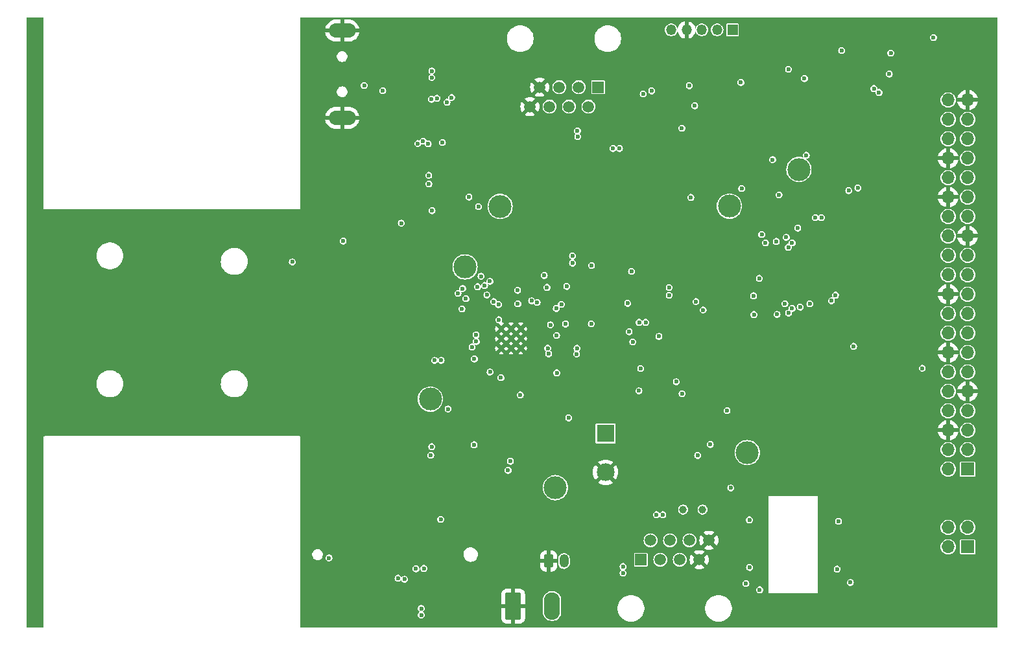
<source format=gbr>
G04 #@! TF.GenerationSoftware,KiCad,Pcbnew,(7.0.0-0)*
G04 #@! TF.CreationDate,2023-02-22T15:23:43+03:00*
G04 #@! TF.ProjectId,RP2040_minimal,52503230-3430-45f6-9d69-6e696d616c2e,REV1*
G04 #@! TF.SameCoordinates,Original*
G04 #@! TF.FileFunction,Copper,L2,Inr*
G04 #@! TF.FilePolarity,Positive*
%FSLAX46Y46*%
G04 Gerber Fmt 4.6, Leading zero omitted, Abs format (unit mm)*
G04 Created by KiCad (PCBNEW (7.0.0-0)) date 2023-02-22 15:23:43*
%MOMM*%
%LPD*%
G01*
G04 APERTURE LIST*
G04 Aperture macros list*
%AMRoundRect*
0 Rectangle with rounded corners*
0 $1 Rounding radius*
0 $2 $3 $4 $5 $6 $7 $8 $9 X,Y pos of 4 corners*
0 Add a 4 corners polygon primitive as box body*
4,1,4,$2,$3,$4,$5,$6,$7,$8,$9,$2,$3,0*
0 Add four circle primitives for the rounded corners*
1,1,$1+$1,$2,$3*
1,1,$1+$1,$4,$5*
1,1,$1+$1,$6,$7*
1,1,$1+$1,$8,$9*
0 Add four rect primitives between the rounded corners*
20,1,$1+$1,$2,$3,$4,$5,0*
20,1,$1+$1,$4,$5,$6,$7,0*
20,1,$1+$1,$6,$7,$8,$9,0*
20,1,$1+$1,$8,$9,$2,$3,0*%
G04 Aperture macros list end*
G04 #@! TA.AperFunction,ComponentPad*
%ADD10R,1.500000X1.500000*%
G04 #@! TD*
G04 #@! TA.AperFunction,ComponentPad*
%ADD11C,1.500000*%
G04 #@! TD*
G04 #@! TA.AperFunction,ComponentPad*
%ADD12R,1.700000X1.700000*%
G04 #@! TD*
G04 #@! TA.AperFunction,ComponentPad*
%ADD13O,1.700000X1.700000*%
G04 #@! TD*
G04 #@! TA.AperFunction,ComponentPad*
%ADD14R,1.350000X1.350000*%
G04 #@! TD*
G04 #@! TA.AperFunction,ComponentPad*
%ADD15O,1.350000X1.350000*%
G04 #@! TD*
G04 #@! TA.AperFunction,ComponentPad*
%ADD16RoundRect,0.249999X-0.790001X-1.550001X0.790001X-1.550001X0.790001X1.550001X-0.790001X1.550001X0*%
G04 #@! TD*
G04 #@! TA.AperFunction,ComponentPad*
%ADD17O,2.080000X3.600000*%
G04 #@! TD*
G04 #@! TA.AperFunction,ComponentPad*
%ADD18RoundRect,0.250000X-0.350000X-0.625000X0.350000X-0.625000X0.350000X0.625000X-0.350000X0.625000X0*%
G04 #@! TD*
G04 #@! TA.AperFunction,ComponentPad*
%ADD19O,1.200000X1.750000*%
G04 #@! TD*
G04 #@! TA.AperFunction,ComponentPad*
%ADD20C,0.600000*%
G04 #@! TD*
G04 #@! TA.AperFunction,ComponentPad*
%ADD21C,1.000000*%
G04 #@! TD*
G04 #@! TA.AperFunction,ComponentPad*
%ADD22O,3.500000X1.900000*%
G04 #@! TD*
G04 #@! TA.AperFunction,ComponentPad*
%ADD23R,2.310000X2.310000*%
G04 #@! TD*
G04 #@! TA.AperFunction,ComponentPad*
%ADD24C,2.310000*%
G04 #@! TD*
G04 #@! TA.AperFunction,ViaPad*
%ADD25C,0.600000*%
G04 #@! TD*
G04 #@! TA.AperFunction,ViaPad*
%ADD26C,3.000000*%
G04 #@! TD*
G04 APERTURE END LIST*
D10*
X174569999Y-110599999D03*
D11*
X175840000Y-108060000D03*
X177110000Y-110600000D03*
X178380000Y-108060000D03*
X179650000Y-110600000D03*
X180920000Y-108060000D03*
X182190000Y-110600000D03*
X183460000Y-108060000D03*
D12*
X217239999Y-98749999D03*
D13*
X214699999Y-98749999D03*
X217239999Y-96209999D03*
X214699999Y-96209999D03*
X217239999Y-93669999D03*
X214699999Y-93669999D03*
X217239999Y-91129999D03*
X214699999Y-91129999D03*
X217239999Y-88589999D03*
X214699999Y-88589999D03*
X217239999Y-86049999D03*
X214699999Y-86049999D03*
X217239999Y-83509999D03*
X214699999Y-83509999D03*
X217239999Y-80969999D03*
X214699999Y-80969999D03*
X217239999Y-78429999D03*
X214699999Y-78429999D03*
X217239999Y-75889999D03*
X214699999Y-75889999D03*
X217239999Y-73349999D03*
X214699999Y-73349999D03*
X217239999Y-70809999D03*
X214699999Y-70809999D03*
X217239999Y-68269999D03*
X214699999Y-68269999D03*
X217239999Y-65729999D03*
X214699999Y-65729999D03*
X217239999Y-63189999D03*
X214699999Y-63189999D03*
X217239999Y-60649999D03*
X214699999Y-60649999D03*
X217239999Y-58109999D03*
X214699999Y-58109999D03*
X217239999Y-55569999D03*
X214699999Y-55569999D03*
X217239999Y-53029999D03*
X214699999Y-53029999D03*
X217239999Y-50489999D03*
X214699999Y-50489999D03*
D10*
X168989999Y-48819999D03*
D11*
X167720000Y-51360000D03*
X166450000Y-48820000D03*
X165180000Y-51360000D03*
X163910000Y-48820000D03*
X162640000Y-51360000D03*
X161370000Y-48820000D03*
X160100000Y-51360000D03*
D14*
X186539999Y-41319999D03*
D15*
X184539999Y-41319999D03*
X182539999Y-41319999D03*
X180539999Y-41319999D03*
X178539999Y-41319999D03*
D16*
X157910000Y-116660000D03*
D17*
X162989999Y-116659999D03*
D12*
X217239999Y-108909999D03*
D13*
X214699999Y-108909999D03*
X217239999Y-106369999D03*
X214699999Y-106369999D03*
D18*
X162550000Y-110770000D03*
D19*
X164549999Y-110769999D03*
D20*
X158902250Y-82955000D03*
X158902250Y-81680000D03*
X158902250Y-80405000D03*
X157627250Y-82955000D03*
X157627250Y-81680000D03*
X157627250Y-80405000D03*
X156352250Y-82955000D03*
X156352250Y-81680000D03*
X156352250Y-80405000D03*
D21*
X182624750Y-104040000D03*
X180084750Y-104040000D03*
D22*
X135579999Y-41419999D03*
X135579999Y-52819999D03*
D23*
X169964749Y-94089999D03*
D24*
X169964750Y-99170000D03*
D25*
X199370000Y-117810000D03*
X191420000Y-70730000D03*
X205520000Y-109610000D03*
X194530000Y-52130000D03*
X159870000Y-86620000D03*
X187810000Y-102810000D03*
X178410000Y-89200000D03*
X206810000Y-109500000D03*
X160850000Y-65710000D03*
X149270000Y-88580000D03*
X196220000Y-49610000D03*
X196960000Y-78040000D03*
X205570000Y-104990000D03*
X176760000Y-102680000D03*
X158490000Y-86990000D03*
X185630000Y-104800000D03*
X142270000Y-59230000D03*
X193900000Y-53870000D03*
X181940000Y-68130000D03*
X179550000Y-100300000D03*
X159300000Y-79300000D03*
X156520000Y-58320000D03*
X146680000Y-62360000D03*
X142390000Y-58230000D03*
X144580000Y-55180000D03*
X182030000Y-70520000D03*
X145050000Y-92570000D03*
X183470000Y-68800000D03*
X193310000Y-50370000D03*
X160720000Y-96440000D03*
X203480000Y-104990000D03*
X145000000Y-60060000D03*
X162800000Y-61910000D03*
X173580000Y-68290000D03*
X172310000Y-66910000D03*
X167320000Y-99100000D03*
X189460000Y-72300000D03*
X165810000Y-86440000D03*
X145060000Y-62530000D03*
X146360000Y-85950000D03*
X209280000Y-109070000D03*
X173660000Y-56610000D03*
X140460000Y-59820000D03*
X159920000Y-80030000D03*
X178580000Y-66950000D03*
X151500000Y-49970000D03*
X159590000Y-94320000D03*
X191380000Y-78370000D03*
X144670000Y-84310000D03*
X167800000Y-59970000D03*
X147919122Y-58600878D03*
X196320000Y-79610000D03*
X133670000Y-74560000D03*
X162680000Y-59290000D03*
X164960000Y-61460000D03*
X200860000Y-116920000D03*
X208850000Y-111160000D03*
X164030000Y-58770000D03*
X194800000Y-51090000D03*
X172910000Y-61460000D03*
X163450000Y-89170000D03*
X150580000Y-58950000D03*
X152050000Y-44450000D03*
X199380000Y-69450000D03*
X148660000Y-93130000D03*
X196420000Y-69430000D03*
X148940000Y-47790000D03*
X203420000Y-109070000D03*
X203830000Y-69350000D03*
X142560000Y-56610000D03*
X165580000Y-90600000D03*
X160970000Y-66950000D03*
X197260000Y-116660000D03*
X202910000Y-94460000D03*
X190170000Y-72700000D03*
X154250000Y-46080000D03*
X167830000Y-65830000D03*
X167800000Y-61160000D03*
X146660000Y-83900000D03*
X161630000Y-94720000D03*
X163500000Y-65640000D03*
X167800000Y-58770000D03*
X208100000Y-72940000D03*
X189140000Y-74100000D03*
X194910000Y-49560000D03*
X158240000Y-61500000D03*
X208210000Y-108850000D03*
X148610000Y-94520000D03*
X163730000Y-66980000D03*
X150970000Y-88120000D03*
X201720000Y-50250000D03*
X159700000Y-62020000D03*
X151020000Y-63590000D03*
X164180000Y-62240000D03*
X183380000Y-71180000D03*
X197600000Y-50870000D03*
X189630000Y-76760000D03*
X162680000Y-57910000D03*
X130970000Y-78680000D03*
X191660000Y-76890000D03*
X164660000Y-65790000D03*
X210890000Y-106060000D03*
X145980000Y-84630000D03*
X209710000Y-65110000D03*
X159620000Y-66390000D03*
X159100000Y-60150000D03*
X156450000Y-94240000D03*
X167800000Y-67800000D03*
X188950000Y-70600000D03*
X196310000Y-51010000D03*
X196630000Y-70720000D03*
X173700000Y-59030000D03*
X162160000Y-60940000D03*
X195540000Y-78520000D03*
X130370000Y-74840000D03*
X155520000Y-96800000D03*
X189910000Y-75440000D03*
X165000000Y-67690000D03*
X206560000Y-94340000D03*
X156490000Y-60380000D03*
X175250000Y-102100000D03*
X212070000Y-111160000D03*
X205790000Y-108530000D03*
X173660000Y-66350000D03*
X196240000Y-117440000D03*
X149370000Y-96390000D03*
X130370000Y-77770000D03*
X186910000Y-67470000D03*
X193340000Y-115300000D03*
X217440000Y-43090000D03*
X200860000Y-114640000D03*
X184450000Y-66970000D03*
X179320000Y-88330000D03*
X164180000Y-60450000D03*
X188930000Y-69180000D03*
X157830000Y-58400000D03*
X198730000Y-115180000D03*
X179340000Y-89390000D03*
X142720000Y-88960000D03*
D26*
X163420000Y-101170000D03*
X151620021Y-72310000D03*
D25*
X180900000Y-48620000D03*
X202900000Y-61990000D03*
X197340000Y-65880000D03*
X195928750Y-47681250D03*
X147290000Y-47545000D03*
X147290000Y-46695000D03*
X163564750Y-81270000D03*
X172854750Y-77070000D03*
X172250000Y-111485000D03*
X176595000Y-104710000D03*
X172250000Y-112335000D03*
X177445000Y-104710000D03*
X147140000Y-96940000D03*
X162320000Y-74990000D03*
X154170878Y-74730878D03*
X154870000Y-74200000D03*
X164900000Y-74860000D03*
X147280000Y-95820000D03*
X157540000Y-97720000D03*
X161030000Y-76960000D03*
X160312107Y-76744632D03*
X157240000Y-98910000D03*
X164737750Y-79770500D03*
X165655500Y-71820000D03*
X165650000Y-70890000D03*
X162780000Y-79880000D03*
X173520000Y-82110000D03*
X173040000Y-80790000D03*
X187630000Y-48200000D03*
X166300000Y-54520000D03*
X163530000Y-77740000D03*
X164190000Y-77200000D03*
X166338061Y-55268535D03*
X205003382Y-48993382D03*
X145900000Y-116965000D03*
X145900000Y-117815000D03*
X143730000Y-113150000D03*
X142880000Y-113000000D03*
X133860000Y-110360000D03*
X148450000Y-105310000D03*
X146240000Y-111730000D03*
X145220000Y-111780000D03*
X181760000Y-76840000D03*
X156020000Y-79220000D03*
X155988466Y-77232576D03*
X158481750Y-75370000D03*
X178280000Y-75000000D03*
X155350000Y-76840000D03*
X178280000Y-76020000D03*
X179960000Y-88890000D03*
X149410000Y-90890000D03*
X185830000Y-91110000D03*
X151740000Y-76460000D03*
X152128666Y-63173900D03*
X153387383Y-64432617D03*
X190350000Y-68075500D03*
D26*
X195209065Y-59572529D03*
D25*
X196170000Y-57720000D03*
X186310000Y-101210000D03*
X151310000Y-75140000D03*
X153710000Y-73530000D03*
X194325500Y-69168719D03*
X153054500Y-81204500D03*
X182700000Y-77940000D03*
X194325500Y-77741372D03*
X148670000Y-56050000D03*
X147310972Y-64956519D03*
X207010000Y-47100000D03*
X207200000Y-44350000D03*
X191780000Y-58290000D03*
X179210000Y-87330000D03*
X174324750Y-88510000D03*
X174554750Y-85610000D03*
X211310000Y-85560000D03*
X205660000Y-49500000D03*
X158502750Y-77130000D03*
X161960000Y-73434500D03*
X174880000Y-49710000D03*
X165150000Y-92060000D03*
X153260000Y-74900000D03*
X173360000Y-72910000D03*
X175990000Y-49290000D03*
X152530000Y-82770000D03*
X153090000Y-82060000D03*
X168110000Y-79750000D03*
X168130000Y-72120000D03*
X190050000Y-73794500D03*
X151215500Y-77800000D03*
X129070000Y-71660000D03*
X166241744Y-82942668D03*
X162410000Y-82942168D03*
X166184750Y-83690000D03*
X162534535Y-83681252D03*
X181610000Y-51240000D03*
X150700000Y-75760000D03*
X176930000Y-81400000D03*
X163600000Y-86170000D03*
X212780000Y-42320000D03*
X135700000Y-68937000D03*
X158830498Y-89040000D03*
X175205000Y-79560000D03*
X171785000Y-56840000D03*
X170935000Y-56840000D03*
X174355000Y-79560000D03*
D26*
X147090000Y-89600000D03*
D25*
X181100000Y-63220000D03*
X183640000Y-95520000D03*
X154480000Y-75980000D03*
X156310953Y-86788053D03*
X154890000Y-86060000D03*
X201930000Y-113570000D03*
X200380000Y-105570000D03*
X200210000Y-111810000D03*
X193852500Y-46465000D03*
X200792500Y-44025000D03*
X143300000Y-66590000D03*
X146141545Y-55891003D03*
X195050000Y-67250000D03*
X192254500Y-68968128D03*
X179930000Y-54180000D03*
X152800000Y-95570000D03*
X152840000Y-84350000D03*
X181990000Y-96960000D03*
X145450000Y-56180000D03*
X146900000Y-61450000D03*
X146810000Y-56230000D03*
X146880000Y-60330000D03*
X188750000Y-105380000D03*
X190090000Y-114530000D03*
X188770000Y-111610000D03*
X188290000Y-113710000D03*
X199460000Y-76740000D03*
X196630000Y-77130000D03*
X202340000Y-82700000D03*
X199985000Y-76000000D03*
X198150000Y-65860000D03*
X201710000Y-62330000D03*
D26*
X156200000Y-64410000D03*
D25*
X192350000Y-78520000D03*
D26*
X188470000Y-96590000D03*
D25*
X195374500Y-77570000D03*
D26*
X186140000Y-64360000D03*
D25*
X149269479Y-50770521D03*
X147655000Y-84530000D03*
X149870521Y-50169479D03*
X148505000Y-84530000D03*
X147229500Y-50390000D03*
X140880000Y-49280000D03*
X147970000Y-50270000D03*
X138460000Y-48580000D03*
X193860878Y-78349122D03*
X189340000Y-78550000D03*
X189290000Y-76080000D03*
X193374500Y-77120000D03*
X193560353Y-68443628D03*
X187740000Y-62060000D03*
X193825500Y-69739969D03*
X192610000Y-62890000D03*
X190840000Y-69160000D03*
G04 #@! TA.AperFunction,Conductor*
G36*
X96582471Y-39747529D02*
G01*
X96589500Y-39764500D01*
X96589500Y-64567028D01*
X96588682Y-64573237D01*
X96584191Y-64590000D01*
X96585009Y-64593053D01*
X96589500Y-64609814D01*
X96604246Y-64664850D01*
X96604247Y-64664852D01*
X96605065Y-64667904D01*
X96662095Y-64724935D01*
X96740000Y-64745809D01*
X96756762Y-64741317D01*
X96762972Y-64740500D01*
X129967028Y-64740500D01*
X129973237Y-64741317D01*
X129990000Y-64745809D01*
X130067904Y-64724935D01*
X130082383Y-64710456D01*
X130124935Y-64667905D01*
X130145809Y-64590000D01*
X130141317Y-64573237D01*
X130140500Y-64567028D01*
X130140500Y-64432617D01*
X152932250Y-64432617D01*
X152932494Y-64434314D01*
X152944767Y-64519680D01*
X152950686Y-64560843D01*
X152951396Y-64562397D01*
X152951397Y-64562401D01*
X153003787Y-64677118D01*
X153003789Y-64677121D01*
X153004501Y-64678680D01*
X153089334Y-64776584D01*
X153198314Y-64846621D01*
X153275615Y-64869318D01*
X153320962Y-64882633D01*
X153320963Y-64882633D01*
X153322611Y-64883117D01*
X153450437Y-64883117D01*
X153452155Y-64883117D01*
X153576452Y-64846621D01*
X153685432Y-64776584D01*
X153770265Y-64678680D01*
X153824080Y-64560843D01*
X153842516Y-64432617D01*
X153839264Y-64410000D01*
X154544396Y-64410000D01*
X154544470Y-64410940D01*
X154564704Y-64668051D01*
X154564705Y-64668060D01*
X154564779Y-64668994D01*
X154564998Y-64669907D01*
X154564999Y-64669912D01*
X154625208Y-64920700D01*
X154625210Y-64920706D01*
X154625427Y-64921610D01*
X154625786Y-64922476D01*
X154724483Y-65160753D01*
X154724485Y-65160758D01*
X154724846Y-65161628D01*
X154725340Y-65162434D01*
X154860091Y-65382330D01*
X154860095Y-65382335D01*
X154860588Y-65383140D01*
X154861201Y-65383858D01*
X154861202Y-65383859D01*
X154991171Y-65536033D01*
X155029311Y-65580689D01*
X155226860Y-65749412D01*
X155227666Y-65749906D01*
X155227669Y-65749908D01*
X155303130Y-65796150D01*
X155448372Y-65885154D01*
X155688390Y-65984573D01*
X155941006Y-66045221D01*
X156200000Y-66065604D01*
X156458994Y-66045221D01*
X156711610Y-65984573D01*
X156951628Y-65885154D01*
X157173140Y-65749412D01*
X157370689Y-65580689D01*
X157539412Y-65383140D01*
X157675154Y-65161628D01*
X157774573Y-64921610D01*
X157835221Y-64668994D01*
X157855604Y-64410000D01*
X157851669Y-64360000D01*
X184484396Y-64360000D01*
X184484470Y-64360940D01*
X184504704Y-64618051D01*
X184504705Y-64618060D01*
X184504779Y-64618994D01*
X184504998Y-64619907D01*
X184504999Y-64619912D01*
X184565208Y-64870700D01*
X184565210Y-64870706D01*
X184565427Y-64871610D01*
X184599377Y-64953574D01*
X184664483Y-65110753D01*
X184664485Y-65110758D01*
X184664846Y-65111628D01*
X184665340Y-65112434D01*
X184800091Y-65332330D01*
X184800095Y-65332335D01*
X184800588Y-65333140D01*
X184801201Y-65333858D01*
X184801202Y-65333859D01*
X184914058Y-65465996D01*
X184969311Y-65530689D01*
X185166860Y-65699412D01*
X185388372Y-65835154D01*
X185628390Y-65934573D01*
X185881006Y-65995221D01*
X186140000Y-66015604D01*
X186398994Y-65995221D01*
X186651610Y-65934573D01*
X186783360Y-65880000D01*
X196884867Y-65880000D01*
X196885111Y-65881697D01*
X196899933Y-65984791D01*
X196903303Y-66008226D01*
X196904013Y-66009780D01*
X196904014Y-66009784D01*
X196956404Y-66124501D01*
X196956406Y-66124504D01*
X196957118Y-66126063D01*
X197041951Y-66223967D01*
X197150931Y-66294004D01*
X197207113Y-66310500D01*
X197273579Y-66330016D01*
X197273580Y-66330016D01*
X197275228Y-66330500D01*
X197403054Y-66330500D01*
X197404772Y-66330500D01*
X197529069Y-66294004D01*
X197638049Y-66223967D01*
X197722882Y-66126063D01*
X197728616Y-66113505D01*
X197739450Y-66102142D01*
X197754990Y-66099908D01*
X197768585Y-66107756D01*
X197851951Y-66203967D01*
X197960931Y-66274004D01*
X198030691Y-66294487D01*
X198083579Y-66310016D01*
X198083580Y-66310016D01*
X198085228Y-66310500D01*
X198213054Y-66310500D01*
X198214772Y-66310500D01*
X198339069Y-66274004D01*
X198448049Y-66203967D01*
X198532882Y-66106063D01*
X198586697Y-65988226D01*
X198605133Y-65860000D01*
X198586697Y-65731774D01*
X198585887Y-65730000D01*
X213694659Y-65730000D01*
X213713976Y-65926132D01*
X213714315Y-65927250D01*
X213714317Y-65927259D01*
X213766691Y-66099908D01*
X213771186Y-66114727D01*
X213771735Y-66115755D01*
X213771738Y-66115761D01*
X213840875Y-66245105D01*
X213864090Y-66288538D01*
X213864834Y-66289444D01*
X213864835Y-66289446D01*
X213909555Y-66343937D01*
X213989117Y-66440883D01*
X214141462Y-66565910D01*
X214315273Y-66658814D01*
X214467161Y-66704889D01*
X214502740Y-66715682D01*
X214502741Y-66715682D01*
X214503868Y-66716024D01*
X214700000Y-66735341D01*
X214896132Y-66716024D01*
X215084727Y-66658814D01*
X215258538Y-66565910D01*
X215410883Y-66440883D01*
X215535910Y-66288538D01*
X215628814Y-66114727D01*
X215686024Y-65926132D01*
X215705341Y-65730000D01*
X216234659Y-65730000D01*
X216253976Y-65926132D01*
X216254315Y-65927250D01*
X216254317Y-65927259D01*
X216306691Y-66099908D01*
X216311186Y-66114727D01*
X216311735Y-66115755D01*
X216311738Y-66115761D01*
X216380875Y-66245105D01*
X216404090Y-66288538D01*
X216404834Y-66289444D01*
X216404835Y-66289446D01*
X216449555Y-66343937D01*
X216529117Y-66440883D01*
X216681462Y-66565910D01*
X216855273Y-66658814D01*
X217007161Y-66704889D01*
X217042740Y-66715682D01*
X217042741Y-66715682D01*
X217043868Y-66716024D01*
X217240000Y-66735341D01*
X217436132Y-66716024D01*
X217624727Y-66658814D01*
X217798538Y-66565910D01*
X217950883Y-66440883D01*
X218075910Y-66288538D01*
X218168814Y-66114727D01*
X218226024Y-65926132D01*
X218245341Y-65730000D01*
X218226024Y-65533868D01*
X218168814Y-65345273D01*
X218075910Y-65171462D01*
X217950883Y-65019117D01*
X217949962Y-65018361D01*
X217799446Y-64894835D01*
X217799444Y-64894834D01*
X217798538Y-64894090D01*
X217754778Y-64870700D01*
X217625761Y-64801738D01*
X217625755Y-64801735D01*
X217624727Y-64801186D01*
X217612833Y-64797578D01*
X217437259Y-64744317D01*
X217437250Y-64744315D01*
X217436132Y-64743976D01*
X217251098Y-64725752D01*
X217241178Y-64724775D01*
X217240000Y-64724659D01*
X217238822Y-64724775D01*
X217045045Y-64743860D01*
X217045044Y-64743860D01*
X217043868Y-64743976D01*
X217042751Y-64744314D01*
X217042740Y-64744317D01*
X216856393Y-64800846D01*
X216856390Y-64800846D01*
X216855273Y-64801186D01*
X216854248Y-64801733D01*
X216854238Y-64801738D01*
X216682496Y-64893537D01*
X216682493Y-64893538D01*
X216681462Y-64894090D01*
X216680559Y-64894830D01*
X216680553Y-64894835D01*
X216530037Y-65018361D01*
X216530031Y-65018366D01*
X216529117Y-65019117D01*
X216528366Y-65020031D01*
X216528361Y-65020037D01*
X216404835Y-65170553D01*
X216404830Y-65170559D01*
X216404090Y-65171462D01*
X216403538Y-65172493D01*
X216403537Y-65172496D01*
X216311738Y-65344238D01*
X216311733Y-65344248D01*
X216311186Y-65345273D01*
X216310846Y-65346390D01*
X216310846Y-65346393D01*
X216254317Y-65532740D01*
X216254314Y-65532751D01*
X216253976Y-65533868D01*
X216253860Y-65535044D01*
X216253860Y-65535045D01*
X216249365Y-65580689D01*
X216234659Y-65730000D01*
X215705341Y-65730000D01*
X215686024Y-65533868D01*
X215628814Y-65345273D01*
X215535910Y-65171462D01*
X215410883Y-65019117D01*
X215409962Y-65018361D01*
X215259446Y-64894835D01*
X215259444Y-64894834D01*
X215258538Y-64894090D01*
X215214778Y-64870700D01*
X215085761Y-64801738D01*
X215085755Y-64801735D01*
X215084727Y-64801186D01*
X215072833Y-64797578D01*
X214897259Y-64744317D01*
X214897250Y-64744315D01*
X214896132Y-64743976D01*
X214711098Y-64725752D01*
X214701178Y-64724775D01*
X214700000Y-64724659D01*
X214698822Y-64724775D01*
X214505045Y-64743860D01*
X214505044Y-64743860D01*
X214503868Y-64743976D01*
X214502751Y-64744314D01*
X214502740Y-64744317D01*
X214316393Y-64800846D01*
X214316390Y-64800846D01*
X214315273Y-64801186D01*
X214314248Y-64801733D01*
X214314238Y-64801738D01*
X214142496Y-64893537D01*
X214142493Y-64893538D01*
X214141462Y-64894090D01*
X214140559Y-64894830D01*
X214140553Y-64894835D01*
X213990037Y-65018361D01*
X213990031Y-65018366D01*
X213989117Y-65019117D01*
X213988366Y-65020031D01*
X213988361Y-65020037D01*
X213864835Y-65170553D01*
X213864830Y-65170559D01*
X213864090Y-65171462D01*
X213863538Y-65172493D01*
X213863537Y-65172496D01*
X213771738Y-65344238D01*
X213771733Y-65344248D01*
X213771186Y-65345273D01*
X213770846Y-65346390D01*
X213770846Y-65346393D01*
X213714317Y-65532740D01*
X213714314Y-65532751D01*
X213713976Y-65533868D01*
X213713860Y-65535044D01*
X213713860Y-65535045D01*
X213709365Y-65580689D01*
X213694659Y-65730000D01*
X198585887Y-65730000D01*
X198544826Y-65640091D01*
X198533595Y-65615498D01*
X198533594Y-65615496D01*
X198532882Y-65613937D01*
X198448049Y-65516033D01*
X198339069Y-65445996D01*
X198337424Y-65445513D01*
X198337422Y-65445512D01*
X198216420Y-65409983D01*
X198216414Y-65409982D01*
X198214772Y-65409500D01*
X198085228Y-65409500D01*
X198083586Y-65409981D01*
X198083579Y-65409983D01*
X197962577Y-65445512D01*
X197962572Y-65445513D01*
X197960931Y-65445996D01*
X197959489Y-65446922D01*
X197959486Y-65446924D01*
X197853394Y-65515105D01*
X197853391Y-65515107D01*
X197851951Y-65516033D01*
X197850832Y-65517324D01*
X197850829Y-65517327D01*
X197768241Y-65612640D01*
X197768238Y-65612643D01*
X197767118Y-65613937D01*
X197766408Y-65615490D01*
X197766405Y-65615496D01*
X197761382Y-65626496D01*
X197750547Y-65637858D01*
X197735008Y-65640091D01*
X197721413Y-65632241D01*
X197639174Y-65537330D01*
X197639169Y-65537325D01*
X197638049Y-65536033D01*
X197529069Y-65465996D01*
X197527424Y-65465513D01*
X197527422Y-65465512D01*
X197406420Y-65429983D01*
X197406414Y-65429982D01*
X197404772Y-65429500D01*
X197275228Y-65429500D01*
X197273586Y-65429981D01*
X197273579Y-65429983D01*
X197152577Y-65465512D01*
X197152572Y-65465513D01*
X197150931Y-65465996D01*
X197149489Y-65466922D01*
X197149486Y-65466924D01*
X197043394Y-65535105D01*
X197043391Y-65535107D01*
X197041951Y-65536033D01*
X197040832Y-65537324D01*
X197040829Y-65537327D01*
X196958241Y-65632640D01*
X196958238Y-65632643D01*
X196957118Y-65633937D01*
X196956407Y-65635492D01*
X196956404Y-65635498D01*
X196904014Y-65750215D01*
X196904012Y-65750221D01*
X196903303Y-65751774D01*
X196903059Y-65753465D01*
X196903059Y-65753468D01*
X196887499Y-65861697D01*
X196884867Y-65880000D01*
X186783360Y-65880000D01*
X186891628Y-65835154D01*
X187113140Y-65699412D01*
X187310689Y-65530689D01*
X187479412Y-65333140D01*
X187615154Y-65111628D01*
X187714573Y-64871610D01*
X187775221Y-64618994D01*
X187795604Y-64360000D01*
X187775221Y-64101006D01*
X187714573Y-63848390D01*
X187615154Y-63608372D01*
X187514162Y-63443567D01*
X213370319Y-63443567D01*
X213426297Y-63652477D01*
X213427012Y-63654442D01*
X213525958Y-63866631D01*
X213526997Y-63868432D01*
X213661290Y-64060222D01*
X213662627Y-64061815D01*
X213828184Y-64227372D01*
X213829777Y-64228709D01*
X214021567Y-64363002D01*
X214023368Y-64364041D01*
X214235557Y-64462987D01*
X214237522Y-64463702D01*
X214446432Y-64519680D01*
X214449175Y-64519560D01*
X214450000Y-64516944D01*
X214950000Y-64516944D01*
X214950824Y-64519560D01*
X214953567Y-64519680D01*
X215162477Y-64463702D01*
X215164442Y-64462987D01*
X215376631Y-64364041D01*
X215378432Y-64363002D01*
X215570222Y-64228709D01*
X215571815Y-64227372D01*
X215737372Y-64061815D01*
X215738709Y-64060222D01*
X215873002Y-63868432D01*
X215874041Y-63866631D01*
X215972987Y-63654442D01*
X215973702Y-63652477D01*
X216029680Y-63443567D01*
X216029560Y-63440824D01*
X216026944Y-63440000D01*
X214954773Y-63440000D01*
X214951397Y-63441397D01*
X214950000Y-63444773D01*
X214950000Y-64516944D01*
X214450000Y-64516944D01*
X214450000Y-63444773D01*
X214448602Y-63441397D01*
X214445227Y-63440000D01*
X213373056Y-63440000D01*
X213370439Y-63440824D01*
X213370319Y-63443567D01*
X187514162Y-63443567D01*
X187500492Y-63421259D01*
X187479908Y-63387669D01*
X187479906Y-63387666D01*
X187479412Y-63386860D01*
X187310689Y-63189311D01*
X187171682Y-63070588D01*
X187113859Y-63021202D01*
X187113858Y-63021201D01*
X187113140Y-63020588D01*
X187112335Y-63020095D01*
X187112330Y-63020091D01*
X186900039Y-62890000D01*
X192154867Y-62890000D01*
X192155111Y-62891697D01*
X192169638Y-62992740D01*
X192173303Y-63018226D01*
X192174013Y-63019780D01*
X192174014Y-63019784D01*
X192226404Y-63134501D01*
X192226406Y-63134504D01*
X192227118Y-63136063D01*
X192311951Y-63233967D01*
X192420931Y-63304004D01*
X192498232Y-63326701D01*
X192543579Y-63340016D01*
X192543580Y-63340016D01*
X192545228Y-63340500D01*
X192673054Y-63340500D01*
X192674772Y-63340500D01*
X192799069Y-63304004D01*
X192908049Y-63233967D01*
X192946146Y-63190000D01*
X216234659Y-63190000D01*
X216253976Y-63386132D01*
X216254315Y-63387250D01*
X216254317Y-63387259D01*
X216294219Y-63518794D01*
X216311186Y-63574727D01*
X216311735Y-63575755D01*
X216311738Y-63575761D01*
X216355464Y-63657565D01*
X216404090Y-63748538D01*
X216404834Y-63749444D01*
X216404835Y-63749446D01*
X216527071Y-63898390D01*
X216529117Y-63900883D01*
X216681462Y-64025910D01*
X216855273Y-64118814D01*
X216964501Y-64151948D01*
X217042740Y-64175682D01*
X217042741Y-64175682D01*
X217043868Y-64176024D01*
X217240000Y-64195341D01*
X217436132Y-64176024D01*
X217624727Y-64118814D01*
X217798538Y-64025910D01*
X217950883Y-63900883D01*
X218075910Y-63748538D01*
X218168814Y-63574727D01*
X218226024Y-63386132D01*
X218245341Y-63190000D01*
X218226024Y-62993868D01*
X218220451Y-62975498D01*
X218206467Y-62929398D01*
X218168814Y-62805273D01*
X218075910Y-62631462D01*
X217950883Y-62479117D01*
X217947080Y-62475996D01*
X217799446Y-62354835D01*
X217799444Y-62354834D01*
X217798538Y-62354090D01*
X217705764Y-62304501D01*
X217625761Y-62261738D01*
X217625755Y-62261735D01*
X217624727Y-62261186D01*
X217612833Y-62257578D01*
X217437259Y-62204317D01*
X217437250Y-62204315D01*
X217436132Y-62203976D01*
X217240000Y-62184659D01*
X217238822Y-62184775D01*
X217045045Y-62203860D01*
X217045044Y-62203860D01*
X217043868Y-62203976D01*
X217042751Y-62204314D01*
X217042740Y-62204317D01*
X216856393Y-62260846D01*
X216856390Y-62260846D01*
X216855273Y-62261186D01*
X216854248Y-62261733D01*
X216854238Y-62261738D01*
X216682496Y-62353537D01*
X216682493Y-62353538D01*
X216681462Y-62354090D01*
X216680559Y-62354830D01*
X216680553Y-62354835D01*
X216530037Y-62478361D01*
X216530031Y-62478366D01*
X216529117Y-62479117D01*
X216528366Y-62480031D01*
X216528361Y-62480037D01*
X216404835Y-62630553D01*
X216404830Y-62630559D01*
X216404090Y-62631462D01*
X216403538Y-62632493D01*
X216403537Y-62632496D01*
X216311738Y-62804238D01*
X216311733Y-62804248D01*
X216311186Y-62805273D01*
X216310846Y-62806390D01*
X216310846Y-62806393D01*
X216254317Y-62992740D01*
X216254314Y-62992751D01*
X216253976Y-62993868D01*
X216253860Y-62995044D01*
X216253860Y-62995045D01*
X216251393Y-63020091D01*
X216234659Y-63190000D01*
X192946146Y-63190000D01*
X192992882Y-63136063D01*
X193046697Y-63018226D01*
X193058457Y-62936432D01*
X213370319Y-62936432D01*
X213370439Y-62939175D01*
X213373056Y-62940000D01*
X214445227Y-62940000D01*
X214448602Y-62938602D01*
X214450000Y-62935227D01*
X214950000Y-62935227D01*
X214951397Y-62938602D01*
X214954773Y-62940000D01*
X216026944Y-62940000D01*
X216029560Y-62939175D01*
X216029680Y-62936432D01*
X215973702Y-62727522D01*
X215972987Y-62725557D01*
X215874041Y-62513369D01*
X215873002Y-62511568D01*
X215738709Y-62319777D01*
X215737372Y-62318184D01*
X215571815Y-62152627D01*
X215570222Y-62151290D01*
X215378432Y-62016997D01*
X215376631Y-62015958D01*
X215164442Y-61917012D01*
X215162477Y-61916297D01*
X214953567Y-61860319D01*
X214950824Y-61860439D01*
X214950000Y-61863056D01*
X214950000Y-62935227D01*
X214450000Y-62935227D01*
X214450000Y-61863056D01*
X214449175Y-61860439D01*
X214446432Y-61860319D01*
X214237522Y-61916297D01*
X214235557Y-61917012D01*
X214023369Y-62015958D01*
X214021568Y-62016997D01*
X213829777Y-62151290D01*
X213828184Y-62152627D01*
X213662627Y-62318184D01*
X213661290Y-62319777D01*
X213526997Y-62511568D01*
X213525958Y-62513369D01*
X213427012Y-62725557D01*
X213426297Y-62727522D01*
X213370319Y-62936432D01*
X193058457Y-62936432D01*
X193065133Y-62890000D01*
X193046697Y-62761774D01*
X193029802Y-62724779D01*
X192993595Y-62645498D01*
X192993594Y-62645497D01*
X192992882Y-62643937D01*
X192908049Y-62546033D01*
X192799069Y-62475996D01*
X192797424Y-62475513D01*
X192797422Y-62475512D01*
X192676420Y-62439983D01*
X192676414Y-62439982D01*
X192674772Y-62439500D01*
X192545228Y-62439500D01*
X192543586Y-62439981D01*
X192543579Y-62439983D01*
X192422577Y-62475512D01*
X192422572Y-62475513D01*
X192420931Y-62475996D01*
X192419489Y-62476922D01*
X192419486Y-62476924D01*
X192313394Y-62545105D01*
X192313391Y-62545107D01*
X192311951Y-62546033D01*
X192310832Y-62547324D01*
X192310829Y-62547327D01*
X192228241Y-62642640D01*
X192228238Y-62642643D01*
X192227118Y-62643937D01*
X192226407Y-62645492D01*
X192226404Y-62645498D01*
X192174014Y-62760215D01*
X192174012Y-62760221D01*
X192173303Y-62761774D01*
X192173059Y-62763465D01*
X192173059Y-62763468D01*
X192163503Y-62829933D01*
X192154867Y-62890000D01*
X186900039Y-62890000D01*
X186892434Y-62885340D01*
X186891628Y-62884846D01*
X186890758Y-62884485D01*
X186890753Y-62884483D01*
X186699522Y-62805273D01*
X186651610Y-62785427D01*
X186650706Y-62785210D01*
X186650700Y-62785208D01*
X186399912Y-62724999D01*
X186399907Y-62724998D01*
X186398994Y-62724779D01*
X186398060Y-62724705D01*
X186398051Y-62724704D01*
X186140940Y-62704470D01*
X186140000Y-62704396D01*
X186139060Y-62704470D01*
X185881948Y-62724704D01*
X185881937Y-62724705D01*
X185881006Y-62724779D01*
X185880094Y-62724997D01*
X185880087Y-62724999D01*
X185629299Y-62785208D01*
X185629290Y-62785210D01*
X185628390Y-62785427D01*
X185627524Y-62785785D01*
X185627523Y-62785786D01*
X185389246Y-62884483D01*
X185389235Y-62884488D01*
X185388372Y-62884846D01*
X185387570Y-62885337D01*
X185387565Y-62885340D01*
X185167669Y-63020091D01*
X185167658Y-63020098D01*
X185166860Y-63020588D01*
X185166147Y-63021196D01*
X185166140Y-63021202D01*
X184970030Y-63188696D01*
X184970023Y-63188702D01*
X184969311Y-63189311D01*
X184968702Y-63190023D01*
X184968696Y-63190030D01*
X184801202Y-63386140D01*
X184801196Y-63386147D01*
X184800588Y-63386860D01*
X184800098Y-63387658D01*
X184800091Y-63387669D01*
X184665340Y-63607565D01*
X184665337Y-63607570D01*
X184664846Y-63608372D01*
X184664488Y-63609235D01*
X184664483Y-63609246D01*
X184606787Y-63748538D01*
X184565427Y-63848390D01*
X184565210Y-63849290D01*
X184565208Y-63849299D01*
X184504999Y-64100087D01*
X184504997Y-64100094D01*
X184504779Y-64101006D01*
X184504705Y-64101937D01*
X184504704Y-64101948D01*
X184488895Y-64302832D01*
X184484396Y-64360000D01*
X157851669Y-64360000D01*
X157835221Y-64151006D01*
X157774573Y-63898390D01*
X157675154Y-63658372D01*
X157539412Y-63436860D01*
X157370689Y-63239311D01*
X157348079Y-63220000D01*
X180644867Y-63220000D01*
X180645111Y-63221697D01*
X180662122Y-63340016D01*
X180663303Y-63348226D01*
X180664013Y-63349780D01*
X180664014Y-63349784D01*
X180716404Y-63464501D01*
X180716406Y-63464504D01*
X180717118Y-63466063D01*
X180801951Y-63563967D01*
X180910931Y-63634004D01*
X180973846Y-63652477D01*
X181033579Y-63670016D01*
X181033580Y-63670016D01*
X181035228Y-63670500D01*
X181163054Y-63670500D01*
X181164772Y-63670500D01*
X181289069Y-63634004D01*
X181398049Y-63563967D01*
X181482882Y-63466063D01*
X181536697Y-63348226D01*
X181555133Y-63220000D01*
X181536697Y-63091774D01*
X181514932Y-63044115D01*
X181483595Y-62975498D01*
X181483594Y-62975497D01*
X181482882Y-62973937D01*
X181398049Y-62876033D01*
X181289069Y-62805996D01*
X181287424Y-62805513D01*
X181287422Y-62805512D01*
X181166420Y-62769983D01*
X181166414Y-62769982D01*
X181164772Y-62769500D01*
X181035228Y-62769500D01*
X181033586Y-62769981D01*
X181033579Y-62769983D01*
X180912577Y-62805512D01*
X180912572Y-62805513D01*
X180910931Y-62805996D01*
X180909489Y-62806922D01*
X180909486Y-62806924D01*
X180803394Y-62875105D01*
X180803391Y-62875107D01*
X180801951Y-62876033D01*
X180800832Y-62877324D01*
X180800829Y-62877327D01*
X180718241Y-62972640D01*
X180718238Y-62972643D01*
X180717118Y-62973937D01*
X180716407Y-62975492D01*
X180716404Y-62975498D01*
X180664014Y-63090215D01*
X180664012Y-63090221D01*
X180663303Y-63091774D01*
X180644867Y-63220000D01*
X157348079Y-63220000D01*
X157314333Y-63191178D01*
X157173859Y-63071202D01*
X157173858Y-63071201D01*
X157173140Y-63070588D01*
X157172335Y-63070095D01*
X157172330Y-63070091D01*
X156952434Y-62935340D01*
X156951628Y-62934846D01*
X156950758Y-62934485D01*
X156950753Y-62934483D01*
X156793574Y-62869377D01*
X156711610Y-62835427D01*
X156710706Y-62835210D01*
X156710700Y-62835208D01*
X156459912Y-62774999D01*
X156459907Y-62774998D01*
X156458994Y-62774779D01*
X156458060Y-62774705D01*
X156458051Y-62774704D01*
X156200940Y-62754470D01*
X156200000Y-62754396D01*
X156199060Y-62754470D01*
X155941948Y-62774704D01*
X155941937Y-62774705D01*
X155941006Y-62774779D01*
X155940094Y-62774997D01*
X155940087Y-62774999D01*
X155689299Y-62835208D01*
X155689290Y-62835210D01*
X155688390Y-62835427D01*
X155687524Y-62835785D01*
X155687523Y-62835786D01*
X155449246Y-62934483D01*
X155449235Y-62934488D01*
X155448372Y-62934846D01*
X155447570Y-62935337D01*
X155447565Y-62935340D01*
X155227669Y-63070091D01*
X155227658Y-63070098D01*
X155226860Y-63070588D01*
X155226147Y-63071196D01*
X155226140Y-63071202D01*
X155030030Y-63238696D01*
X155030023Y-63238702D01*
X155029311Y-63239311D01*
X155028702Y-63240023D01*
X155028696Y-63240030D01*
X154861202Y-63436140D01*
X154861196Y-63436147D01*
X154860588Y-63436860D01*
X154860098Y-63437658D01*
X154860091Y-63437669D01*
X154725340Y-63657565D01*
X154725337Y-63657570D01*
X154724846Y-63658372D01*
X154724488Y-63659235D01*
X154724483Y-63659246D01*
X154645761Y-63849299D01*
X154625427Y-63898390D01*
X154625210Y-63899290D01*
X154625208Y-63899299D01*
X154564999Y-64150087D01*
X154564997Y-64150094D01*
X154564779Y-64151006D01*
X154564705Y-64151937D01*
X154564704Y-64151948D01*
X154552830Y-64302832D01*
X154544396Y-64410000D01*
X153839264Y-64410000D01*
X153824080Y-64304391D01*
X153770265Y-64186554D01*
X153685432Y-64088650D01*
X153576452Y-64018613D01*
X153574807Y-64018130D01*
X153574805Y-64018129D01*
X153453803Y-63982600D01*
X153453797Y-63982599D01*
X153452155Y-63982117D01*
X153322611Y-63982117D01*
X153320969Y-63982598D01*
X153320962Y-63982600D01*
X153199960Y-64018129D01*
X153199955Y-64018130D01*
X153198314Y-64018613D01*
X153196872Y-64019539D01*
X153196869Y-64019541D01*
X153090777Y-64087722D01*
X153090774Y-64087724D01*
X153089334Y-64088650D01*
X153088215Y-64089941D01*
X153088212Y-64089944D01*
X153005624Y-64185257D01*
X153005621Y-64185260D01*
X153004501Y-64186554D01*
X153003790Y-64188109D01*
X153003787Y-64188115D01*
X152951397Y-64302832D01*
X152951395Y-64302838D01*
X152950686Y-64304391D01*
X152950442Y-64306082D01*
X152950442Y-64306085D01*
X152935637Y-64409060D01*
X152932250Y-64432617D01*
X130140500Y-64432617D01*
X130140500Y-63173900D01*
X151673533Y-63173900D01*
X151673777Y-63175597D01*
X151682937Y-63239311D01*
X151691969Y-63302126D01*
X151692679Y-63303680D01*
X151692680Y-63303684D01*
X151745070Y-63418401D01*
X151745072Y-63418404D01*
X151745784Y-63419963D01*
X151830617Y-63517867D01*
X151939597Y-63587904D01*
X152006558Y-63607565D01*
X152062245Y-63623916D01*
X152062246Y-63623916D01*
X152063894Y-63624400D01*
X152191720Y-63624400D01*
X152193438Y-63624400D01*
X152317735Y-63587904D01*
X152426715Y-63517867D01*
X152511548Y-63419963D01*
X152565363Y-63302126D01*
X152583799Y-63173900D01*
X152565363Y-63045674D01*
X152553906Y-63020588D01*
X152512261Y-62929398D01*
X152512260Y-62929397D01*
X152511548Y-62927837D01*
X152426715Y-62829933D01*
X152317735Y-62759896D01*
X152316090Y-62759413D01*
X152316088Y-62759412D01*
X152195086Y-62723883D01*
X152195080Y-62723882D01*
X152193438Y-62723400D01*
X152063894Y-62723400D01*
X152062252Y-62723881D01*
X152062245Y-62723883D01*
X151941243Y-62759412D01*
X151941238Y-62759413D01*
X151939597Y-62759896D01*
X151938155Y-62760822D01*
X151938152Y-62760824D01*
X151832060Y-62829005D01*
X151832057Y-62829007D01*
X151830617Y-62829933D01*
X151829498Y-62831224D01*
X151829495Y-62831227D01*
X151746907Y-62926540D01*
X151746904Y-62926543D01*
X151745784Y-62927837D01*
X151745073Y-62929392D01*
X151745070Y-62929398D01*
X151692680Y-63044115D01*
X151692678Y-63044121D01*
X151691969Y-63045674D01*
X151691725Y-63047365D01*
X151691725Y-63047368D01*
X151685565Y-63090215D01*
X151673533Y-63173900D01*
X130140500Y-63173900D01*
X130140500Y-62060000D01*
X187284867Y-62060000D01*
X187285111Y-62061697D01*
X187298184Y-62152627D01*
X187303303Y-62188226D01*
X187304013Y-62189780D01*
X187304014Y-62189784D01*
X187356404Y-62304501D01*
X187356406Y-62304504D01*
X187357118Y-62306063D01*
X187441951Y-62403967D01*
X187550931Y-62474004D01*
X187628232Y-62496701D01*
X187673579Y-62510016D01*
X187673580Y-62510016D01*
X187675228Y-62510500D01*
X187803054Y-62510500D01*
X187804772Y-62510500D01*
X187929069Y-62474004D01*
X188038049Y-62403967D01*
X188102141Y-62330000D01*
X201254867Y-62330000D01*
X201255111Y-62331697D01*
X201270610Y-62439500D01*
X201273303Y-62458226D01*
X201274013Y-62459780D01*
X201274014Y-62459784D01*
X201326404Y-62574501D01*
X201326406Y-62574504D01*
X201327118Y-62576063D01*
X201411951Y-62673967D01*
X201520931Y-62744004D01*
X201556324Y-62754396D01*
X201643579Y-62780016D01*
X201643580Y-62780016D01*
X201645228Y-62780500D01*
X201773054Y-62780500D01*
X201774772Y-62780500D01*
X201899069Y-62744004D01*
X202008049Y-62673967D01*
X202092882Y-62576063D01*
X202146697Y-62458226D01*
X202165133Y-62330000D01*
X202146697Y-62201774D01*
X202109253Y-62119784D01*
X202093595Y-62085498D01*
X202093594Y-62085497D01*
X202092882Y-62083937D01*
X202011486Y-61990000D01*
X202444867Y-61990000D01*
X202445111Y-61991697D01*
X202458186Y-62082640D01*
X202463303Y-62118226D01*
X202464013Y-62119780D01*
X202464014Y-62119784D01*
X202516404Y-62234501D01*
X202516406Y-62234504D01*
X202517118Y-62236063D01*
X202601951Y-62333967D01*
X202710931Y-62404004D01*
X202788232Y-62426701D01*
X202833579Y-62440016D01*
X202833580Y-62440016D01*
X202835228Y-62440500D01*
X202963054Y-62440500D01*
X202964772Y-62440500D01*
X203089069Y-62404004D01*
X203198049Y-62333967D01*
X203282882Y-62236063D01*
X203336697Y-62118226D01*
X203355133Y-61990000D01*
X203336697Y-61861774D01*
X203282882Y-61743937D01*
X203198049Y-61646033D01*
X203089069Y-61575996D01*
X203087424Y-61575513D01*
X203087422Y-61575512D01*
X202966420Y-61539983D01*
X202966414Y-61539982D01*
X202964772Y-61539500D01*
X202835228Y-61539500D01*
X202833586Y-61539981D01*
X202833579Y-61539983D01*
X202712577Y-61575512D01*
X202712572Y-61575513D01*
X202710931Y-61575996D01*
X202709489Y-61576922D01*
X202709486Y-61576924D01*
X202603394Y-61645105D01*
X202603391Y-61645107D01*
X202601951Y-61646033D01*
X202600832Y-61647324D01*
X202600829Y-61647327D01*
X202518241Y-61742640D01*
X202518238Y-61742643D01*
X202517118Y-61743937D01*
X202516407Y-61745492D01*
X202516404Y-61745498D01*
X202464014Y-61860215D01*
X202464012Y-61860221D01*
X202463303Y-61861774D01*
X202463059Y-61863465D01*
X202463059Y-61863468D01*
X202452995Y-61933468D01*
X202444867Y-61990000D01*
X202011486Y-61990000D01*
X202008049Y-61986033D01*
X201899069Y-61915996D01*
X201897424Y-61915513D01*
X201897422Y-61915512D01*
X201776420Y-61879983D01*
X201776414Y-61879982D01*
X201774772Y-61879500D01*
X201645228Y-61879500D01*
X201643586Y-61879981D01*
X201643579Y-61879983D01*
X201522577Y-61915512D01*
X201522572Y-61915513D01*
X201520931Y-61915996D01*
X201519489Y-61916922D01*
X201519486Y-61916924D01*
X201413394Y-61985105D01*
X201413391Y-61985107D01*
X201411951Y-61986033D01*
X201410832Y-61987324D01*
X201410829Y-61987327D01*
X201328241Y-62082640D01*
X201328238Y-62082643D01*
X201327118Y-62083937D01*
X201326407Y-62085492D01*
X201326404Y-62085498D01*
X201274014Y-62200215D01*
X201274012Y-62200221D01*
X201273303Y-62201774D01*
X201273059Y-62203465D01*
X201273059Y-62203468D01*
X201258533Y-62304501D01*
X201254867Y-62330000D01*
X188102141Y-62330000D01*
X188122882Y-62306063D01*
X188176697Y-62188226D01*
X188195133Y-62060000D01*
X188176697Y-61931774D01*
X188122882Y-61813937D01*
X188038049Y-61716033D01*
X187929069Y-61645996D01*
X187927424Y-61645513D01*
X187927422Y-61645512D01*
X187806420Y-61609983D01*
X187806414Y-61609982D01*
X187804772Y-61609500D01*
X187675228Y-61609500D01*
X187673586Y-61609981D01*
X187673579Y-61609983D01*
X187552577Y-61645512D01*
X187552572Y-61645513D01*
X187550931Y-61645996D01*
X187549489Y-61646922D01*
X187549486Y-61646924D01*
X187443394Y-61715105D01*
X187443391Y-61715107D01*
X187441951Y-61716033D01*
X187440832Y-61717324D01*
X187440829Y-61717327D01*
X187358241Y-61812640D01*
X187358238Y-61812643D01*
X187357118Y-61813937D01*
X187356407Y-61815492D01*
X187356404Y-61815498D01*
X187304014Y-61930215D01*
X187304012Y-61930221D01*
X187303303Y-61931774D01*
X187303059Y-61933465D01*
X187303059Y-61933468D01*
X187295175Y-61988303D01*
X187284867Y-62060000D01*
X130140500Y-62060000D01*
X130140500Y-61450000D01*
X146444867Y-61450000D01*
X146445111Y-61451697D01*
X146462912Y-61575512D01*
X146463303Y-61578226D01*
X146464013Y-61579780D01*
X146464014Y-61579784D01*
X146516404Y-61694501D01*
X146516406Y-61694504D01*
X146517118Y-61696063D01*
X146601951Y-61793967D01*
X146710931Y-61864004D01*
X146763707Y-61879500D01*
X146833579Y-61900016D01*
X146833580Y-61900016D01*
X146835228Y-61900500D01*
X146963054Y-61900500D01*
X146964772Y-61900500D01*
X147089069Y-61864004D01*
X147198049Y-61793967D01*
X147282882Y-61696063D01*
X147336697Y-61578226D01*
X147355133Y-61450000D01*
X147336697Y-61321774D01*
X147284623Y-61207750D01*
X147283595Y-61205498D01*
X147283594Y-61205497D01*
X147282882Y-61203937D01*
X147198049Y-61106033D01*
X147089069Y-61035996D01*
X147087424Y-61035513D01*
X147087422Y-61035512D01*
X146966420Y-60999983D01*
X146966414Y-60999982D01*
X146964772Y-60999500D01*
X146835228Y-60999500D01*
X146833586Y-60999981D01*
X146833579Y-60999983D01*
X146712577Y-61035512D01*
X146712572Y-61035513D01*
X146710931Y-61035996D01*
X146709489Y-61036922D01*
X146709486Y-61036924D01*
X146603394Y-61105105D01*
X146603391Y-61105107D01*
X146601951Y-61106033D01*
X146600832Y-61107324D01*
X146600829Y-61107327D01*
X146518241Y-61202640D01*
X146518238Y-61202643D01*
X146517118Y-61203937D01*
X146516407Y-61205492D01*
X146516404Y-61205498D01*
X146464014Y-61320215D01*
X146464012Y-61320221D01*
X146463303Y-61321774D01*
X146444867Y-61450000D01*
X130140500Y-61450000D01*
X130140500Y-60330000D01*
X146424867Y-60330000D01*
X146425111Y-60331697D01*
X146442845Y-60455045D01*
X146443303Y-60458226D01*
X146444013Y-60459780D01*
X146444014Y-60459784D01*
X146496404Y-60574501D01*
X146496406Y-60574504D01*
X146497118Y-60576063D01*
X146581951Y-60673967D01*
X146690931Y-60744004D01*
X146768232Y-60766701D01*
X146813579Y-60780016D01*
X146813580Y-60780016D01*
X146815228Y-60780500D01*
X146943054Y-60780500D01*
X146944772Y-60780500D01*
X147069069Y-60744004D01*
X147178049Y-60673967D01*
X147262882Y-60576063D01*
X147316697Y-60458226D01*
X147335133Y-60330000D01*
X147316697Y-60201774D01*
X147266319Y-60091462D01*
X147263595Y-60085498D01*
X147263594Y-60085497D01*
X147262882Y-60083937D01*
X147178049Y-59986033D01*
X147069069Y-59915996D01*
X147067424Y-59915513D01*
X147067422Y-59915512D01*
X146946420Y-59879983D01*
X146946414Y-59879982D01*
X146944772Y-59879500D01*
X146815228Y-59879500D01*
X146813586Y-59879981D01*
X146813579Y-59879983D01*
X146692577Y-59915512D01*
X146692572Y-59915513D01*
X146690931Y-59915996D01*
X146689489Y-59916922D01*
X146689486Y-59916924D01*
X146583394Y-59985105D01*
X146583391Y-59985107D01*
X146581951Y-59986033D01*
X146580832Y-59987324D01*
X146580829Y-59987327D01*
X146498241Y-60082640D01*
X146498238Y-60082643D01*
X146497118Y-60083937D01*
X146496407Y-60085492D01*
X146496404Y-60085498D01*
X146444014Y-60200215D01*
X146444012Y-60200221D01*
X146443303Y-60201774D01*
X146424867Y-60330000D01*
X130140500Y-60330000D01*
X130140500Y-59572529D01*
X193553461Y-59572529D01*
X193553535Y-59573469D01*
X193573769Y-59830580D01*
X193573770Y-59830589D01*
X193573844Y-59831523D01*
X193574063Y-59832436D01*
X193574064Y-59832441D01*
X193634273Y-60083229D01*
X193634275Y-60083235D01*
X193634492Y-60084139D01*
X193637954Y-60092496D01*
X193733548Y-60323282D01*
X193733550Y-60323287D01*
X193733911Y-60324157D01*
X193749580Y-60349726D01*
X193869156Y-60544859D01*
X193869160Y-60544864D01*
X193869653Y-60545669D01*
X194038376Y-60743218D01*
X194235925Y-60911941D01*
X194457437Y-61047683D01*
X194697455Y-61147102D01*
X194950071Y-61207750D01*
X195209065Y-61228133D01*
X195468059Y-61207750D01*
X195720675Y-61147102D01*
X195960693Y-61047683D01*
X196182205Y-60911941D01*
X196379754Y-60743218D01*
X196459370Y-60650000D01*
X213694659Y-60650000D01*
X213694775Y-60651178D01*
X213697111Y-60674894D01*
X213713976Y-60846132D01*
X213714315Y-60847250D01*
X213714317Y-60847259D01*
X213760500Y-60999500D01*
X213771186Y-61034727D01*
X213771735Y-61035755D01*
X213771738Y-61035761D01*
X213831059Y-61146742D01*
X213864090Y-61208538D01*
X213864834Y-61209444D01*
X213864835Y-61209446D01*
X213880171Y-61228133D01*
X213989117Y-61360883D01*
X214141462Y-61485910D01*
X214272556Y-61555981D01*
X214311001Y-61576531D01*
X214315273Y-61578814D01*
X214467161Y-61624889D01*
X214502740Y-61635682D01*
X214502741Y-61635682D01*
X214503868Y-61636024D01*
X214700000Y-61655341D01*
X214896132Y-61636024D01*
X215084727Y-61578814D01*
X215258538Y-61485910D01*
X215410883Y-61360883D01*
X215535910Y-61208538D01*
X215628814Y-61034727D01*
X215686024Y-60846132D01*
X215705341Y-60650000D01*
X216234659Y-60650000D01*
X216234775Y-60651178D01*
X216237111Y-60674894D01*
X216253976Y-60846132D01*
X216254315Y-60847250D01*
X216254317Y-60847259D01*
X216300500Y-60999500D01*
X216311186Y-61034727D01*
X216311735Y-61035755D01*
X216311738Y-61035761D01*
X216371059Y-61146742D01*
X216404090Y-61208538D01*
X216404834Y-61209444D01*
X216404835Y-61209446D01*
X216420171Y-61228133D01*
X216529117Y-61360883D01*
X216681462Y-61485910D01*
X216812556Y-61555981D01*
X216851001Y-61576531D01*
X216855273Y-61578814D01*
X217007161Y-61624889D01*
X217042740Y-61635682D01*
X217042741Y-61635682D01*
X217043868Y-61636024D01*
X217240000Y-61655341D01*
X217436132Y-61636024D01*
X217624727Y-61578814D01*
X217798538Y-61485910D01*
X217950883Y-61360883D01*
X218075910Y-61208538D01*
X218168814Y-61034727D01*
X218226024Y-60846132D01*
X218245341Y-60650000D01*
X218226024Y-60453868D01*
X218168814Y-60265273D01*
X218075910Y-60091462D01*
X217950883Y-59939117D01*
X217922710Y-59915996D01*
X217799446Y-59814835D01*
X217799444Y-59814834D01*
X217798538Y-59814090D01*
X217755821Y-59791257D01*
X217625761Y-59721738D01*
X217625755Y-59721735D01*
X217624727Y-59721186D01*
X217612833Y-59717578D01*
X217437259Y-59664317D01*
X217437250Y-59664315D01*
X217436132Y-59663976D01*
X217240000Y-59644659D01*
X217238822Y-59644775D01*
X217045045Y-59663860D01*
X217045044Y-59663860D01*
X217043868Y-59663976D01*
X217042751Y-59664314D01*
X217042740Y-59664317D01*
X216856393Y-59720846D01*
X216856390Y-59720846D01*
X216855273Y-59721186D01*
X216854248Y-59721733D01*
X216854238Y-59721738D01*
X216682496Y-59813537D01*
X216682493Y-59813538D01*
X216681462Y-59814090D01*
X216680559Y-59814830D01*
X216680553Y-59814835D01*
X216530037Y-59938361D01*
X216530031Y-59938366D01*
X216529117Y-59939117D01*
X216528366Y-59940031D01*
X216528361Y-59940037D01*
X216404835Y-60090553D01*
X216404830Y-60090559D01*
X216404090Y-60091462D01*
X216403538Y-60092493D01*
X216403537Y-60092496D01*
X216311738Y-60264238D01*
X216311733Y-60264248D01*
X216311186Y-60265273D01*
X216310846Y-60266390D01*
X216310846Y-60266393D01*
X216254317Y-60452740D01*
X216254314Y-60452751D01*
X216253976Y-60453868D01*
X216253860Y-60455044D01*
X216253860Y-60455045D01*
X216244864Y-60546388D01*
X216234659Y-60650000D01*
X215705341Y-60650000D01*
X215686024Y-60453868D01*
X215628814Y-60265273D01*
X215535910Y-60091462D01*
X215410883Y-59939117D01*
X215382710Y-59915996D01*
X215259446Y-59814835D01*
X215259444Y-59814834D01*
X215258538Y-59814090D01*
X215215821Y-59791257D01*
X215085761Y-59721738D01*
X215085755Y-59721735D01*
X215084727Y-59721186D01*
X215072833Y-59717578D01*
X214897259Y-59664317D01*
X214897250Y-59664315D01*
X214896132Y-59663976D01*
X214700000Y-59644659D01*
X214698822Y-59644775D01*
X214505045Y-59663860D01*
X214505044Y-59663860D01*
X214503868Y-59663976D01*
X214502751Y-59664314D01*
X214502740Y-59664317D01*
X214316393Y-59720846D01*
X214316390Y-59720846D01*
X214315273Y-59721186D01*
X214314248Y-59721733D01*
X214314238Y-59721738D01*
X214142496Y-59813537D01*
X214142493Y-59813538D01*
X214141462Y-59814090D01*
X214140559Y-59814830D01*
X214140553Y-59814835D01*
X213990037Y-59938361D01*
X213990031Y-59938366D01*
X213989117Y-59939117D01*
X213988366Y-59940031D01*
X213988361Y-59940037D01*
X213864835Y-60090553D01*
X213864830Y-60090559D01*
X213864090Y-60091462D01*
X213863538Y-60092493D01*
X213863537Y-60092496D01*
X213771738Y-60264238D01*
X213771733Y-60264248D01*
X213771186Y-60265273D01*
X213770846Y-60266390D01*
X213770846Y-60266393D01*
X213714317Y-60452740D01*
X213714314Y-60452751D01*
X213713976Y-60453868D01*
X213713860Y-60455044D01*
X213713860Y-60455045D01*
X213704864Y-60546388D01*
X213694659Y-60650000D01*
X196459370Y-60650000D01*
X196548477Y-60545669D01*
X196684219Y-60324157D01*
X196783638Y-60084139D01*
X196844286Y-59831523D01*
X196864669Y-59572529D01*
X196844286Y-59313535D01*
X196783638Y-59060919D01*
X196684219Y-58820901D01*
X196590217Y-58667503D01*
X196548973Y-58600198D01*
X196548971Y-58600195D01*
X196548477Y-58599389D01*
X196379754Y-58401840D01*
X196334942Y-58363567D01*
X213370319Y-58363567D01*
X213426297Y-58572477D01*
X213427012Y-58574442D01*
X213525958Y-58786631D01*
X213526997Y-58788432D01*
X213661290Y-58980222D01*
X213662627Y-58981815D01*
X213828184Y-59147372D01*
X213829777Y-59148709D01*
X214021567Y-59283002D01*
X214023368Y-59284041D01*
X214235557Y-59382987D01*
X214237522Y-59383702D01*
X214446432Y-59439680D01*
X214449175Y-59439560D01*
X214450000Y-59436944D01*
X214950000Y-59436944D01*
X214950824Y-59439560D01*
X214953567Y-59439680D01*
X215162477Y-59383702D01*
X215164442Y-59382987D01*
X215376631Y-59284041D01*
X215378432Y-59283002D01*
X215570222Y-59148709D01*
X215571815Y-59147372D01*
X215737372Y-58981815D01*
X215738709Y-58980222D01*
X215873002Y-58788432D01*
X215874041Y-58786631D01*
X215972987Y-58574442D01*
X215973702Y-58572477D01*
X216029680Y-58363567D01*
X216029560Y-58360824D01*
X216026944Y-58360000D01*
X214954773Y-58360000D01*
X214951397Y-58361397D01*
X214950000Y-58364773D01*
X214950000Y-59436944D01*
X214450000Y-59436944D01*
X214450000Y-58364773D01*
X214448602Y-58361397D01*
X214445227Y-58360000D01*
X213373056Y-58360000D01*
X213370439Y-58360824D01*
X213370319Y-58363567D01*
X196334942Y-58363567D01*
X196332401Y-58361397D01*
X196182924Y-58233731D01*
X196182923Y-58233730D01*
X196182205Y-58233117D01*
X196181400Y-58232624D01*
X196181395Y-58232620D01*
X196152580Y-58214963D01*
X196142771Y-58203247D01*
X196142021Y-58187985D01*
X196150635Y-58175364D01*
X196165120Y-58170500D01*
X196233054Y-58170500D01*
X196234772Y-58170500D01*
X196359069Y-58134004D01*
X196396420Y-58110000D01*
X216234659Y-58110000D01*
X216253976Y-58306132D01*
X216254315Y-58307250D01*
X216254317Y-58307259D01*
X216288452Y-58419784D01*
X216311186Y-58494727D01*
X216311735Y-58495755D01*
X216311738Y-58495761D01*
X216366744Y-58598669D01*
X216404090Y-58668538D01*
X216529117Y-58820883D01*
X216681462Y-58945910D01*
X216855273Y-59038814D01*
X217007161Y-59084889D01*
X217042740Y-59095682D01*
X217042741Y-59095682D01*
X217043868Y-59096024D01*
X217240000Y-59115341D01*
X217436132Y-59096024D01*
X217624727Y-59038814D01*
X217798538Y-58945910D01*
X217950883Y-58820883D01*
X218075910Y-58668538D01*
X218168814Y-58494727D01*
X218226024Y-58306132D01*
X218245341Y-58110000D01*
X218226024Y-57913868D01*
X218168814Y-57725273D01*
X218165088Y-57718303D01*
X218126205Y-57645557D01*
X218075910Y-57551462D01*
X217950883Y-57399117D01*
X217922755Y-57376033D01*
X217799446Y-57274835D01*
X217799444Y-57274834D01*
X217798538Y-57274090D01*
X217731363Y-57238184D01*
X217625761Y-57181738D01*
X217625755Y-57181735D01*
X217624727Y-57181186D01*
X217612833Y-57177578D01*
X217437259Y-57124317D01*
X217437250Y-57124315D01*
X217436132Y-57123976D01*
X217240000Y-57104659D01*
X217238822Y-57104775D01*
X217045045Y-57123860D01*
X217045044Y-57123860D01*
X217043868Y-57123976D01*
X217042751Y-57124314D01*
X217042740Y-57124317D01*
X216856393Y-57180846D01*
X216856390Y-57180846D01*
X216855273Y-57181186D01*
X216854248Y-57181733D01*
X216854238Y-57181738D01*
X216682496Y-57273537D01*
X216682493Y-57273538D01*
X216681462Y-57274090D01*
X216680559Y-57274830D01*
X216680553Y-57274835D01*
X216530037Y-57398361D01*
X216530031Y-57398366D01*
X216529117Y-57399117D01*
X216528366Y-57400031D01*
X216528361Y-57400037D01*
X216404835Y-57550553D01*
X216404830Y-57550559D01*
X216404090Y-57551462D01*
X216403538Y-57552493D01*
X216403537Y-57552496D01*
X216311738Y-57724238D01*
X216311733Y-57724248D01*
X216311186Y-57725273D01*
X216310846Y-57726390D01*
X216310846Y-57726393D01*
X216254317Y-57912740D01*
X216254314Y-57912751D01*
X216253976Y-57913868D01*
X216253860Y-57915044D01*
X216253860Y-57915045D01*
X216241012Y-58045498D01*
X216234659Y-58110000D01*
X196396420Y-58110000D01*
X196468049Y-58063967D01*
X196552882Y-57966063D01*
X196602949Y-57856432D01*
X213370319Y-57856432D01*
X213370439Y-57859175D01*
X213373056Y-57860000D01*
X214445227Y-57860000D01*
X214448602Y-57858602D01*
X214450000Y-57855227D01*
X214950000Y-57855227D01*
X214951397Y-57858602D01*
X214954773Y-57860000D01*
X216026944Y-57860000D01*
X216029560Y-57859175D01*
X216029680Y-57856432D01*
X215973702Y-57647522D01*
X215972987Y-57645557D01*
X215874041Y-57433369D01*
X215873002Y-57431568D01*
X215738709Y-57239777D01*
X215737372Y-57238184D01*
X215571815Y-57072627D01*
X215570222Y-57071290D01*
X215378432Y-56936997D01*
X215376631Y-56935958D01*
X215164442Y-56837012D01*
X215162477Y-56836297D01*
X214953567Y-56780319D01*
X214950824Y-56780439D01*
X214950000Y-56783056D01*
X214950000Y-57855227D01*
X214450000Y-57855227D01*
X214450000Y-56783056D01*
X214449175Y-56780439D01*
X214446432Y-56780319D01*
X214237522Y-56836297D01*
X214235557Y-56837012D01*
X214023369Y-56935958D01*
X214021568Y-56936997D01*
X213829777Y-57071290D01*
X213828184Y-57072627D01*
X213662627Y-57238184D01*
X213661290Y-57239777D01*
X213526997Y-57431568D01*
X213525958Y-57433369D01*
X213427012Y-57645557D01*
X213426297Y-57647522D01*
X213370319Y-57856432D01*
X196602949Y-57856432D01*
X196606697Y-57848226D01*
X196625133Y-57720000D01*
X196606697Y-57591774D01*
X196552882Y-57473937D01*
X196468049Y-57376033D01*
X196359069Y-57305996D01*
X196357424Y-57305513D01*
X196357422Y-57305512D01*
X196236420Y-57269983D01*
X196236414Y-57269982D01*
X196234772Y-57269500D01*
X196105228Y-57269500D01*
X196103586Y-57269981D01*
X196103579Y-57269983D01*
X195982577Y-57305512D01*
X195982572Y-57305513D01*
X195980931Y-57305996D01*
X195979489Y-57306922D01*
X195979486Y-57306924D01*
X195873394Y-57375105D01*
X195873391Y-57375107D01*
X195871951Y-57376033D01*
X195870832Y-57377324D01*
X195870829Y-57377327D01*
X195788241Y-57472640D01*
X195788238Y-57472643D01*
X195787118Y-57473937D01*
X195786407Y-57475492D01*
X195786404Y-57475498D01*
X195734014Y-57590215D01*
X195734012Y-57590221D01*
X195733303Y-57591774D01*
X195733059Y-57593465D01*
X195733059Y-57593468D01*
X195715499Y-57715599D01*
X195714867Y-57720000D01*
X195733303Y-57848226D01*
X195734013Y-57849780D01*
X195734014Y-57849784D01*
X195777970Y-57946033D01*
X195787118Y-57966063D01*
X195788241Y-57967359D01*
X195788244Y-57967363D01*
X195800915Y-57981986D01*
X195806753Y-57996632D01*
X195802244Y-58011740D01*
X195789333Y-58020789D01*
X195773593Y-58019875D01*
X195740632Y-58006222D01*
X195720675Y-57997956D01*
X195719771Y-57997739D01*
X195719765Y-57997737D01*
X195468977Y-57937528D01*
X195468972Y-57937527D01*
X195468059Y-57937308D01*
X195467125Y-57937234D01*
X195467116Y-57937233D01*
X195210005Y-57916999D01*
X195209065Y-57916925D01*
X195208125Y-57916999D01*
X194951013Y-57937233D01*
X194951002Y-57937234D01*
X194950071Y-57937308D01*
X194949159Y-57937526D01*
X194949152Y-57937528D01*
X194698364Y-57997737D01*
X194698355Y-57997739D01*
X194697455Y-57997956D01*
X194696589Y-57998314D01*
X194696588Y-57998315D01*
X194458311Y-58097012D01*
X194458300Y-58097017D01*
X194457437Y-58097375D01*
X194456635Y-58097866D01*
X194456630Y-58097869D01*
X194236734Y-58232620D01*
X194236723Y-58232627D01*
X194235925Y-58233117D01*
X194235212Y-58233725D01*
X194235205Y-58233731D01*
X194039095Y-58401225D01*
X194039088Y-58401231D01*
X194038376Y-58401840D01*
X194037767Y-58402552D01*
X194037761Y-58402559D01*
X193870267Y-58598669D01*
X193870261Y-58598676D01*
X193869653Y-58599389D01*
X193869163Y-58600187D01*
X193869156Y-58600198D01*
X193734405Y-58820094D01*
X193734402Y-58820099D01*
X193733911Y-58820901D01*
X193733553Y-58821764D01*
X193733548Y-58821775D01*
X193667258Y-58981815D01*
X193634492Y-59060919D01*
X193634275Y-59061819D01*
X193634273Y-59061828D01*
X193574064Y-59312616D01*
X193574062Y-59312623D01*
X193573844Y-59313535D01*
X193573770Y-59314466D01*
X193573769Y-59314477D01*
X193563916Y-59439680D01*
X193553461Y-59572529D01*
X130140500Y-59572529D01*
X130140500Y-58290000D01*
X191324867Y-58290000D01*
X191325111Y-58291697D01*
X191340858Y-58401225D01*
X191343303Y-58418226D01*
X191344013Y-58419780D01*
X191344014Y-58419784D01*
X191396404Y-58534501D01*
X191396406Y-58534504D01*
X191397118Y-58536063D01*
X191481951Y-58633967D01*
X191590931Y-58704004D01*
X191668232Y-58726701D01*
X191713579Y-58740016D01*
X191713580Y-58740016D01*
X191715228Y-58740500D01*
X191843054Y-58740500D01*
X191844772Y-58740500D01*
X191969069Y-58704004D01*
X192078049Y-58633967D01*
X192162882Y-58536063D01*
X192216697Y-58418226D01*
X192235133Y-58290000D01*
X192216697Y-58161774D01*
X192162882Y-58043937D01*
X192078049Y-57946033D01*
X191969069Y-57875996D01*
X191967424Y-57875513D01*
X191967422Y-57875512D01*
X191846420Y-57839983D01*
X191846414Y-57839982D01*
X191844772Y-57839500D01*
X191715228Y-57839500D01*
X191713586Y-57839981D01*
X191713579Y-57839983D01*
X191592577Y-57875512D01*
X191592572Y-57875513D01*
X191590931Y-57875996D01*
X191589489Y-57876922D01*
X191589486Y-57876924D01*
X191483394Y-57945105D01*
X191483391Y-57945107D01*
X191481951Y-57946033D01*
X191480832Y-57947324D01*
X191480829Y-57947327D01*
X191398241Y-58042640D01*
X191398238Y-58042643D01*
X191397118Y-58043937D01*
X191396407Y-58045492D01*
X191396404Y-58045498D01*
X191344014Y-58160215D01*
X191344012Y-58160221D01*
X191343303Y-58161774D01*
X191343059Y-58163465D01*
X191343059Y-58163468D01*
X191333117Y-58232620D01*
X191324867Y-58290000D01*
X130140500Y-58290000D01*
X130140500Y-56840000D01*
X170479867Y-56840000D01*
X170480111Y-56841697D01*
X170493663Y-56935958D01*
X170498303Y-56968226D01*
X170499013Y-56969780D01*
X170499014Y-56969784D01*
X170551404Y-57084501D01*
X170551406Y-57084504D01*
X170552118Y-57086063D01*
X170636951Y-57183967D01*
X170745931Y-57254004D01*
X170798707Y-57269500D01*
X170868579Y-57290016D01*
X170868580Y-57290016D01*
X170870228Y-57290500D01*
X170998054Y-57290500D01*
X170999772Y-57290500D01*
X171124069Y-57254004D01*
X171233049Y-57183967D01*
X171317882Y-57086063D01*
X171338169Y-57041639D01*
X171351080Y-57029329D01*
X171368920Y-57029329D01*
X171381831Y-57041640D01*
X171401404Y-57084501D01*
X171401406Y-57084504D01*
X171402118Y-57086063D01*
X171486951Y-57183967D01*
X171595931Y-57254004D01*
X171648707Y-57269500D01*
X171718579Y-57290016D01*
X171718580Y-57290016D01*
X171720228Y-57290500D01*
X171848054Y-57290500D01*
X171849772Y-57290500D01*
X171974069Y-57254004D01*
X172083049Y-57183967D01*
X172167882Y-57086063D01*
X172221697Y-56968226D01*
X172240133Y-56840000D01*
X172221697Y-56711774D01*
X172167882Y-56593937D01*
X172083049Y-56496033D01*
X171974069Y-56425996D01*
X171972424Y-56425513D01*
X171972422Y-56425512D01*
X171851420Y-56389983D01*
X171851414Y-56389982D01*
X171849772Y-56389500D01*
X171720228Y-56389500D01*
X171718586Y-56389981D01*
X171718579Y-56389983D01*
X171597577Y-56425512D01*
X171597572Y-56425513D01*
X171595931Y-56425996D01*
X171594489Y-56426922D01*
X171594486Y-56426924D01*
X171488394Y-56495105D01*
X171488391Y-56495107D01*
X171486951Y-56496033D01*
X171485832Y-56497324D01*
X171485829Y-56497327D01*
X171403241Y-56592640D01*
X171403238Y-56592643D01*
X171402118Y-56593937D01*
X171401407Y-56595492D01*
X171401404Y-56595498D01*
X171381831Y-56638358D01*
X171368920Y-56650669D01*
X171351080Y-56650669D01*
X171338169Y-56638358D01*
X171318595Y-56595498D01*
X171318594Y-56595497D01*
X171317882Y-56593937D01*
X171233049Y-56496033D01*
X171124069Y-56425996D01*
X171122424Y-56425513D01*
X171122422Y-56425512D01*
X171001420Y-56389983D01*
X171001414Y-56389982D01*
X170999772Y-56389500D01*
X170870228Y-56389500D01*
X170868586Y-56389981D01*
X170868579Y-56389983D01*
X170747577Y-56425512D01*
X170747572Y-56425513D01*
X170745931Y-56425996D01*
X170744489Y-56426922D01*
X170744486Y-56426924D01*
X170638394Y-56495105D01*
X170638391Y-56495107D01*
X170636951Y-56496033D01*
X170635832Y-56497324D01*
X170635829Y-56497327D01*
X170553241Y-56592640D01*
X170553238Y-56592643D01*
X170552118Y-56593937D01*
X170551407Y-56595492D01*
X170551404Y-56595498D01*
X170499014Y-56710215D01*
X170499012Y-56710221D01*
X170498303Y-56711774D01*
X170498059Y-56713465D01*
X170498059Y-56713468D01*
X170488054Y-56783056D01*
X170479867Y-56840000D01*
X130140500Y-56840000D01*
X130140500Y-56180000D01*
X144994867Y-56180000D01*
X144995111Y-56181697D01*
X145012909Y-56305491D01*
X145013303Y-56308226D01*
X145014013Y-56309780D01*
X145014014Y-56309784D01*
X145066404Y-56424501D01*
X145066406Y-56424504D01*
X145067118Y-56426063D01*
X145151951Y-56523967D01*
X145260931Y-56594004D01*
X145338232Y-56616701D01*
X145383579Y-56630016D01*
X145383580Y-56630016D01*
X145385228Y-56630500D01*
X145513054Y-56630500D01*
X145514772Y-56630500D01*
X145639069Y-56594004D01*
X145748049Y-56523967D01*
X145832882Y-56426063D01*
X145886697Y-56308226D01*
X145887369Y-56303549D01*
X145894561Y-56289593D01*
X145908842Y-56283070D01*
X145924100Y-56286771D01*
X145952476Y-56305007D01*
X146008167Y-56321359D01*
X146075124Y-56341019D01*
X146075125Y-56341019D01*
X146076773Y-56341503D01*
X146204599Y-56341503D01*
X146206317Y-56341503D01*
X146330614Y-56305007D01*
X146332060Y-56304077D01*
X146333621Y-56303365D01*
X146333889Y-56303952D01*
X146346520Y-56300883D01*
X146360805Y-56307403D01*
X146368002Y-56321359D01*
X146373303Y-56358226D01*
X146374013Y-56359780D01*
X146374014Y-56359784D01*
X146426404Y-56474501D01*
X146426406Y-56474504D01*
X146427118Y-56476063D01*
X146511951Y-56573967D01*
X146620931Y-56644004D01*
X146698232Y-56666701D01*
X146743579Y-56680016D01*
X146743580Y-56680016D01*
X146745228Y-56680500D01*
X146873054Y-56680500D01*
X146874772Y-56680500D01*
X146999069Y-56644004D01*
X147108049Y-56573967D01*
X147192882Y-56476063D01*
X147246697Y-56358226D01*
X147265133Y-56230000D01*
X147246697Y-56101774D01*
X147224636Y-56053468D01*
X147223052Y-56050000D01*
X148214867Y-56050000D01*
X148215111Y-56051697D01*
X148226289Y-56129446D01*
X148233303Y-56178226D01*
X148234013Y-56179780D01*
X148234014Y-56179784D01*
X148286404Y-56294501D01*
X148286406Y-56294504D01*
X148287118Y-56296063D01*
X148371951Y-56393967D01*
X148480931Y-56464004D01*
X148526415Y-56477359D01*
X148603579Y-56500016D01*
X148603580Y-56500016D01*
X148605228Y-56500500D01*
X148733054Y-56500500D01*
X148734772Y-56500500D01*
X148859069Y-56464004D01*
X148968049Y-56393967D01*
X149052882Y-56296063D01*
X149106697Y-56178226D01*
X149125133Y-56050000D01*
X149106697Y-55921774D01*
X149052882Y-55803937D01*
X148968049Y-55706033D01*
X148859069Y-55635996D01*
X148857424Y-55635513D01*
X148857422Y-55635512D01*
X148736420Y-55599983D01*
X148736414Y-55599982D01*
X148734772Y-55599500D01*
X148605228Y-55599500D01*
X148603586Y-55599981D01*
X148603579Y-55599983D01*
X148482577Y-55635512D01*
X148482572Y-55635513D01*
X148480931Y-55635996D01*
X148479489Y-55636922D01*
X148479486Y-55636924D01*
X148373394Y-55705105D01*
X148373391Y-55705107D01*
X148371951Y-55706033D01*
X148370832Y-55707324D01*
X148370829Y-55707327D01*
X148288241Y-55802640D01*
X148288238Y-55802643D01*
X148287118Y-55803937D01*
X148286407Y-55805492D01*
X148286404Y-55805498D01*
X148234014Y-55920215D01*
X148234012Y-55920221D01*
X148233303Y-55921774D01*
X148233059Y-55923465D01*
X148233059Y-55923468D01*
X148228726Y-55953606D01*
X148214867Y-56050000D01*
X147223052Y-56050000D01*
X147193595Y-55985498D01*
X147193594Y-55985497D01*
X147192882Y-55983937D01*
X147108049Y-55886033D01*
X146999069Y-55815996D01*
X146997424Y-55815513D01*
X146997422Y-55815512D01*
X146876420Y-55779983D01*
X146876414Y-55779982D01*
X146874772Y-55779500D01*
X146745228Y-55779500D01*
X146743586Y-55779981D01*
X146743579Y-55779983D01*
X146622577Y-55815512D01*
X146622572Y-55815513D01*
X146620931Y-55815996D01*
X146619487Y-55816923D01*
X146617926Y-55817637D01*
X146617661Y-55817056D01*
X146605002Y-55820118D01*
X146590731Y-55813592D01*
X146583542Y-55799643D01*
X146578242Y-55762777D01*
X146524427Y-55644940D01*
X146439594Y-55547036D01*
X146330614Y-55476999D01*
X146328969Y-55476516D01*
X146328967Y-55476515D01*
X146207965Y-55440986D01*
X146207959Y-55440985D01*
X146206317Y-55440503D01*
X146076773Y-55440503D01*
X146075131Y-55440984D01*
X146075124Y-55440986D01*
X145954122Y-55476515D01*
X145954117Y-55476516D01*
X145952476Y-55476999D01*
X145951034Y-55477925D01*
X145951031Y-55477927D01*
X145844939Y-55546108D01*
X145844936Y-55546110D01*
X145843496Y-55547036D01*
X145842377Y-55548327D01*
X145842374Y-55548330D01*
X145759786Y-55643643D01*
X145759783Y-55643646D01*
X145758663Y-55644940D01*
X145757952Y-55646495D01*
X145757949Y-55646501D01*
X145705559Y-55761218D01*
X145705557Y-55761224D01*
X145704848Y-55762777D01*
X145704604Y-55764468D01*
X145704604Y-55764471D01*
X145704175Y-55767457D01*
X145696981Y-55781411D01*
X145682700Y-55787932D01*
X145667444Y-55784231D01*
X145640513Y-55766924D01*
X145639069Y-55765996D01*
X145637424Y-55765513D01*
X145637422Y-55765512D01*
X145516420Y-55729983D01*
X145516414Y-55729982D01*
X145514772Y-55729500D01*
X145385228Y-55729500D01*
X145383586Y-55729981D01*
X145383579Y-55729983D01*
X145262577Y-55765512D01*
X145262572Y-55765513D01*
X145260931Y-55765996D01*
X145259489Y-55766922D01*
X145259486Y-55766924D01*
X145153394Y-55835105D01*
X145153391Y-55835107D01*
X145151951Y-55836033D01*
X145150832Y-55837324D01*
X145150829Y-55837327D01*
X145068241Y-55932640D01*
X145068238Y-55932643D01*
X145067118Y-55933937D01*
X145066407Y-55935492D01*
X145066404Y-55935498D01*
X145014014Y-56050215D01*
X145014012Y-56050221D01*
X145013303Y-56051774D01*
X145013059Y-56053465D01*
X145013059Y-56053468D01*
X144995499Y-56175599D01*
X144994867Y-56180000D01*
X130140500Y-56180000D01*
X130140500Y-54520000D01*
X165844867Y-54520000D01*
X165845111Y-54521697D01*
X165855576Y-54594487D01*
X165863303Y-54648226D01*
X165864013Y-54649780D01*
X165864014Y-54649784D01*
X165916404Y-54764501D01*
X165916406Y-54764504D01*
X165917118Y-54766063D01*
X166001951Y-54863967D01*
X166030069Y-54882037D01*
X166037202Y-54886621D01*
X166046507Y-54897889D01*
X166047552Y-54912465D01*
X166040285Y-54924391D01*
X166040012Y-54924568D01*
X166038892Y-54925859D01*
X166038889Y-54925863D01*
X165956302Y-55021175D01*
X165956299Y-55021178D01*
X165955179Y-55022472D01*
X165954468Y-55024027D01*
X165954465Y-55024033D01*
X165902075Y-55138750D01*
X165902073Y-55138756D01*
X165901364Y-55140309D01*
X165882928Y-55268535D01*
X165883172Y-55270232D01*
X165898241Y-55375045D01*
X165901364Y-55396761D01*
X165902074Y-55398315D01*
X165902075Y-55398319D01*
X165954465Y-55513036D01*
X165954467Y-55513039D01*
X165955179Y-55514598D01*
X166040012Y-55612502D01*
X166148992Y-55682539D01*
X166225847Y-55705105D01*
X166271640Y-55718551D01*
X166271641Y-55718551D01*
X166273289Y-55719035D01*
X166401115Y-55719035D01*
X166402833Y-55719035D01*
X166527130Y-55682539D01*
X166636110Y-55612502D01*
X166672938Y-55570000D01*
X213694659Y-55570000D01*
X213713976Y-55766132D01*
X213714315Y-55767250D01*
X213714317Y-55767259D01*
X213750740Y-55887327D01*
X213771186Y-55954727D01*
X213771735Y-55955755D01*
X213771738Y-55955761D01*
X213823059Y-56051774D01*
X213864090Y-56128538D01*
X213864834Y-56129444D01*
X213864835Y-56129446D01*
X213988361Y-56279962D01*
X213989117Y-56280883D01*
X214141462Y-56405910D01*
X214248410Y-56463075D01*
X214304844Y-56493240D01*
X214315273Y-56498814D01*
X214467161Y-56544889D01*
X214502740Y-56555682D01*
X214502741Y-56555682D01*
X214503868Y-56556024D01*
X214700000Y-56575341D01*
X214896132Y-56556024D01*
X215084727Y-56498814D01*
X215258538Y-56405910D01*
X215410883Y-56280883D01*
X215535910Y-56128538D01*
X215628814Y-55954727D01*
X215686024Y-55766132D01*
X215705341Y-55570000D01*
X216234659Y-55570000D01*
X216253976Y-55766132D01*
X216254315Y-55767250D01*
X216254317Y-55767259D01*
X216290740Y-55887327D01*
X216311186Y-55954727D01*
X216311735Y-55955755D01*
X216311738Y-55955761D01*
X216363059Y-56051774D01*
X216404090Y-56128538D01*
X216404834Y-56129444D01*
X216404835Y-56129446D01*
X216528361Y-56279962D01*
X216529117Y-56280883D01*
X216681462Y-56405910D01*
X216788410Y-56463075D01*
X216844844Y-56493240D01*
X216855273Y-56498814D01*
X217007161Y-56544889D01*
X217042740Y-56555682D01*
X217042741Y-56555682D01*
X217043868Y-56556024D01*
X217240000Y-56575341D01*
X217436132Y-56556024D01*
X217624727Y-56498814D01*
X217798538Y-56405910D01*
X217950883Y-56280883D01*
X218075910Y-56128538D01*
X218168814Y-55954727D01*
X218226024Y-55766132D01*
X218245341Y-55570000D01*
X218226024Y-55373868D01*
X218168814Y-55185273D01*
X218075910Y-55011462D01*
X217950883Y-54859117D01*
X217798538Y-54734090D01*
X217755821Y-54711257D01*
X217625761Y-54641738D01*
X217625755Y-54641735D01*
X217624727Y-54641186D01*
X217612833Y-54637578D01*
X217437259Y-54584317D01*
X217437250Y-54584315D01*
X217436132Y-54583976D01*
X217240000Y-54564659D01*
X217238822Y-54564775D01*
X217045045Y-54583860D01*
X217045044Y-54583860D01*
X217043868Y-54583976D01*
X217042751Y-54584314D01*
X217042740Y-54584317D01*
X216856393Y-54640846D01*
X216856390Y-54640846D01*
X216855273Y-54641186D01*
X216854248Y-54641733D01*
X216854238Y-54641738D01*
X216682496Y-54733537D01*
X216682493Y-54733538D01*
X216681462Y-54734090D01*
X216680559Y-54734830D01*
X216680553Y-54734835D01*
X216530037Y-54858361D01*
X216530031Y-54858366D01*
X216529117Y-54859117D01*
X216528366Y-54860031D01*
X216528361Y-54860037D01*
X216404835Y-55010553D01*
X216404830Y-55010559D01*
X216404090Y-55011462D01*
X216403538Y-55012493D01*
X216403537Y-55012496D01*
X216311738Y-55184238D01*
X216311733Y-55184248D01*
X216311186Y-55185273D01*
X216310846Y-55186390D01*
X216310846Y-55186393D01*
X216254317Y-55372740D01*
X216254314Y-55372751D01*
X216253976Y-55373868D01*
X216253860Y-55375044D01*
X216253860Y-55375045D01*
X216239988Y-55515894D01*
X216234659Y-55570000D01*
X215705341Y-55570000D01*
X215686024Y-55373868D01*
X215628814Y-55185273D01*
X215535910Y-55011462D01*
X215410883Y-54859117D01*
X215258538Y-54734090D01*
X215215821Y-54711257D01*
X215085761Y-54641738D01*
X215085755Y-54641735D01*
X215084727Y-54641186D01*
X215072833Y-54637578D01*
X214897259Y-54584317D01*
X214897250Y-54584315D01*
X214896132Y-54583976D01*
X214700000Y-54564659D01*
X214698822Y-54564775D01*
X214505045Y-54583860D01*
X214505044Y-54583860D01*
X214503868Y-54583976D01*
X214502751Y-54584314D01*
X214502740Y-54584317D01*
X214316393Y-54640846D01*
X214316390Y-54640846D01*
X214315273Y-54641186D01*
X214314248Y-54641733D01*
X214314238Y-54641738D01*
X214142496Y-54733537D01*
X214142493Y-54733538D01*
X214141462Y-54734090D01*
X214140559Y-54734830D01*
X214140553Y-54734835D01*
X213990037Y-54858361D01*
X213990031Y-54858366D01*
X213989117Y-54859117D01*
X213988366Y-54860031D01*
X213988361Y-54860037D01*
X213864835Y-55010553D01*
X213864830Y-55010559D01*
X213864090Y-55011462D01*
X213863538Y-55012493D01*
X213863537Y-55012496D01*
X213771738Y-55184238D01*
X213771733Y-55184248D01*
X213771186Y-55185273D01*
X213770846Y-55186390D01*
X213770846Y-55186393D01*
X213714317Y-55372740D01*
X213714314Y-55372751D01*
X213713976Y-55373868D01*
X213713860Y-55375044D01*
X213713860Y-55375045D01*
X213699988Y-55515894D01*
X213694659Y-55570000D01*
X166672938Y-55570000D01*
X166720943Y-55514598D01*
X166774758Y-55396761D01*
X166793194Y-55268535D01*
X166774758Y-55140309D01*
X166720943Y-55022472D01*
X166636110Y-54924568D01*
X166600858Y-54901913D01*
X166591552Y-54890642D01*
X166590510Y-54876062D01*
X166597779Y-54864140D01*
X166598049Y-54863967D01*
X166682882Y-54766063D01*
X166736697Y-54648226D01*
X166755133Y-54520000D01*
X166736697Y-54391774D01*
X166699253Y-54309784D01*
X166683595Y-54275498D01*
X166683594Y-54275497D01*
X166682882Y-54273937D01*
X166601486Y-54180000D01*
X179474867Y-54180000D01*
X179475111Y-54181697D01*
X179488186Y-54272640D01*
X179493303Y-54308226D01*
X179494013Y-54309780D01*
X179494014Y-54309784D01*
X179546404Y-54424501D01*
X179546406Y-54424504D01*
X179547118Y-54426063D01*
X179631951Y-54523967D01*
X179740931Y-54594004D01*
X179818232Y-54616701D01*
X179863579Y-54630016D01*
X179863580Y-54630016D01*
X179865228Y-54630500D01*
X179993054Y-54630500D01*
X179994772Y-54630500D01*
X180119069Y-54594004D01*
X180228049Y-54523967D01*
X180312882Y-54426063D01*
X180366697Y-54308226D01*
X180385133Y-54180000D01*
X180366697Y-54051774D01*
X180312882Y-53933937D01*
X180228049Y-53836033D01*
X180119069Y-53765996D01*
X180117424Y-53765513D01*
X180117422Y-53765512D01*
X179996420Y-53729983D01*
X179996414Y-53729982D01*
X179994772Y-53729500D01*
X179865228Y-53729500D01*
X179863586Y-53729981D01*
X179863579Y-53729983D01*
X179742577Y-53765512D01*
X179742572Y-53765513D01*
X179740931Y-53765996D01*
X179739489Y-53766922D01*
X179739486Y-53766924D01*
X179633394Y-53835105D01*
X179633391Y-53835107D01*
X179631951Y-53836033D01*
X179630832Y-53837324D01*
X179630829Y-53837327D01*
X179548241Y-53932640D01*
X179548238Y-53932643D01*
X179547118Y-53933937D01*
X179546407Y-53935492D01*
X179546404Y-53935498D01*
X179494014Y-54050215D01*
X179494012Y-54050221D01*
X179493303Y-54051774D01*
X179493059Y-54053465D01*
X179493059Y-54053468D01*
X179475571Y-54175105D01*
X179474867Y-54180000D01*
X166601486Y-54180000D01*
X166598049Y-54176033D01*
X166489069Y-54105996D01*
X166487424Y-54105513D01*
X166487422Y-54105512D01*
X166366420Y-54069983D01*
X166366414Y-54069982D01*
X166364772Y-54069500D01*
X166235228Y-54069500D01*
X166233586Y-54069981D01*
X166233579Y-54069983D01*
X166112577Y-54105512D01*
X166112572Y-54105513D01*
X166110931Y-54105996D01*
X166109489Y-54106922D01*
X166109486Y-54106924D01*
X166003394Y-54175105D01*
X166003391Y-54175107D01*
X166001951Y-54176033D01*
X166000832Y-54177324D01*
X166000829Y-54177327D01*
X165918241Y-54272640D01*
X165918238Y-54272643D01*
X165917118Y-54273937D01*
X165916407Y-54275492D01*
X165916404Y-54275498D01*
X165864014Y-54390215D01*
X165864012Y-54390221D01*
X165863303Y-54391774D01*
X165863059Y-54393465D01*
X165863059Y-54393468D01*
X165845499Y-54515599D01*
X165844867Y-54520000D01*
X130140500Y-54520000D01*
X130140500Y-53073448D01*
X133352244Y-53073448D01*
X133369389Y-53176195D01*
X133369874Y-53178111D01*
X133447257Y-53403519D01*
X133448050Y-53405326D01*
X133561476Y-53614919D01*
X133562559Y-53616577D01*
X133708933Y-53804638D01*
X133710276Y-53806097D01*
X133885608Y-53967501D01*
X133887171Y-53968717D01*
X134086683Y-54099066D01*
X134088413Y-54100003D01*
X134306663Y-54195736D01*
X134308533Y-54196378D01*
X134539562Y-54254882D01*
X134541507Y-54255206D01*
X134719549Y-54269959D01*
X134720517Y-54270000D01*
X135325227Y-54270000D01*
X135328602Y-54268602D01*
X135330000Y-54265227D01*
X135830000Y-54265227D01*
X135831397Y-54268602D01*
X135834773Y-54270000D01*
X136439483Y-54270000D01*
X136440450Y-54269959D01*
X136618492Y-54255206D01*
X136620437Y-54254882D01*
X136851466Y-54196378D01*
X136853336Y-54195736D01*
X137071586Y-54100003D01*
X137073316Y-54099066D01*
X137272828Y-53968717D01*
X137274391Y-53967501D01*
X137449723Y-53806097D01*
X137451066Y-53804638D01*
X137597440Y-53616577D01*
X137598523Y-53614919D01*
X137711949Y-53405326D01*
X137712742Y-53403519D01*
X137790125Y-53178111D01*
X137790610Y-53176195D01*
X137807755Y-53073448D01*
X137807421Y-53070769D01*
X137804835Y-53070000D01*
X135834773Y-53070000D01*
X135831397Y-53071397D01*
X135830000Y-53074773D01*
X135830000Y-54265227D01*
X135330000Y-54265227D01*
X135330000Y-53074773D01*
X135328602Y-53071397D01*
X135325227Y-53070000D01*
X133355165Y-53070000D01*
X133352578Y-53070769D01*
X133352244Y-53073448D01*
X130140500Y-53073448D01*
X130140500Y-53030000D01*
X213694659Y-53030000D01*
X213713976Y-53226132D01*
X213714315Y-53227250D01*
X213714317Y-53227259D01*
X213767578Y-53402833D01*
X213771186Y-53414727D01*
X213771735Y-53415755D01*
X213771738Y-53415761D01*
X213841257Y-53545821D01*
X213864090Y-53588538D01*
X213864834Y-53589444D01*
X213864835Y-53589446D01*
X213988361Y-53739962D01*
X213989117Y-53740883D01*
X214141462Y-53865910D01*
X214315273Y-53958814D01*
X214467161Y-54004889D01*
X214502740Y-54015682D01*
X214502741Y-54015682D01*
X214503868Y-54016024D01*
X214700000Y-54035341D01*
X214896132Y-54016024D01*
X215084727Y-53958814D01*
X215258538Y-53865910D01*
X215410883Y-53740883D01*
X215535910Y-53588538D01*
X215628814Y-53414727D01*
X215686024Y-53226132D01*
X215705341Y-53030000D01*
X216234659Y-53030000D01*
X216253976Y-53226132D01*
X216254315Y-53227250D01*
X216254317Y-53227259D01*
X216307578Y-53402833D01*
X216311186Y-53414727D01*
X216311735Y-53415755D01*
X216311738Y-53415761D01*
X216381257Y-53545821D01*
X216404090Y-53588538D01*
X216404834Y-53589444D01*
X216404835Y-53589446D01*
X216528361Y-53739962D01*
X216529117Y-53740883D01*
X216681462Y-53865910D01*
X216855273Y-53958814D01*
X217007161Y-54004889D01*
X217042740Y-54015682D01*
X217042741Y-54015682D01*
X217043868Y-54016024D01*
X217240000Y-54035341D01*
X217436132Y-54016024D01*
X217624727Y-53958814D01*
X217798538Y-53865910D01*
X217950883Y-53740883D01*
X218075910Y-53588538D01*
X218168814Y-53414727D01*
X218226024Y-53226132D01*
X218245341Y-53030000D01*
X218226024Y-52833868D01*
X218168814Y-52645273D01*
X218075910Y-52471462D01*
X217950883Y-52319117D01*
X217949962Y-52318361D01*
X217799446Y-52194835D01*
X217799444Y-52194834D01*
X217798538Y-52194090D01*
X217705109Y-52144151D01*
X217625761Y-52101738D01*
X217625755Y-52101735D01*
X217624727Y-52101186D01*
X217612833Y-52097578D01*
X217437259Y-52044317D01*
X217437250Y-52044315D01*
X217436132Y-52043976D01*
X217240000Y-52024659D01*
X217238822Y-52024775D01*
X217045045Y-52043860D01*
X217045044Y-52043860D01*
X217043868Y-52043976D01*
X217042751Y-52044314D01*
X217042740Y-52044317D01*
X216856393Y-52100846D01*
X216856390Y-52100846D01*
X216855273Y-52101186D01*
X216854248Y-52101733D01*
X216854238Y-52101738D01*
X216682496Y-52193537D01*
X216682493Y-52193538D01*
X216681462Y-52194090D01*
X216680559Y-52194830D01*
X216680553Y-52194835D01*
X216530037Y-52318361D01*
X216530031Y-52318366D01*
X216529117Y-52319117D01*
X216528366Y-52320031D01*
X216528361Y-52320037D01*
X216404835Y-52470553D01*
X216404830Y-52470559D01*
X216404090Y-52471462D01*
X216403538Y-52472493D01*
X216403537Y-52472496D01*
X216311738Y-52644238D01*
X216311733Y-52644248D01*
X216311186Y-52645273D01*
X216310846Y-52646390D01*
X216310846Y-52646393D01*
X216254317Y-52832740D01*
X216254314Y-52832751D01*
X216253976Y-52833868D01*
X216234659Y-53030000D01*
X215705341Y-53030000D01*
X215686024Y-52833868D01*
X215628814Y-52645273D01*
X215535910Y-52471462D01*
X215410883Y-52319117D01*
X215409962Y-52318361D01*
X215259446Y-52194835D01*
X215259444Y-52194834D01*
X215258538Y-52194090D01*
X215165109Y-52144151D01*
X215085761Y-52101738D01*
X215085755Y-52101735D01*
X215084727Y-52101186D01*
X215072833Y-52097578D01*
X214897259Y-52044317D01*
X214897250Y-52044315D01*
X214896132Y-52043976D01*
X214700000Y-52024659D01*
X214698822Y-52024775D01*
X214505045Y-52043860D01*
X214505044Y-52043860D01*
X214503868Y-52043976D01*
X214502751Y-52044314D01*
X214502740Y-52044317D01*
X214316393Y-52100846D01*
X214316390Y-52100846D01*
X214315273Y-52101186D01*
X214314248Y-52101733D01*
X214314238Y-52101738D01*
X214142496Y-52193537D01*
X214142493Y-52193538D01*
X214141462Y-52194090D01*
X214140559Y-52194830D01*
X214140553Y-52194835D01*
X213990037Y-52318361D01*
X213990031Y-52318366D01*
X213989117Y-52319117D01*
X213988366Y-52320031D01*
X213988361Y-52320037D01*
X213864835Y-52470553D01*
X213864830Y-52470559D01*
X213864090Y-52471462D01*
X213863538Y-52472493D01*
X213863537Y-52472496D01*
X213771738Y-52644238D01*
X213771733Y-52644248D01*
X213771186Y-52645273D01*
X213770846Y-52646390D01*
X213770846Y-52646393D01*
X213714317Y-52832740D01*
X213714314Y-52832751D01*
X213713976Y-52833868D01*
X213694659Y-53030000D01*
X130140500Y-53030000D01*
X130140500Y-52566551D01*
X133352244Y-52566551D01*
X133352578Y-52569230D01*
X133355165Y-52570000D01*
X135325227Y-52570000D01*
X135328602Y-52568602D01*
X135330000Y-52565227D01*
X135830000Y-52565227D01*
X135831397Y-52568602D01*
X135834773Y-52570000D01*
X137804835Y-52570000D01*
X137807421Y-52569230D01*
X137807755Y-52566551D01*
X137790610Y-52463804D01*
X137790125Y-52461888D01*
X137769915Y-52403019D01*
X159411629Y-52403019D01*
X159413307Y-52405141D01*
X159471758Y-52446069D01*
X159473559Y-52447108D01*
X159669890Y-52538659D01*
X159671854Y-52539374D01*
X159881096Y-52595440D01*
X159883154Y-52595803D01*
X160098960Y-52614684D01*
X160101040Y-52614684D01*
X160316845Y-52595803D01*
X160318903Y-52595440D01*
X160528145Y-52539374D01*
X160530109Y-52538659D01*
X160726440Y-52447108D01*
X160728241Y-52446069D01*
X160786691Y-52405141D01*
X160788369Y-52403019D01*
X160787086Y-52400639D01*
X160103374Y-51716927D01*
X160100000Y-51715529D01*
X160096625Y-51716927D01*
X159412912Y-52400639D01*
X159411629Y-52403019D01*
X137769915Y-52403019D01*
X137712742Y-52236480D01*
X137711949Y-52234673D01*
X137598523Y-52025080D01*
X137597440Y-52023422D01*
X137451066Y-51835361D01*
X137449723Y-51833902D01*
X137274391Y-51672498D01*
X137272828Y-51671282D01*
X137073316Y-51540933D01*
X137071586Y-51539996D01*
X136853336Y-51444263D01*
X136851466Y-51443621D01*
X136620437Y-51385117D01*
X136618492Y-51384793D01*
X136440450Y-51370040D01*
X136439483Y-51370000D01*
X135834773Y-51370000D01*
X135831397Y-51371397D01*
X135830000Y-51374773D01*
X135830000Y-52565227D01*
X135330000Y-52565227D01*
X135330000Y-51374773D01*
X135328602Y-51371397D01*
X135325227Y-51370000D01*
X134720517Y-51370000D01*
X134719549Y-51370040D01*
X134541507Y-51384793D01*
X134539562Y-51385117D01*
X134308533Y-51443621D01*
X134306663Y-51444263D01*
X134088413Y-51539996D01*
X134086683Y-51540933D01*
X133887171Y-51671282D01*
X133885608Y-51672498D01*
X133710276Y-51833902D01*
X133708933Y-51835361D01*
X133562559Y-52023422D01*
X133561476Y-52025080D01*
X133448050Y-52234673D01*
X133447257Y-52236480D01*
X133369874Y-52461888D01*
X133369389Y-52463804D01*
X133352244Y-52566551D01*
X130140500Y-52566551D01*
X130140500Y-51361040D01*
X158845316Y-51361040D01*
X158864196Y-51576845D01*
X158864559Y-51578903D01*
X158920625Y-51788145D01*
X158921340Y-51790109D01*
X159012891Y-51986440D01*
X159013930Y-51988241D01*
X159054857Y-52046691D01*
X159056979Y-52048369D01*
X159059359Y-52047086D01*
X159744214Y-51362232D01*
X159745503Y-51360000D01*
X160455529Y-51360000D01*
X160456927Y-51363374D01*
X161140639Y-52047086D01*
X161143019Y-52048369D01*
X161145141Y-52046691D01*
X161186069Y-51988241D01*
X161187108Y-51986440D01*
X161278659Y-51790109D01*
X161279374Y-51788145D01*
X161335440Y-51578903D01*
X161335803Y-51576845D01*
X161354684Y-51361040D01*
X161354684Y-51360000D01*
X161734540Y-51360000D01*
X161734671Y-51361246D01*
X161753457Y-51539996D01*
X161754326Y-51548256D01*
X161754716Y-51549456D01*
X161809130Y-51716927D01*
X161812821Y-51728284D01*
X161813448Y-51729371D01*
X161813450Y-51729374D01*
X161864009Y-51816944D01*
X161907467Y-51892216D01*
X161908309Y-51893151D01*
X162033283Y-52031949D01*
X162033285Y-52031951D01*
X162034129Y-52032888D01*
X162187270Y-52144151D01*
X162360197Y-52221144D01*
X162545354Y-52260500D01*
X162733388Y-52260500D01*
X162734646Y-52260500D01*
X162919803Y-52221144D01*
X163092730Y-52144151D01*
X163245871Y-52032888D01*
X163372533Y-51892216D01*
X163467179Y-51728284D01*
X163525674Y-51548256D01*
X163545460Y-51360000D01*
X164274540Y-51360000D01*
X164274671Y-51361246D01*
X164293457Y-51539996D01*
X164294326Y-51548256D01*
X164294716Y-51549456D01*
X164349130Y-51716927D01*
X164352821Y-51728284D01*
X164353448Y-51729371D01*
X164353450Y-51729374D01*
X164404009Y-51816944D01*
X164447467Y-51892216D01*
X164448309Y-51893151D01*
X164573283Y-52031949D01*
X164573285Y-52031951D01*
X164574129Y-52032888D01*
X164727270Y-52144151D01*
X164900197Y-52221144D01*
X165085354Y-52260500D01*
X165273388Y-52260500D01*
X165274646Y-52260500D01*
X165459803Y-52221144D01*
X165632730Y-52144151D01*
X165785871Y-52032888D01*
X165912533Y-51892216D01*
X166007179Y-51728284D01*
X166065674Y-51548256D01*
X166085460Y-51360000D01*
X166814540Y-51360000D01*
X166814671Y-51361246D01*
X166833457Y-51539996D01*
X166834326Y-51548256D01*
X166834716Y-51549456D01*
X166889130Y-51716927D01*
X166892821Y-51728284D01*
X166893448Y-51729371D01*
X166893450Y-51729374D01*
X166944009Y-51816944D01*
X166987467Y-51892216D01*
X166988309Y-51893151D01*
X167113283Y-52031949D01*
X167113285Y-52031951D01*
X167114129Y-52032888D01*
X167267270Y-52144151D01*
X167440197Y-52221144D01*
X167625354Y-52260500D01*
X167813388Y-52260500D01*
X167814646Y-52260500D01*
X167999803Y-52221144D01*
X168172730Y-52144151D01*
X168325871Y-52032888D01*
X168452533Y-51892216D01*
X168547179Y-51728284D01*
X168605674Y-51548256D01*
X168625460Y-51360000D01*
X168612848Y-51240000D01*
X181154867Y-51240000D01*
X181155111Y-51241697D01*
X181171970Y-51358960D01*
X181173303Y-51368226D01*
X181174013Y-51369780D01*
X181174014Y-51369784D01*
X181226404Y-51484501D01*
X181226406Y-51484504D01*
X181227118Y-51486063D01*
X181311951Y-51583967D01*
X181420931Y-51654004D01*
X181498232Y-51676701D01*
X181543579Y-51690016D01*
X181543580Y-51690016D01*
X181545228Y-51690500D01*
X181673054Y-51690500D01*
X181674772Y-51690500D01*
X181799069Y-51654004D01*
X181908049Y-51583967D01*
X181992882Y-51486063D01*
X182046697Y-51368226D01*
X182065133Y-51240000D01*
X182046697Y-51111774D01*
X181998164Y-51005503D01*
X181993595Y-50995498D01*
X181993594Y-50995497D01*
X181992882Y-50993937D01*
X181908049Y-50896033D01*
X181799069Y-50825996D01*
X181797424Y-50825513D01*
X181797422Y-50825512D01*
X181676420Y-50789983D01*
X181676414Y-50789982D01*
X181674772Y-50789500D01*
X181545228Y-50789500D01*
X181543586Y-50789981D01*
X181543579Y-50789983D01*
X181422577Y-50825512D01*
X181422572Y-50825513D01*
X181420931Y-50825996D01*
X181419489Y-50826922D01*
X181419486Y-50826924D01*
X181313394Y-50895105D01*
X181313391Y-50895107D01*
X181311951Y-50896033D01*
X181310832Y-50897324D01*
X181310829Y-50897327D01*
X181228241Y-50992640D01*
X181228238Y-50992643D01*
X181227118Y-50993937D01*
X181226407Y-50995492D01*
X181226404Y-50995498D01*
X181174014Y-51110215D01*
X181174012Y-51110221D01*
X181173303Y-51111774D01*
X181173059Y-51113465D01*
X181173059Y-51113468D01*
X181157665Y-51220537D01*
X181154867Y-51240000D01*
X168612848Y-51240000D01*
X168605674Y-51171744D01*
X168547179Y-50991716D01*
X168452533Y-50827784D01*
X168399445Y-50768824D01*
X168326716Y-50688050D01*
X168326713Y-50688048D01*
X168325871Y-50687112D01*
X168172730Y-50575849D01*
X168171584Y-50575338D01*
X168171581Y-50575337D01*
X168000952Y-50499367D01*
X168000947Y-50499365D01*
X167999803Y-50498856D01*
X167998580Y-50498596D01*
X167998574Y-50498594D01*
X167958141Y-50490000D01*
X213694659Y-50490000D01*
X213694775Y-50491178D01*
X213703064Y-50575337D01*
X213713976Y-50686132D01*
X213714315Y-50687250D01*
X213714317Y-50687259D01*
X213760656Y-50840016D01*
X213771186Y-50874727D01*
X213771735Y-50875755D01*
X213771738Y-50875761D01*
X213840398Y-51004214D01*
X213864090Y-51048538D01*
X213864834Y-51049444D01*
X213864835Y-51049446D01*
X213988361Y-51199962D01*
X213989117Y-51200883D01*
X214141462Y-51325910D01*
X214315273Y-51418814D01*
X214467161Y-51464889D01*
X214502740Y-51475682D01*
X214502741Y-51475682D01*
X214503868Y-51476024D01*
X214700000Y-51495341D01*
X214896132Y-51476024D01*
X215084727Y-51418814D01*
X215258538Y-51325910D01*
X215410883Y-51200883D01*
X215535910Y-51048538D01*
X215628814Y-50874727D01*
X215668601Y-50743567D01*
X215910319Y-50743567D01*
X215966297Y-50952477D01*
X215967012Y-50954442D01*
X216065958Y-51166631D01*
X216066997Y-51168432D01*
X216201290Y-51360222D01*
X216202627Y-51361815D01*
X216368184Y-51527372D01*
X216369777Y-51528709D01*
X216561567Y-51663002D01*
X216563368Y-51664041D01*
X216775557Y-51762987D01*
X216777522Y-51763702D01*
X216986432Y-51819680D01*
X216989175Y-51819560D01*
X216990000Y-51816944D01*
X217490000Y-51816944D01*
X217490824Y-51819560D01*
X217493567Y-51819680D01*
X217702477Y-51763702D01*
X217704442Y-51762987D01*
X217916631Y-51664041D01*
X217918432Y-51663002D01*
X218110222Y-51528709D01*
X218111815Y-51527372D01*
X218277372Y-51361815D01*
X218278709Y-51360222D01*
X218413002Y-51168432D01*
X218414041Y-51166631D01*
X218512987Y-50954442D01*
X218513702Y-50952477D01*
X218569680Y-50743567D01*
X218569560Y-50740824D01*
X218566944Y-50740000D01*
X217494773Y-50740000D01*
X217491397Y-50741397D01*
X217490000Y-50744773D01*
X217490000Y-51816944D01*
X216990000Y-51816944D01*
X216990000Y-50744773D01*
X216988602Y-50741397D01*
X216985227Y-50740000D01*
X215913056Y-50740000D01*
X215910439Y-50740824D01*
X215910319Y-50743567D01*
X215668601Y-50743567D01*
X215686024Y-50686132D01*
X215705341Y-50490000D01*
X215686024Y-50293868D01*
X215679298Y-50271697D01*
X215668601Y-50236432D01*
X215910319Y-50236432D01*
X215910439Y-50239175D01*
X215913056Y-50240000D01*
X216985227Y-50240000D01*
X216988602Y-50238602D01*
X216990000Y-50235227D01*
X217490000Y-50235227D01*
X217491397Y-50238602D01*
X217494773Y-50240000D01*
X218566944Y-50240000D01*
X218569560Y-50239175D01*
X218569680Y-50236432D01*
X218513702Y-50027522D01*
X218512987Y-50025557D01*
X218414041Y-49813369D01*
X218413002Y-49811568D01*
X218278709Y-49619777D01*
X218277372Y-49618184D01*
X218111815Y-49452627D01*
X218110222Y-49451290D01*
X217918432Y-49316997D01*
X217916631Y-49315958D01*
X217704442Y-49217012D01*
X217702477Y-49216297D01*
X217493567Y-49160319D01*
X217490824Y-49160439D01*
X217490000Y-49163056D01*
X217490000Y-50235227D01*
X216990000Y-50235227D01*
X216990000Y-49163056D01*
X216989175Y-49160439D01*
X216986432Y-49160319D01*
X216777522Y-49216297D01*
X216775557Y-49217012D01*
X216563369Y-49315958D01*
X216561568Y-49316997D01*
X216369777Y-49451290D01*
X216368184Y-49452627D01*
X216202627Y-49618184D01*
X216201290Y-49619777D01*
X216066997Y-49811568D01*
X216065958Y-49813369D01*
X215967012Y-50025557D01*
X215966297Y-50027522D01*
X215910319Y-50236432D01*
X215668601Y-50236432D01*
X215668235Y-50235227D01*
X215628814Y-50105273D01*
X215535910Y-49931462D01*
X215410883Y-49779117D01*
X215368702Y-49744500D01*
X215259446Y-49654835D01*
X215259444Y-49654834D01*
X215258538Y-49654090D01*
X215165109Y-49604151D01*
X215085761Y-49561738D01*
X215085755Y-49561735D01*
X215084727Y-49561186D01*
X215072833Y-49557578D01*
X214897259Y-49504317D01*
X214897250Y-49504315D01*
X214896132Y-49503976D01*
X214700000Y-49484659D01*
X214698822Y-49484775D01*
X214505045Y-49503860D01*
X214505044Y-49503860D01*
X214503868Y-49503976D01*
X214502751Y-49504314D01*
X214502740Y-49504317D01*
X214316393Y-49560846D01*
X214316390Y-49560846D01*
X214315273Y-49561186D01*
X214314248Y-49561733D01*
X214314238Y-49561738D01*
X214142496Y-49653537D01*
X214142493Y-49653538D01*
X214141462Y-49654090D01*
X214140559Y-49654830D01*
X214140553Y-49654835D01*
X213990037Y-49778361D01*
X213990031Y-49778366D01*
X213989117Y-49779117D01*
X213988366Y-49780031D01*
X213988361Y-49780037D01*
X213864835Y-49930553D01*
X213864830Y-49930559D01*
X213864090Y-49931462D01*
X213863538Y-49932493D01*
X213863537Y-49932496D01*
X213771738Y-50104238D01*
X213771733Y-50104248D01*
X213771186Y-50105273D01*
X213770846Y-50106390D01*
X213770846Y-50106393D01*
X213714317Y-50292740D01*
X213714314Y-50292751D01*
X213713976Y-50293868D01*
X213713860Y-50295044D01*
X213713860Y-50295045D01*
X213704675Y-50388303D01*
X213694659Y-50490000D01*
X167958141Y-50490000D01*
X167815874Y-50459761D01*
X167815873Y-50459760D01*
X167814646Y-50459500D01*
X167625354Y-50459500D01*
X167624127Y-50459760D01*
X167624125Y-50459761D01*
X167441425Y-50498594D01*
X167441416Y-50498596D01*
X167440197Y-50498856D01*
X167439055Y-50499364D01*
X167439047Y-50499367D01*
X167268418Y-50575337D01*
X167268411Y-50575340D01*
X167267270Y-50575849D01*
X167266253Y-50576587D01*
X167266251Y-50576589D01*
X167119685Y-50683075D01*
X167114129Y-50687112D01*
X167113290Y-50688043D01*
X167113283Y-50688050D01*
X166988309Y-50826848D01*
X166988305Y-50826852D01*
X166987467Y-50827784D01*
X166986841Y-50828868D01*
X166986839Y-50828871D01*
X166893450Y-50990625D01*
X166893447Y-50990631D01*
X166892821Y-50991716D01*
X166892432Y-50992910D01*
X166892430Y-50992917D01*
X166835987Y-51166631D01*
X166834326Y-51171744D01*
X166834195Y-51172990D01*
X166834194Y-51172995D01*
X166827152Y-51240000D01*
X166814540Y-51360000D01*
X166085460Y-51360000D01*
X166065674Y-51171744D01*
X166007179Y-50991716D01*
X165912533Y-50827784D01*
X165859445Y-50768824D01*
X165786716Y-50688050D01*
X165786713Y-50688048D01*
X165785871Y-50687112D01*
X165632730Y-50575849D01*
X165631584Y-50575338D01*
X165631581Y-50575337D01*
X165460952Y-50499367D01*
X165460947Y-50499365D01*
X165459803Y-50498856D01*
X165458580Y-50498596D01*
X165458574Y-50498594D01*
X165275874Y-50459761D01*
X165275873Y-50459760D01*
X165274646Y-50459500D01*
X165085354Y-50459500D01*
X165084127Y-50459760D01*
X165084125Y-50459761D01*
X164901425Y-50498594D01*
X164901416Y-50498596D01*
X164900197Y-50498856D01*
X164899055Y-50499364D01*
X164899047Y-50499367D01*
X164728418Y-50575337D01*
X164728411Y-50575340D01*
X164727270Y-50575849D01*
X164726253Y-50576587D01*
X164726251Y-50576589D01*
X164579685Y-50683075D01*
X164574129Y-50687112D01*
X164573290Y-50688043D01*
X164573283Y-50688050D01*
X164448309Y-50826848D01*
X164448305Y-50826852D01*
X164447467Y-50827784D01*
X164446841Y-50828868D01*
X164446839Y-50828871D01*
X164353450Y-50990625D01*
X164353447Y-50990631D01*
X164352821Y-50991716D01*
X164352432Y-50992910D01*
X164352430Y-50992917D01*
X164295987Y-51166631D01*
X164294326Y-51171744D01*
X164294195Y-51172990D01*
X164294194Y-51172995D01*
X164287152Y-51240000D01*
X164274540Y-51360000D01*
X163545460Y-51360000D01*
X163525674Y-51171744D01*
X163467179Y-50991716D01*
X163372533Y-50827784D01*
X163319445Y-50768824D01*
X163246716Y-50688050D01*
X163246713Y-50688048D01*
X163245871Y-50687112D01*
X163092730Y-50575849D01*
X163091584Y-50575338D01*
X163091581Y-50575337D01*
X162920952Y-50499367D01*
X162920947Y-50499365D01*
X162919803Y-50498856D01*
X162918580Y-50498596D01*
X162918574Y-50498594D01*
X162735874Y-50459761D01*
X162735873Y-50459760D01*
X162734646Y-50459500D01*
X162545354Y-50459500D01*
X162544127Y-50459760D01*
X162544125Y-50459761D01*
X162361425Y-50498594D01*
X162361416Y-50498596D01*
X162360197Y-50498856D01*
X162359055Y-50499364D01*
X162359047Y-50499367D01*
X162188418Y-50575337D01*
X162188411Y-50575340D01*
X162187270Y-50575849D01*
X162186253Y-50576587D01*
X162186251Y-50576589D01*
X162039685Y-50683075D01*
X162034129Y-50687112D01*
X162033290Y-50688043D01*
X162033283Y-50688050D01*
X161908309Y-50826848D01*
X161908305Y-50826852D01*
X161907467Y-50827784D01*
X161906841Y-50828868D01*
X161906839Y-50828871D01*
X161813450Y-50990625D01*
X161813447Y-50990631D01*
X161812821Y-50991716D01*
X161812432Y-50992910D01*
X161812430Y-50992917D01*
X161755987Y-51166631D01*
X161754326Y-51171744D01*
X161754195Y-51172990D01*
X161754194Y-51172995D01*
X161747152Y-51240000D01*
X161734540Y-51360000D01*
X161354684Y-51360000D01*
X161354684Y-51358960D01*
X161335803Y-51143154D01*
X161335440Y-51141096D01*
X161279374Y-50931854D01*
X161278659Y-50929890D01*
X161187108Y-50733560D01*
X161186069Y-50731759D01*
X161145140Y-50673308D01*
X161143018Y-50671630D01*
X161140638Y-50672913D01*
X160456927Y-51356625D01*
X160455529Y-51360000D01*
X159745503Y-51360000D01*
X159744214Y-51357767D01*
X159059360Y-50672913D01*
X159056980Y-50671630D01*
X159054858Y-50673308D01*
X159013930Y-50731759D01*
X159012891Y-50733560D01*
X158921340Y-50929890D01*
X158920625Y-50931854D01*
X158864559Y-51141096D01*
X158864196Y-51143154D01*
X158845316Y-51358960D01*
X158845316Y-51361040D01*
X130140500Y-51361040D01*
X130140500Y-50390000D01*
X146774367Y-50390000D01*
X146774611Y-50391697D01*
X146792115Y-50513446D01*
X146792803Y-50518226D01*
X146793513Y-50519780D01*
X146793514Y-50519784D01*
X146845904Y-50634501D01*
X146845906Y-50634504D01*
X146846618Y-50636063D01*
X146931451Y-50733967D01*
X147040431Y-50804004D01*
X147113682Y-50825512D01*
X147163079Y-50840016D01*
X147163080Y-50840016D01*
X147164728Y-50840500D01*
X147292554Y-50840500D01*
X147294272Y-50840500D01*
X147418569Y-50804004D01*
X147470670Y-50770521D01*
X148814346Y-50770521D01*
X148814590Y-50772218D01*
X148832391Y-50896033D01*
X148832782Y-50898747D01*
X148833492Y-50900301D01*
X148833493Y-50900305D01*
X148885883Y-51015022D01*
X148885885Y-51015025D01*
X148886597Y-51016584D01*
X148971430Y-51114488D01*
X149080410Y-51184525D01*
X149132985Y-51199962D01*
X149203058Y-51220537D01*
X149203059Y-51220537D01*
X149204707Y-51221021D01*
X149332533Y-51221021D01*
X149334251Y-51221021D01*
X149458548Y-51184525D01*
X149567528Y-51114488D01*
X149652361Y-51016584D01*
X149706176Y-50898747D01*
X149724612Y-50770521D01*
X149706176Y-50642295D01*
X149700816Y-50630560D01*
X149699968Y-50612743D01*
X149711650Y-50599260D01*
X149729409Y-50597564D01*
X149805749Y-50619979D01*
X149933575Y-50619979D01*
X149935293Y-50619979D01*
X150059590Y-50583483D01*
X150168570Y-50513446D01*
X150253403Y-50415542D01*
X150298415Y-50316980D01*
X159411630Y-50316980D01*
X159412913Y-50319360D01*
X160097767Y-51004214D01*
X160100000Y-51005503D01*
X160102232Y-51004214D01*
X160787086Y-50319359D01*
X160788369Y-50316979D01*
X160786691Y-50314857D01*
X160728241Y-50273930D01*
X160726440Y-50272891D01*
X160530109Y-50181340D01*
X160528145Y-50180625D01*
X160318903Y-50124559D01*
X160316845Y-50124196D01*
X160101040Y-50105316D01*
X160098960Y-50105316D01*
X159883154Y-50124196D01*
X159881096Y-50124559D01*
X159671854Y-50180625D01*
X159669890Y-50181340D01*
X159473560Y-50272891D01*
X159471759Y-50273930D01*
X159413308Y-50314858D01*
X159411630Y-50316980D01*
X150298415Y-50316980D01*
X150307218Y-50297705D01*
X150325654Y-50169479D01*
X150307218Y-50041253D01*
X150277195Y-49975512D01*
X150254116Y-49924977D01*
X150254115Y-49924976D01*
X150253403Y-49923416D01*
X150201070Y-49863019D01*
X160681629Y-49863019D01*
X160683307Y-49865141D01*
X160741758Y-49906069D01*
X160743559Y-49907108D01*
X160939890Y-49998659D01*
X160941854Y-49999374D01*
X161151096Y-50055440D01*
X161153154Y-50055803D01*
X161368960Y-50074684D01*
X161371040Y-50074684D01*
X161586845Y-50055803D01*
X161588903Y-50055440D01*
X161798145Y-49999374D01*
X161800109Y-49998659D01*
X161996440Y-49907108D01*
X161998241Y-49906069D01*
X162056691Y-49865141D01*
X162058369Y-49863019D01*
X162057086Y-49860639D01*
X161373374Y-49176927D01*
X161370000Y-49175529D01*
X161366625Y-49176927D01*
X160682912Y-49860639D01*
X160681629Y-49863019D01*
X150201070Y-49863019D01*
X150168570Y-49825512D01*
X150059590Y-49755475D01*
X150057945Y-49754992D01*
X150057943Y-49754991D01*
X149936941Y-49719462D01*
X149936935Y-49719461D01*
X149935293Y-49718979D01*
X149805749Y-49718979D01*
X149804107Y-49719460D01*
X149804100Y-49719462D01*
X149683098Y-49754991D01*
X149683093Y-49754992D01*
X149681452Y-49755475D01*
X149680010Y-49756401D01*
X149680007Y-49756403D01*
X149573915Y-49824584D01*
X149573912Y-49824586D01*
X149572472Y-49825512D01*
X149571353Y-49826803D01*
X149571350Y-49826806D01*
X149488762Y-49922119D01*
X149488759Y-49922122D01*
X149487639Y-49923416D01*
X149486928Y-49924971D01*
X149486925Y-49924977D01*
X149434535Y-50039694D01*
X149434533Y-50039700D01*
X149433824Y-50041253D01*
X149433580Y-50042944D01*
X149433580Y-50042947D01*
X149419371Y-50141774D01*
X149415388Y-50169479D01*
X149415632Y-50171176D01*
X149433441Y-50295045D01*
X149433824Y-50297705D01*
X149434534Y-50299259D01*
X149434535Y-50299263D01*
X149439182Y-50309437D01*
X149440031Y-50327256D01*
X149428349Y-50340739D01*
X149410590Y-50342435D01*
X149335899Y-50320504D01*
X149335893Y-50320503D01*
X149334251Y-50320021D01*
X149204707Y-50320021D01*
X149203065Y-50320502D01*
X149203058Y-50320504D01*
X149082056Y-50356033D01*
X149082051Y-50356034D01*
X149080410Y-50356517D01*
X149078968Y-50357443D01*
X149078965Y-50357445D01*
X148972873Y-50425626D01*
X148972870Y-50425628D01*
X148971430Y-50426554D01*
X148970311Y-50427845D01*
X148970308Y-50427848D01*
X148887720Y-50523161D01*
X148887717Y-50523164D01*
X148886597Y-50524458D01*
X148885886Y-50526013D01*
X148885883Y-50526019D01*
X148833493Y-50640736D01*
X148833491Y-50640742D01*
X148832782Y-50642295D01*
X148832538Y-50643986D01*
X148832538Y-50643989D01*
X148826479Y-50686132D01*
X148814346Y-50770521D01*
X147470670Y-50770521D01*
X147527549Y-50733967D01*
X147612382Y-50636063D01*
X147624036Y-50610541D01*
X147634869Y-50599181D01*
X147650409Y-50596947D01*
X147664004Y-50604795D01*
X147671951Y-50613967D01*
X147780931Y-50684004D01*
X147858232Y-50706701D01*
X147903579Y-50720016D01*
X147903580Y-50720016D01*
X147905228Y-50720500D01*
X148033054Y-50720500D01*
X148034772Y-50720500D01*
X148159069Y-50684004D01*
X148268049Y-50613967D01*
X148352882Y-50516063D01*
X148406697Y-50398226D01*
X148425133Y-50270000D01*
X148406697Y-50141774D01*
X148376058Y-50074684D01*
X148353595Y-50025498D01*
X148353594Y-50025496D01*
X148352882Y-50023937D01*
X148268049Y-49926033D01*
X148159069Y-49855996D01*
X148157424Y-49855513D01*
X148157422Y-49855512D01*
X148036420Y-49819983D01*
X148036414Y-49819982D01*
X148034772Y-49819500D01*
X147905228Y-49819500D01*
X147903586Y-49819981D01*
X147903579Y-49819983D01*
X147782577Y-49855512D01*
X147782572Y-49855513D01*
X147780931Y-49855996D01*
X147779489Y-49856922D01*
X147779486Y-49856924D01*
X147673394Y-49925105D01*
X147673391Y-49925107D01*
X147671951Y-49926033D01*
X147670832Y-49927324D01*
X147670829Y-49927327D01*
X147588241Y-50022640D01*
X147588238Y-50022643D01*
X147587118Y-50023937D01*
X147577451Y-50045105D01*
X147575463Y-50049457D01*
X147564629Y-50060818D01*
X147549090Y-50063052D01*
X147535495Y-50055203D01*
X147527549Y-50046033D01*
X147526102Y-50045103D01*
X147526101Y-50045102D01*
X147420013Y-49976924D01*
X147418569Y-49975996D01*
X147416924Y-49975513D01*
X147416922Y-49975512D01*
X147295920Y-49939983D01*
X147295914Y-49939982D01*
X147294272Y-49939500D01*
X147164728Y-49939500D01*
X147163086Y-49939981D01*
X147163079Y-49939983D01*
X147042077Y-49975512D01*
X147042072Y-49975513D01*
X147040431Y-49975996D01*
X147038989Y-49976922D01*
X147038986Y-49976924D01*
X146932894Y-50045105D01*
X146932891Y-50045107D01*
X146931451Y-50046033D01*
X146930332Y-50047324D01*
X146930329Y-50047327D01*
X146847741Y-50142640D01*
X146847738Y-50142643D01*
X146846618Y-50143937D01*
X146845907Y-50145492D01*
X146845904Y-50145498D01*
X146793514Y-50260215D01*
X146793512Y-50260221D01*
X146792803Y-50261774D01*
X146792559Y-50263465D01*
X146792559Y-50263468D01*
X146781206Y-50342435D01*
X146774367Y-50390000D01*
X130140500Y-50390000D01*
X130140500Y-49505056D01*
X134879500Y-49505056D01*
X134879845Y-49506459D01*
X134879846Y-49506460D01*
X134909980Y-49628722D01*
X134920210Y-49670225D01*
X134920885Y-49671512D01*
X134920886Y-49671513D01*
X134995338Y-49813369D01*
X134999266Y-49820852D01*
X135000230Y-49821940D01*
X135000232Y-49821943D01*
X135038502Y-49865141D01*
X135112071Y-49948183D01*
X135113258Y-49949002D01*
X135113260Y-49949004D01*
X135152365Y-49975996D01*
X135252070Y-50044818D01*
X135253428Y-50045333D01*
X135408749Y-50104238D01*
X135411128Y-50105140D01*
X135537628Y-50120500D01*
X135621650Y-50120500D01*
X135622372Y-50120500D01*
X135748872Y-50105140D01*
X135907930Y-50044818D01*
X136047929Y-49948183D01*
X136160734Y-49820852D01*
X136239790Y-49670225D01*
X136280500Y-49505056D01*
X136280500Y-49334944D01*
X136266958Y-49280000D01*
X140424867Y-49280000D01*
X140425111Y-49281697D01*
X140443048Y-49406457D01*
X140443303Y-49408226D01*
X140444013Y-49409780D01*
X140444014Y-49409784D01*
X140496404Y-49524501D01*
X140496406Y-49524504D01*
X140497118Y-49526063D01*
X140581951Y-49623967D01*
X140690931Y-49694004D01*
X140751428Y-49711767D01*
X140813579Y-49730016D01*
X140813580Y-49730016D01*
X140815228Y-49730500D01*
X140943054Y-49730500D01*
X140944772Y-49730500D01*
X141069069Y-49694004D01*
X141178049Y-49623967D01*
X141262882Y-49526063D01*
X141316697Y-49408226D01*
X141335133Y-49280000D01*
X141316697Y-49151774D01*
X141270210Y-49049983D01*
X141263595Y-49035498D01*
X141263594Y-49035497D01*
X141262882Y-49033937D01*
X141178049Y-48936033D01*
X141069069Y-48865996D01*
X141067424Y-48865513D01*
X141067422Y-48865512D01*
X140946420Y-48829983D01*
X140946414Y-48829982D01*
X140944772Y-48829500D01*
X140815228Y-48829500D01*
X140813586Y-48829981D01*
X140813579Y-48829983D01*
X140692577Y-48865512D01*
X140692572Y-48865513D01*
X140690931Y-48865996D01*
X140689489Y-48866922D01*
X140689486Y-48866924D01*
X140583394Y-48935105D01*
X140583391Y-48935107D01*
X140581951Y-48936033D01*
X140580832Y-48937324D01*
X140580829Y-48937327D01*
X140498241Y-49032640D01*
X140498238Y-49032643D01*
X140497118Y-49033937D01*
X140496407Y-49035492D01*
X140496404Y-49035498D01*
X140444014Y-49150215D01*
X140444012Y-49150221D01*
X140443303Y-49151774D01*
X140443059Y-49153465D01*
X140443059Y-49153468D01*
X140429447Y-49248145D01*
X140424867Y-49280000D01*
X136266958Y-49280000D01*
X136239790Y-49169775D01*
X136160734Y-49019148D01*
X136149975Y-49007004D01*
X136086279Y-48935105D01*
X136047929Y-48891817D01*
X136046742Y-48890997D01*
X136046739Y-48890995D01*
X135909121Y-48796004D01*
X135909120Y-48796003D01*
X135907930Y-48795182D01*
X135906575Y-48794668D01*
X135906571Y-48794666D01*
X135750232Y-48735375D01*
X135750226Y-48735373D01*
X135748872Y-48734860D01*
X135747435Y-48734685D01*
X135747429Y-48734684D01*
X135623088Y-48719586D01*
X135623072Y-48719585D01*
X135622372Y-48719500D01*
X135537628Y-48719500D01*
X135536928Y-48719584D01*
X135536911Y-48719586D01*
X135412570Y-48734684D01*
X135412562Y-48734685D01*
X135411128Y-48734860D01*
X135409775Y-48735372D01*
X135409767Y-48735375D01*
X135253428Y-48794666D01*
X135253421Y-48794669D01*
X135252070Y-48795182D01*
X135250882Y-48796001D01*
X135250878Y-48796004D01*
X135113260Y-48890995D01*
X135113253Y-48891000D01*
X135112071Y-48891817D01*
X135111113Y-48892898D01*
X135111110Y-48892901D01*
X135000232Y-49018056D01*
X135000226Y-49018063D01*
X134999266Y-49019148D01*
X134998591Y-49020432D01*
X134998588Y-49020438D01*
X134920886Y-49168486D01*
X134920884Y-49168489D01*
X134920210Y-49169775D01*
X134919863Y-49171181D01*
X134919862Y-49171185D01*
X134883923Y-49316997D01*
X134879500Y-49334944D01*
X134879500Y-49505056D01*
X130140500Y-49505056D01*
X130140500Y-48580000D01*
X138004867Y-48580000D01*
X138023303Y-48708226D01*
X138024013Y-48709780D01*
X138024014Y-48709784D01*
X138076404Y-48824501D01*
X138076406Y-48824504D01*
X138077118Y-48826063D01*
X138161951Y-48923967D01*
X138270931Y-48994004D01*
X138315206Y-49007004D01*
X138393579Y-49030016D01*
X138393580Y-49030016D01*
X138395228Y-49030500D01*
X138523054Y-49030500D01*
X138524772Y-49030500D01*
X138649069Y-48994004D01*
X138758049Y-48923967D01*
X138842882Y-48826063D01*
X138845176Y-48821040D01*
X160115316Y-48821040D01*
X160134196Y-49036845D01*
X160134559Y-49038903D01*
X160190625Y-49248145D01*
X160191340Y-49250109D01*
X160282891Y-49446440D01*
X160283930Y-49448241D01*
X160324857Y-49506691D01*
X160326979Y-49508369D01*
X160329359Y-49507086D01*
X161014214Y-48822232D01*
X161015502Y-48820000D01*
X161725529Y-48820000D01*
X161726927Y-48823374D01*
X162410639Y-49507086D01*
X162413019Y-49508369D01*
X162415141Y-49506691D01*
X162456069Y-49448241D01*
X162457108Y-49446440D01*
X162548659Y-49250109D01*
X162549374Y-49248145D01*
X162605440Y-49038903D01*
X162605803Y-49036845D01*
X162624684Y-48821040D01*
X162624684Y-48820000D01*
X163004540Y-48820000D01*
X163004671Y-48821246D01*
X163022878Y-48994487D01*
X163024326Y-49008256D01*
X163024716Y-49009456D01*
X163079130Y-49176927D01*
X163082821Y-49188284D01*
X163083448Y-49189371D01*
X163083450Y-49189374D01*
X163119977Y-49252640D01*
X163177467Y-49352216D01*
X163178309Y-49353151D01*
X163303283Y-49491949D01*
X163303285Y-49491951D01*
X163304129Y-49492888D01*
X163457270Y-49604151D01*
X163630197Y-49681144D01*
X163815354Y-49720500D01*
X164003388Y-49720500D01*
X164004646Y-49720500D01*
X164189803Y-49681144D01*
X164362730Y-49604151D01*
X164515871Y-49492888D01*
X164642533Y-49352216D01*
X164737179Y-49188284D01*
X164795674Y-49008256D01*
X164815460Y-48820000D01*
X165544540Y-48820000D01*
X165544671Y-48821246D01*
X165562878Y-48994487D01*
X165564326Y-49008256D01*
X165564716Y-49009456D01*
X165619130Y-49176927D01*
X165622821Y-49188284D01*
X165623448Y-49189371D01*
X165623450Y-49189374D01*
X165659977Y-49252640D01*
X165717467Y-49352216D01*
X165718309Y-49353151D01*
X165843283Y-49491949D01*
X165843285Y-49491951D01*
X165844129Y-49492888D01*
X165997270Y-49604151D01*
X166170197Y-49681144D01*
X166355354Y-49720500D01*
X166543388Y-49720500D01*
X166544646Y-49720500D01*
X166729803Y-49681144D01*
X166902730Y-49604151D01*
X166929337Y-49584820D01*
X168089500Y-49584820D01*
X168089729Y-49585972D01*
X168089730Y-49585980D01*
X168097771Y-49626403D01*
X168097772Y-49626406D01*
X168098233Y-49628722D01*
X168099544Y-49630685D01*
X168099546Y-49630688D01*
X168115183Y-49654090D01*
X168131496Y-49678504D01*
X168133463Y-49679818D01*
X168176093Y-49708303D01*
X168181278Y-49711767D01*
X168225180Y-49720500D01*
X169753636Y-49720500D01*
X169754820Y-49720500D01*
X169798722Y-49711767D01*
X169801367Y-49710000D01*
X174424867Y-49710000D01*
X174425111Y-49711697D01*
X174441341Y-49824584D01*
X174443303Y-49838226D01*
X174444013Y-49839780D01*
X174444014Y-49839784D01*
X174496404Y-49954501D01*
X174496406Y-49954504D01*
X174497118Y-49956063D01*
X174581951Y-50053967D01*
X174690931Y-50124004D01*
X174746142Y-50140215D01*
X174813579Y-50160016D01*
X174813580Y-50160016D01*
X174815228Y-50160500D01*
X174943054Y-50160500D01*
X174944772Y-50160500D01*
X175069069Y-50124004D01*
X175178049Y-50053967D01*
X175262882Y-49956063D01*
X175316697Y-49838226D01*
X175335133Y-49710000D01*
X175316697Y-49581774D01*
X175281167Y-49503976D01*
X175263595Y-49465498D01*
X175263594Y-49465497D01*
X175262882Y-49463937D01*
X175178049Y-49366033D01*
X175069069Y-49295996D01*
X175067424Y-49295513D01*
X175067422Y-49295512D01*
X175048650Y-49290000D01*
X175534867Y-49290000D01*
X175535111Y-49291697D01*
X175551621Y-49406531D01*
X175553303Y-49418226D01*
X175554013Y-49419780D01*
X175554014Y-49419784D01*
X175606404Y-49534501D01*
X175606406Y-49534504D01*
X175607118Y-49536063D01*
X175691951Y-49633967D01*
X175800931Y-49704004D01*
X175856326Y-49720269D01*
X175923579Y-49740016D01*
X175923580Y-49740016D01*
X175925228Y-49740500D01*
X176053054Y-49740500D01*
X176054772Y-49740500D01*
X176179069Y-49704004D01*
X176288049Y-49633967D01*
X176372882Y-49536063D01*
X176426697Y-49418226D01*
X176445133Y-49290000D01*
X176426697Y-49161774D01*
X176408354Y-49121608D01*
X176373595Y-49045498D01*
X176373594Y-49045497D01*
X176372882Y-49043937D01*
X176288049Y-48946033D01*
X176179069Y-48875996D01*
X176177424Y-48875513D01*
X176177422Y-48875512D01*
X176056420Y-48839983D01*
X176056414Y-48839982D01*
X176054772Y-48839500D01*
X175925228Y-48839500D01*
X175923586Y-48839981D01*
X175923579Y-48839983D01*
X175802577Y-48875512D01*
X175802572Y-48875513D01*
X175800931Y-48875996D01*
X175799489Y-48876922D01*
X175799486Y-48876924D01*
X175693394Y-48945105D01*
X175693391Y-48945107D01*
X175691951Y-48946033D01*
X175690832Y-48947324D01*
X175690829Y-48947327D01*
X175608241Y-49042640D01*
X175608238Y-49042643D01*
X175607118Y-49043937D01*
X175606407Y-49045492D01*
X175606404Y-49045498D01*
X175554014Y-49160215D01*
X175554012Y-49160221D01*
X175553303Y-49161774D01*
X175553059Y-49163465D01*
X175553059Y-49163468D01*
X175539252Y-49259500D01*
X175534867Y-49290000D01*
X175048650Y-49290000D01*
X174946420Y-49259983D01*
X174946414Y-49259982D01*
X174944772Y-49259500D01*
X174815228Y-49259500D01*
X174813586Y-49259981D01*
X174813579Y-49259983D01*
X174692577Y-49295512D01*
X174692572Y-49295513D01*
X174690931Y-49295996D01*
X174689489Y-49296922D01*
X174689486Y-49296924D01*
X174583394Y-49365105D01*
X174583391Y-49365107D01*
X174581951Y-49366033D01*
X174580832Y-49367324D01*
X174580829Y-49367327D01*
X174498241Y-49462640D01*
X174498238Y-49462643D01*
X174497118Y-49463937D01*
X174496407Y-49465492D01*
X174496404Y-49465498D01*
X174444014Y-49580215D01*
X174444012Y-49580221D01*
X174443303Y-49581774D01*
X174443059Y-49583465D01*
X174443059Y-49583468D01*
X174429678Y-49676536D01*
X174424867Y-49710000D01*
X169801367Y-49710000D01*
X169848504Y-49678504D01*
X169881767Y-49628722D01*
X169890500Y-49584820D01*
X169890500Y-48620000D01*
X180444867Y-48620000D01*
X180463303Y-48748226D01*
X180464013Y-48749780D01*
X180464014Y-48749784D01*
X180516404Y-48864501D01*
X180516406Y-48864504D01*
X180517118Y-48866063D01*
X180601951Y-48963967D01*
X180710931Y-49034004D01*
X180744761Y-49043937D01*
X180833579Y-49070016D01*
X180833580Y-49070016D01*
X180835228Y-49070500D01*
X180963054Y-49070500D01*
X180964772Y-49070500D01*
X181089069Y-49034004D01*
X181152278Y-48993382D01*
X204548249Y-48993382D01*
X204548493Y-48995079D01*
X204559600Y-49072335D01*
X204566685Y-49121608D01*
X204567395Y-49123162D01*
X204567396Y-49123166D01*
X204619786Y-49237883D01*
X204619788Y-49237886D01*
X204620500Y-49239445D01*
X204705333Y-49337349D01*
X204814313Y-49407386D01*
X204845459Y-49416531D01*
X204936961Y-49443398D01*
X204936962Y-49443398D01*
X204938610Y-49443882D01*
X205066436Y-49443882D01*
X205068154Y-49443882D01*
X205183486Y-49410018D01*
X205199166Y-49410765D01*
X205211031Y-49421046D01*
X205214002Y-49436461D01*
X205211870Y-49451290D01*
X205204867Y-49500000D01*
X205205111Y-49501697D01*
X205222690Y-49623967D01*
X205223303Y-49628226D01*
X205224013Y-49629780D01*
X205224014Y-49629784D01*
X205274356Y-49740016D01*
X205277118Y-49746063D01*
X205361951Y-49843967D01*
X205470931Y-49914004D01*
X205527293Y-49930553D01*
X205593579Y-49950016D01*
X205593580Y-49950016D01*
X205595228Y-49950500D01*
X205723054Y-49950500D01*
X205724772Y-49950500D01*
X205849069Y-49914004D01*
X205958049Y-49843967D01*
X206042882Y-49746063D01*
X206049990Y-49730500D01*
X206067081Y-49693075D01*
X206096697Y-49628226D01*
X206115133Y-49500000D01*
X206096697Y-49371774D01*
X206042882Y-49253937D01*
X205958049Y-49156033D01*
X205849069Y-49085996D01*
X205847424Y-49085513D01*
X205847422Y-49085512D01*
X205726420Y-49049983D01*
X205726414Y-49049982D01*
X205724772Y-49049500D01*
X205595228Y-49049500D01*
X205593586Y-49049981D01*
X205593579Y-49049983D01*
X205479896Y-49083363D01*
X205464215Y-49082616D01*
X205452350Y-49072335D01*
X205449379Y-49056919D01*
X205450377Y-49049983D01*
X205458515Y-48993382D01*
X205440079Y-48865156D01*
X205423795Y-48829500D01*
X205386977Y-48748880D01*
X205386976Y-48748879D01*
X205386264Y-48747319D01*
X205301431Y-48649415D01*
X205192451Y-48579378D01*
X205190806Y-48578895D01*
X205190804Y-48578894D01*
X205069802Y-48543365D01*
X205069796Y-48543364D01*
X205068154Y-48542882D01*
X204938610Y-48542882D01*
X204936968Y-48543363D01*
X204936961Y-48543365D01*
X204815959Y-48578894D01*
X204815954Y-48578895D01*
X204814313Y-48579378D01*
X204812871Y-48580304D01*
X204812868Y-48580306D01*
X204706776Y-48648487D01*
X204706773Y-48648489D01*
X204705333Y-48649415D01*
X204704214Y-48650706D01*
X204704211Y-48650709D01*
X204621623Y-48746022D01*
X204621620Y-48746025D01*
X204620500Y-48747319D01*
X204619789Y-48748874D01*
X204619786Y-48748880D01*
X204567396Y-48863597D01*
X204567394Y-48863603D01*
X204566685Y-48865156D01*
X204566441Y-48866847D01*
X204566441Y-48866850D01*
X204562696Y-48892901D01*
X204548249Y-48993382D01*
X181152278Y-48993382D01*
X181198049Y-48963967D01*
X181282882Y-48866063D01*
X181336697Y-48748226D01*
X181355133Y-48620000D01*
X181336697Y-48491774D01*
X181282882Y-48373937D01*
X181198049Y-48276033D01*
X181089069Y-48205996D01*
X181087424Y-48205513D01*
X181087422Y-48205512D01*
X181068650Y-48200000D01*
X187174867Y-48200000D01*
X187175111Y-48201697D01*
X187187644Y-48288871D01*
X187193303Y-48328226D01*
X187194013Y-48329780D01*
X187194014Y-48329784D01*
X187246404Y-48444501D01*
X187246406Y-48444504D01*
X187247118Y-48446063D01*
X187331951Y-48543967D01*
X187440931Y-48614004D01*
X187505610Y-48632995D01*
X187563579Y-48650016D01*
X187563580Y-48650016D01*
X187565228Y-48650500D01*
X187693054Y-48650500D01*
X187694772Y-48650500D01*
X187819069Y-48614004D01*
X187928049Y-48543967D01*
X188012882Y-48446063D01*
X188066697Y-48328226D01*
X188085133Y-48200000D01*
X188066697Y-48071774D01*
X188031642Y-47995016D01*
X188013595Y-47955498D01*
X188013594Y-47955497D01*
X188012882Y-47953937D01*
X187928049Y-47856033D01*
X187819069Y-47785996D01*
X187817424Y-47785513D01*
X187817422Y-47785512D01*
X187696420Y-47749983D01*
X187696414Y-47749982D01*
X187694772Y-47749500D01*
X187565228Y-47749500D01*
X187563586Y-47749981D01*
X187563579Y-47749983D01*
X187442577Y-47785512D01*
X187442572Y-47785513D01*
X187440931Y-47785996D01*
X187439489Y-47786922D01*
X187439486Y-47786924D01*
X187333394Y-47855105D01*
X187333391Y-47855107D01*
X187331951Y-47856033D01*
X187330832Y-47857324D01*
X187330829Y-47857327D01*
X187248241Y-47952640D01*
X187248238Y-47952643D01*
X187247118Y-47953937D01*
X187246407Y-47955492D01*
X187246404Y-47955498D01*
X187194014Y-48070215D01*
X187194012Y-48070221D01*
X187193303Y-48071774D01*
X187193059Y-48073465D01*
X187193059Y-48073468D01*
X187179252Y-48169500D01*
X187174867Y-48200000D01*
X181068650Y-48200000D01*
X180966420Y-48169983D01*
X180966414Y-48169982D01*
X180964772Y-48169500D01*
X180835228Y-48169500D01*
X180833586Y-48169981D01*
X180833579Y-48169983D01*
X180712577Y-48205512D01*
X180712572Y-48205513D01*
X180710931Y-48205996D01*
X180709489Y-48206922D01*
X180709486Y-48206924D01*
X180603394Y-48275105D01*
X180603391Y-48275107D01*
X180601951Y-48276033D01*
X180600832Y-48277324D01*
X180600829Y-48277327D01*
X180518241Y-48372640D01*
X180518238Y-48372643D01*
X180517118Y-48373937D01*
X180516407Y-48375492D01*
X180516404Y-48375498D01*
X180464014Y-48490215D01*
X180464012Y-48490221D01*
X180463303Y-48491774D01*
X180463059Y-48493465D01*
X180463059Y-48493468D01*
X180450618Y-48580000D01*
X180444867Y-48620000D01*
X169890500Y-48620000D01*
X169890500Y-48055180D01*
X169881767Y-48011278D01*
X169848504Y-47961496D01*
X169845318Y-47959367D01*
X169800688Y-47929546D01*
X169800685Y-47929544D01*
X169798722Y-47928233D01*
X169796406Y-47927772D01*
X169796403Y-47927771D01*
X169755980Y-47919730D01*
X169755972Y-47919729D01*
X169754820Y-47919500D01*
X168225180Y-47919500D01*
X168224028Y-47919729D01*
X168224019Y-47919730D01*
X168183596Y-47927771D01*
X168183591Y-47927772D01*
X168181278Y-47928233D01*
X168179316Y-47929543D01*
X168179311Y-47929546D01*
X168133463Y-47960181D01*
X168133460Y-47960183D01*
X168131496Y-47961496D01*
X168130183Y-47963460D01*
X168130181Y-47963463D01*
X168099546Y-48009311D01*
X168099543Y-48009316D01*
X168098233Y-48011278D01*
X168097772Y-48013591D01*
X168097771Y-48013596D01*
X168089730Y-48054019D01*
X168089729Y-48054028D01*
X168089500Y-48055180D01*
X168089500Y-49584820D01*
X166929337Y-49584820D01*
X167055871Y-49492888D01*
X167182533Y-49352216D01*
X167277179Y-49188284D01*
X167335674Y-49008256D01*
X167355460Y-48820000D01*
X167335674Y-48631744D01*
X167277179Y-48451716D01*
X167182533Y-48287784D01*
X167097693Y-48193560D01*
X167056716Y-48148050D01*
X167056713Y-48148048D01*
X167055871Y-48147112D01*
X166902730Y-48035849D01*
X166901584Y-48035338D01*
X166901581Y-48035337D01*
X166730952Y-47959367D01*
X166730947Y-47959365D01*
X166729803Y-47958856D01*
X166728580Y-47958596D01*
X166728574Y-47958594D01*
X166545874Y-47919761D01*
X166545873Y-47919760D01*
X166544646Y-47919500D01*
X166355354Y-47919500D01*
X166354127Y-47919760D01*
X166354125Y-47919761D01*
X166171425Y-47958594D01*
X166171416Y-47958596D01*
X166170197Y-47958856D01*
X166169055Y-47959364D01*
X166169047Y-47959367D01*
X165998418Y-48035337D01*
X165998411Y-48035340D01*
X165997270Y-48035849D01*
X165996253Y-48036587D01*
X165996251Y-48036589D01*
X165845150Y-48146370D01*
X165844129Y-48147112D01*
X165843290Y-48148043D01*
X165843283Y-48148050D01*
X165718309Y-48286848D01*
X165718305Y-48286852D01*
X165717467Y-48287784D01*
X165716841Y-48288868D01*
X165716839Y-48288871D01*
X165623450Y-48450625D01*
X165623447Y-48450631D01*
X165622821Y-48451716D01*
X165622432Y-48452910D01*
X165622430Y-48452917D01*
X165570392Y-48613075D01*
X165564326Y-48631744D01*
X165564195Y-48632990D01*
X165564194Y-48632995D01*
X165552015Y-48748880D01*
X165544540Y-48820000D01*
X164815460Y-48820000D01*
X164795674Y-48631744D01*
X164737179Y-48451716D01*
X164642533Y-48287784D01*
X164557693Y-48193560D01*
X164516716Y-48148050D01*
X164516713Y-48148048D01*
X164515871Y-48147112D01*
X164362730Y-48035849D01*
X164361584Y-48035338D01*
X164361581Y-48035337D01*
X164190952Y-47959367D01*
X164190947Y-47959365D01*
X164189803Y-47958856D01*
X164188580Y-47958596D01*
X164188574Y-47958594D01*
X164005874Y-47919761D01*
X164005873Y-47919760D01*
X164004646Y-47919500D01*
X163815354Y-47919500D01*
X163814127Y-47919760D01*
X163814125Y-47919761D01*
X163631425Y-47958594D01*
X163631416Y-47958596D01*
X163630197Y-47958856D01*
X163629055Y-47959364D01*
X163629047Y-47959367D01*
X163458418Y-48035337D01*
X163458411Y-48035340D01*
X163457270Y-48035849D01*
X163456253Y-48036587D01*
X163456251Y-48036589D01*
X163305150Y-48146370D01*
X163304129Y-48147112D01*
X163303290Y-48148043D01*
X163303283Y-48148050D01*
X163178309Y-48286848D01*
X163178305Y-48286852D01*
X163177467Y-48287784D01*
X163176841Y-48288868D01*
X163176839Y-48288871D01*
X163083450Y-48450625D01*
X163083447Y-48450631D01*
X163082821Y-48451716D01*
X163082432Y-48452910D01*
X163082430Y-48452917D01*
X163030392Y-48613075D01*
X163024326Y-48631744D01*
X163024195Y-48632990D01*
X163024194Y-48632995D01*
X163012015Y-48748880D01*
X163004540Y-48820000D01*
X162624684Y-48820000D01*
X162624684Y-48818960D01*
X162605803Y-48603154D01*
X162605440Y-48601096D01*
X162549374Y-48391854D01*
X162548659Y-48389890D01*
X162457108Y-48193560D01*
X162456069Y-48191759D01*
X162415140Y-48133308D01*
X162413018Y-48131630D01*
X162410638Y-48132913D01*
X161726927Y-48816625D01*
X161725529Y-48820000D01*
X161015502Y-48820000D01*
X161015503Y-48819999D01*
X161014214Y-48817767D01*
X160329360Y-48132913D01*
X160326980Y-48131630D01*
X160324858Y-48133308D01*
X160283930Y-48191759D01*
X160282891Y-48193560D01*
X160191340Y-48389890D01*
X160190625Y-48391854D01*
X160134559Y-48601096D01*
X160134196Y-48603154D01*
X160115316Y-48818960D01*
X160115316Y-48821040D01*
X138845176Y-48821040D01*
X138896697Y-48708226D01*
X138915133Y-48580000D01*
X138896697Y-48451774D01*
X138842882Y-48333937D01*
X138758049Y-48236033D01*
X138649069Y-48165996D01*
X138647424Y-48165513D01*
X138647422Y-48165512D01*
X138526420Y-48129983D01*
X138526414Y-48129982D01*
X138524772Y-48129500D01*
X138395228Y-48129500D01*
X138393586Y-48129981D01*
X138393579Y-48129983D01*
X138272577Y-48165512D01*
X138272572Y-48165513D01*
X138270931Y-48165996D01*
X138269489Y-48166922D01*
X138269486Y-48166924D01*
X138163394Y-48235105D01*
X138163391Y-48235107D01*
X138161951Y-48236033D01*
X138160832Y-48237324D01*
X138160829Y-48237327D01*
X138078241Y-48332640D01*
X138078238Y-48332643D01*
X138077118Y-48333937D01*
X138076407Y-48335492D01*
X138076404Y-48335498D01*
X138024014Y-48450215D01*
X138024012Y-48450221D01*
X138023303Y-48451774D01*
X138004867Y-48580000D01*
X130140500Y-48580000D01*
X130140500Y-47545000D01*
X146834867Y-47545000D01*
X146835111Y-47546697D01*
X146848718Y-47641340D01*
X146853303Y-47673226D01*
X146854013Y-47674780D01*
X146854014Y-47674784D01*
X146906404Y-47789501D01*
X146906406Y-47789504D01*
X146907118Y-47791063D01*
X146991951Y-47888967D01*
X147100931Y-47959004D01*
X147178232Y-47981701D01*
X147223579Y-47995016D01*
X147223580Y-47995016D01*
X147225228Y-47995500D01*
X147353054Y-47995500D01*
X147354772Y-47995500D01*
X147479069Y-47959004D01*
X147588049Y-47888967D01*
X147672882Y-47791063D01*
X147679314Y-47776980D01*
X160681630Y-47776980D01*
X160682913Y-47779360D01*
X161367767Y-48464214D01*
X161370000Y-48465503D01*
X161372232Y-48464214D01*
X162057086Y-47779359D01*
X162058369Y-47776979D01*
X162056691Y-47774857D01*
X161998241Y-47733930D01*
X161996440Y-47732891D01*
X161885696Y-47681250D01*
X195473617Y-47681250D01*
X195473861Y-47682947D01*
X195489405Y-47791063D01*
X195492053Y-47809476D01*
X195492763Y-47811030D01*
X195492764Y-47811034D01*
X195545154Y-47925751D01*
X195545156Y-47925754D01*
X195545868Y-47927313D01*
X195630701Y-48025217D01*
X195739681Y-48095254D01*
X195816982Y-48117951D01*
X195862329Y-48131266D01*
X195862330Y-48131266D01*
X195863978Y-48131750D01*
X195991804Y-48131750D01*
X195993522Y-48131750D01*
X196117819Y-48095254D01*
X196226799Y-48025217D01*
X196311632Y-47927313D01*
X196365447Y-47809476D01*
X196383883Y-47681250D01*
X196365447Y-47553024D01*
X196311632Y-47435187D01*
X196226799Y-47337283D01*
X196117819Y-47267246D01*
X196116174Y-47266763D01*
X196116172Y-47266762D01*
X195995170Y-47231233D01*
X195995164Y-47231232D01*
X195993522Y-47230750D01*
X195863978Y-47230750D01*
X195862336Y-47231231D01*
X195862329Y-47231233D01*
X195741327Y-47266762D01*
X195741322Y-47266763D01*
X195739681Y-47267246D01*
X195738239Y-47268172D01*
X195738236Y-47268174D01*
X195632144Y-47336355D01*
X195632141Y-47336357D01*
X195630701Y-47337283D01*
X195629582Y-47338574D01*
X195629579Y-47338577D01*
X195546991Y-47433890D01*
X195546988Y-47433893D01*
X195545868Y-47435187D01*
X195545157Y-47436742D01*
X195545154Y-47436748D01*
X195492764Y-47551465D01*
X195492762Y-47551471D01*
X195492053Y-47553024D01*
X195491809Y-47554715D01*
X195491809Y-47554718D01*
X195487571Y-47584196D01*
X195473617Y-47681250D01*
X161885696Y-47681250D01*
X161800109Y-47641340D01*
X161798145Y-47640625D01*
X161588903Y-47584559D01*
X161586845Y-47584196D01*
X161371040Y-47565316D01*
X161368960Y-47565316D01*
X161153154Y-47584196D01*
X161151096Y-47584559D01*
X160941854Y-47640625D01*
X160939890Y-47641340D01*
X160743560Y-47732891D01*
X160741759Y-47733930D01*
X160683308Y-47774858D01*
X160681630Y-47776980D01*
X147679314Y-47776980D01*
X147726697Y-47673226D01*
X147745133Y-47545000D01*
X147726697Y-47416774D01*
X147672882Y-47298937D01*
X147588049Y-47201033D01*
X147493374Y-47140189D01*
X147483670Y-47127850D01*
X147483670Y-47112150D01*
X147493226Y-47100000D01*
X206554867Y-47100000D01*
X206555111Y-47101697D01*
X206559323Y-47130996D01*
X206573303Y-47228226D01*
X206574013Y-47229780D01*
X206574014Y-47229784D01*
X206626404Y-47344501D01*
X206626406Y-47344504D01*
X206627118Y-47346063D01*
X206711951Y-47443967D01*
X206820931Y-47514004D01*
X206898232Y-47536701D01*
X206943579Y-47550016D01*
X206943580Y-47550016D01*
X206945228Y-47550500D01*
X207073054Y-47550500D01*
X207074772Y-47550500D01*
X207199069Y-47514004D01*
X207308049Y-47443967D01*
X207392882Y-47346063D01*
X207446697Y-47228226D01*
X207465133Y-47100000D01*
X207446697Y-46971774D01*
X207420776Y-46915016D01*
X207393595Y-46855498D01*
X207393594Y-46855497D01*
X207392882Y-46853937D01*
X207308049Y-46756033D01*
X207199069Y-46685996D01*
X207197424Y-46685513D01*
X207197422Y-46685512D01*
X207076420Y-46649983D01*
X207076414Y-46649982D01*
X207074772Y-46649500D01*
X206945228Y-46649500D01*
X206943586Y-46649981D01*
X206943579Y-46649983D01*
X206822577Y-46685512D01*
X206822572Y-46685513D01*
X206820931Y-46685996D01*
X206819489Y-46686922D01*
X206819486Y-46686924D01*
X206713394Y-46755105D01*
X206713391Y-46755107D01*
X206711951Y-46756033D01*
X206710832Y-46757324D01*
X206710829Y-46757327D01*
X206628241Y-46852640D01*
X206628238Y-46852643D01*
X206627118Y-46853937D01*
X206626407Y-46855492D01*
X206626404Y-46855498D01*
X206574014Y-46970215D01*
X206574012Y-46970221D01*
X206573303Y-46971774D01*
X206554867Y-47100000D01*
X147493226Y-47100000D01*
X147493375Y-47099810D01*
X147495720Y-47098303D01*
X147588049Y-47038967D01*
X147672882Y-46941063D01*
X147726697Y-46823226D01*
X147745133Y-46695000D01*
X147726697Y-46566774D01*
X147680218Y-46465000D01*
X193397367Y-46465000D01*
X193397611Y-46466697D01*
X193411775Y-46565215D01*
X193415803Y-46593226D01*
X193416513Y-46594780D01*
X193416514Y-46594784D01*
X193468904Y-46709501D01*
X193468906Y-46709504D01*
X193469618Y-46711063D01*
X193554451Y-46808967D01*
X193663431Y-46879004D01*
X193740732Y-46901701D01*
X193786079Y-46915016D01*
X193786080Y-46915016D01*
X193787728Y-46915500D01*
X193915554Y-46915500D01*
X193917272Y-46915500D01*
X194041569Y-46879004D01*
X194150549Y-46808967D01*
X194235382Y-46711063D01*
X194289197Y-46593226D01*
X194307633Y-46465000D01*
X194289197Y-46336774D01*
X194235382Y-46218937D01*
X194150549Y-46121033D01*
X194041569Y-46050996D01*
X194039924Y-46050513D01*
X194039922Y-46050512D01*
X193918920Y-46014983D01*
X193918914Y-46014982D01*
X193917272Y-46014500D01*
X193787728Y-46014500D01*
X193786086Y-46014981D01*
X193786079Y-46014983D01*
X193665077Y-46050512D01*
X193665072Y-46050513D01*
X193663431Y-46050996D01*
X193661989Y-46051922D01*
X193661986Y-46051924D01*
X193555894Y-46120105D01*
X193555891Y-46120107D01*
X193554451Y-46121033D01*
X193553332Y-46122324D01*
X193553329Y-46122327D01*
X193470741Y-46217640D01*
X193470738Y-46217643D01*
X193469618Y-46218937D01*
X193468907Y-46220492D01*
X193468904Y-46220498D01*
X193416514Y-46335215D01*
X193416512Y-46335221D01*
X193415803Y-46336774D01*
X193415559Y-46338465D01*
X193415559Y-46338468D01*
X193399863Y-46447640D01*
X193397367Y-46465000D01*
X147680218Y-46465000D01*
X147672882Y-46448937D01*
X147588049Y-46351033D01*
X147479069Y-46280996D01*
X147477424Y-46280513D01*
X147477422Y-46280512D01*
X147356420Y-46244983D01*
X147356414Y-46244982D01*
X147354772Y-46244500D01*
X147225228Y-46244500D01*
X147223586Y-46244981D01*
X147223579Y-46244983D01*
X147102577Y-46280512D01*
X147102572Y-46280513D01*
X147100931Y-46280996D01*
X147099489Y-46281922D01*
X147099486Y-46281924D01*
X146993394Y-46350105D01*
X146993391Y-46350107D01*
X146991951Y-46351033D01*
X146990832Y-46352324D01*
X146990829Y-46352327D01*
X146908241Y-46447640D01*
X146908238Y-46447643D01*
X146907118Y-46448937D01*
X146906407Y-46450492D01*
X146906404Y-46450498D01*
X146854014Y-46565215D01*
X146854012Y-46565221D01*
X146853303Y-46566774D01*
X146853059Y-46568465D01*
X146853059Y-46568468D01*
X146841409Y-46649500D01*
X146834867Y-46695000D01*
X146835111Y-46696697D01*
X146851066Y-46807672D01*
X146853303Y-46823226D01*
X146854013Y-46824780D01*
X146854014Y-46824784D01*
X146906404Y-46939500D01*
X146907118Y-46941063D01*
X146991951Y-47038967D01*
X147031134Y-47064148D01*
X147086624Y-47099810D01*
X147096329Y-47112150D01*
X147096329Y-47127850D01*
X147086624Y-47140190D01*
X146993394Y-47200105D01*
X146993391Y-47200107D01*
X146991951Y-47201033D01*
X146990832Y-47202324D01*
X146990829Y-47202327D01*
X146908241Y-47297640D01*
X146908238Y-47297643D01*
X146907118Y-47298937D01*
X146906407Y-47300492D01*
X146906404Y-47300498D01*
X146854014Y-47415215D01*
X146854012Y-47415221D01*
X146853303Y-47416774D01*
X146853059Y-47418465D01*
X146853059Y-47418468D01*
X146839254Y-47514487D01*
X146834867Y-47545000D01*
X130140500Y-47545000D01*
X130140500Y-44905056D01*
X134879500Y-44905056D01*
X134920210Y-45070225D01*
X134999266Y-45220852D01*
X135000230Y-45221940D01*
X135000232Y-45221943D01*
X135078669Y-45310480D01*
X135112071Y-45348183D01*
X135252070Y-45444818D01*
X135411128Y-45505140D01*
X135537628Y-45520500D01*
X135621650Y-45520500D01*
X135622372Y-45520500D01*
X135748872Y-45505140D01*
X135907930Y-45444818D01*
X136047929Y-45348183D01*
X136160734Y-45220852D01*
X136239790Y-45070225D01*
X136280500Y-44905056D01*
X136280500Y-44734944D01*
X136239790Y-44569775D01*
X136160734Y-44419148D01*
X136115130Y-44367672D01*
X136048889Y-44292901D01*
X136047929Y-44291817D01*
X136046742Y-44290997D01*
X136046739Y-44290995D01*
X135909121Y-44196004D01*
X135909120Y-44196003D01*
X135907930Y-44195182D01*
X135906575Y-44194668D01*
X135906571Y-44194666D01*
X135750232Y-44135375D01*
X135750226Y-44135373D01*
X135748872Y-44134860D01*
X135747435Y-44134685D01*
X135747429Y-44134684D01*
X135623088Y-44119586D01*
X135623072Y-44119585D01*
X135622372Y-44119500D01*
X135537628Y-44119500D01*
X135536928Y-44119584D01*
X135536911Y-44119586D01*
X135412570Y-44134684D01*
X135412562Y-44134685D01*
X135411128Y-44134860D01*
X135409775Y-44135372D01*
X135409767Y-44135375D01*
X135253428Y-44194666D01*
X135253421Y-44194669D01*
X135252070Y-44195182D01*
X135250882Y-44196001D01*
X135250878Y-44196004D01*
X135113260Y-44290995D01*
X135113253Y-44291000D01*
X135112071Y-44291817D01*
X135111113Y-44292898D01*
X135111110Y-44292901D01*
X135000232Y-44418056D01*
X135000226Y-44418063D01*
X134999266Y-44419148D01*
X134998591Y-44420432D01*
X134998588Y-44420438D01*
X134920886Y-44568486D01*
X134920884Y-44568489D01*
X134920210Y-44569775D01*
X134919863Y-44571181D01*
X134919862Y-44571185D01*
X134889371Y-44694894D01*
X134879500Y-44734944D01*
X134879500Y-44905056D01*
X130140500Y-44905056D01*
X130140500Y-41673448D01*
X133352244Y-41673448D01*
X133369389Y-41776195D01*
X133369874Y-41778111D01*
X133447257Y-42003519D01*
X133448050Y-42005326D01*
X133561476Y-42214919D01*
X133562559Y-42216577D01*
X133708933Y-42404638D01*
X133710276Y-42406097D01*
X133885608Y-42567501D01*
X133887171Y-42568717D01*
X134086683Y-42699066D01*
X134088413Y-42700003D01*
X134306663Y-42795736D01*
X134308533Y-42796378D01*
X134539562Y-42854882D01*
X134541507Y-42855206D01*
X134719549Y-42869959D01*
X134720517Y-42870000D01*
X135325227Y-42870000D01*
X135328602Y-42868602D01*
X135330000Y-42865227D01*
X135830000Y-42865227D01*
X135831397Y-42868602D01*
X135834773Y-42870000D01*
X136439483Y-42870000D01*
X136440450Y-42869959D01*
X136618492Y-42855206D01*
X136620437Y-42854882D01*
X136851466Y-42796378D01*
X136853336Y-42795736D01*
X137071586Y-42700003D01*
X137073316Y-42699066D01*
X137223137Y-42601182D01*
X157079500Y-42601182D01*
X157079632Y-42602058D01*
X157079633Y-42602070D01*
X157118469Y-42859723D01*
X157118470Y-42859730D01*
X157118604Y-42860615D01*
X157118868Y-42861471D01*
X157118869Y-42861475D01*
X157121486Y-42869959D01*
X157195937Y-43111323D01*
X157309772Y-43347704D01*
X157310273Y-43348439D01*
X157310276Y-43348444D01*
X157386988Y-43460959D01*
X157457567Y-43564479D01*
X157636019Y-43756805D01*
X157636714Y-43757359D01*
X157636716Y-43757361D01*
X157813659Y-43898468D01*
X157841143Y-43920386D01*
X158068357Y-44051568D01*
X158312584Y-44147420D01*
X158568370Y-44205802D01*
X158764506Y-44220500D01*
X158895053Y-44220500D01*
X158895494Y-44220500D01*
X159091630Y-44205802D01*
X159347416Y-44147420D01*
X159591643Y-44051568D01*
X159818857Y-43920386D01*
X160023981Y-43756805D01*
X160202433Y-43564479D01*
X160350228Y-43347704D01*
X160464063Y-43111323D01*
X160541396Y-42860615D01*
X160580500Y-42601182D01*
X168509500Y-42601182D01*
X168509632Y-42602058D01*
X168509633Y-42602070D01*
X168548469Y-42859723D01*
X168548470Y-42859730D01*
X168548604Y-42860615D01*
X168548868Y-42861471D01*
X168548869Y-42861475D01*
X168551486Y-42869959D01*
X168625937Y-43111323D01*
X168739772Y-43347704D01*
X168740273Y-43348439D01*
X168740276Y-43348444D01*
X168816988Y-43460959D01*
X168887567Y-43564479D01*
X169066019Y-43756805D01*
X169066714Y-43757359D01*
X169066716Y-43757361D01*
X169243659Y-43898468D01*
X169271143Y-43920386D01*
X169498357Y-44051568D01*
X169742584Y-44147420D01*
X169998370Y-44205802D01*
X170194506Y-44220500D01*
X170325053Y-44220500D01*
X170325494Y-44220500D01*
X170521630Y-44205802D01*
X170777416Y-44147420D01*
X171021643Y-44051568D01*
X171067660Y-44025000D01*
X200337367Y-44025000D01*
X200337611Y-44026697D01*
X200354920Y-44147090D01*
X200355803Y-44153226D01*
X200356513Y-44154780D01*
X200356514Y-44154784D01*
X200408904Y-44269501D01*
X200408906Y-44269504D01*
X200409618Y-44271063D01*
X200494451Y-44368967D01*
X200603431Y-44439004D01*
X200680732Y-44461701D01*
X200726079Y-44475016D01*
X200726080Y-44475016D01*
X200727728Y-44475500D01*
X200855554Y-44475500D01*
X200857272Y-44475500D01*
X200981569Y-44439004D01*
X201090549Y-44368967D01*
X201106984Y-44350000D01*
X206744867Y-44350000D01*
X206763303Y-44478226D01*
X206764013Y-44479780D01*
X206764014Y-44479784D01*
X206816404Y-44594501D01*
X206816406Y-44594504D01*
X206817118Y-44596063D01*
X206901951Y-44693967D01*
X207010931Y-44764004D01*
X207088232Y-44786701D01*
X207133579Y-44800016D01*
X207133580Y-44800016D01*
X207135228Y-44800500D01*
X207263054Y-44800500D01*
X207264772Y-44800500D01*
X207389069Y-44764004D01*
X207498049Y-44693967D01*
X207582882Y-44596063D01*
X207636697Y-44478226D01*
X207655133Y-44350000D01*
X207636697Y-44221774D01*
X207590029Y-44119586D01*
X207583595Y-44105498D01*
X207583594Y-44105497D01*
X207582882Y-44103937D01*
X207498049Y-44006033D01*
X207389069Y-43935996D01*
X207387424Y-43935513D01*
X207387422Y-43935512D01*
X207266420Y-43899983D01*
X207266414Y-43899982D01*
X207264772Y-43899500D01*
X207135228Y-43899500D01*
X207133586Y-43899981D01*
X207133579Y-43899983D01*
X207012577Y-43935512D01*
X207012572Y-43935513D01*
X207010931Y-43935996D01*
X207009489Y-43936922D01*
X207009486Y-43936924D01*
X206903394Y-44005105D01*
X206903391Y-44005107D01*
X206901951Y-44006033D01*
X206900832Y-44007324D01*
X206900829Y-44007327D01*
X206818241Y-44102640D01*
X206818238Y-44102643D01*
X206817118Y-44103937D01*
X206816407Y-44105492D01*
X206816404Y-44105498D01*
X206764014Y-44220215D01*
X206764012Y-44220221D01*
X206763303Y-44221774D01*
X206763059Y-44223465D01*
X206763059Y-44223468D01*
X206745499Y-44345599D01*
X206744867Y-44350000D01*
X201106984Y-44350000D01*
X201175382Y-44271063D01*
X201229197Y-44153226D01*
X201247633Y-44025000D01*
X201229197Y-43896774D01*
X201175382Y-43778937D01*
X201090549Y-43681033D01*
X200981569Y-43610996D01*
X200979924Y-43610513D01*
X200979922Y-43610512D01*
X200858920Y-43574983D01*
X200858914Y-43574982D01*
X200857272Y-43574500D01*
X200727728Y-43574500D01*
X200726086Y-43574981D01*
X200726079Y-43574983D01*
X200605077Y-43610512D01*
X200605072Y-43610513D01*
X200603431Y-43610996D01*
X200601989Y-43611922D01*
X200601986Y-43611924D01*
X200495894Y-43680105D01*
X200495891Y-43680107D01*
X200494451Y-43681033D01*
X200493332Y-43682324D01*
X200493329Y-43682327D01*
X200410741Y-43777640D01*
X200410738Y-43777643D01*
X200409618Y-43778937D01*
X200408907Y-43780492D01*
X200408904Y-43780498D01*
X200356514Y-43895215D01*
X200356512Y-43895221D01*
X200355803Y-43896774D01*
X200355559Y-43898465D01*
X200355559Y-43898468D01*
X200350030Y-43936924D01*
X200337367Y-44025000D01*
X171067660Y-44025000D01*
X171248857Y-43920386D01*
X171453981Y-43756805D01*
X171632433Y-43564479D01*
X171780228Y-43347704D01*
X171894063Y-43111323D01*
X171971396Y-42860615D01*
X172010500Y-42601182D01*
X172010500Y-42338818D01*
X171971396Y-42079385D01*
X171894063Y-41828677D01*
X171780228Y-41592296D01*
X171632433Y-41375521D01*
X171580917Y-41320000D01*
X177709953Y-41320000D01*
X177728092Y-41492576D01*
X177728481Y-41493775D01*
X177728482Y-41493777D01*
X177781323Y-41656410D01*
X177781325Y-41656416D01*
X177781714Y-41657611D01*
X177782341Y-41658698D01*
X177782343Y-41658701D01*
X177867851Y-41806804D01*
X177867853Y-41806807D01*
X177868478Y-41807889D01*
X177869313Y-41808816D01*
X177869315Y-41808819D01*
X177957649Y-41906924D01*
X177984590Y-41936845D01*
X178124976Y-42038842D01*
X178283501Y-42109422D01*
X178453236Y-42145500D01*
X178625506Y-42145500D01*
X178626764Y-42145500D01*
X178796499Y-42109422D01*
X178955024Y-42038842D01*
X179095410Y-41936845D01*
X179211522Y-41807889D01*
X179298286Y-41657611D01*
X179335856Y-41541979D01*
X179344753Y-41529851D01*
X179359123Y-41525401D01*
X179373319Y-41530379D01*
X179381764Y-41542829D01*
X179439348Y-41745214D01*
X179440143Y-41747266D01*
X179536220Y-41940214D01*
X179537385Y-41942096D01*
X179667272Y-42114094D01*
X179668765Y-42115733D01*
X179828050Y-42260939D01*
X179829816Y-42262272D01*
X180013065Y-42375735D01*
X180015053Y-42376725D01*
X180216028Y-42454584D01*
X180218164Y-42455191D01*
X180286522Y-42467969D01*
X180289217Y-42467678D01*
X180290000Y-42465083D01*
X180790000Y-42465083D01*
X180790782Y-42467678D01*
X180793477Y-42467969D01*
X180861835Y-42455191D01*
X180863971Y-42454584D01*
X181064946Y-42376725D01*
X181066934Y-42375735D01*
X181156949Y-42320000D01*
X212324867Y-42320000D01*
X212343303Y-42448226D01*
X212344013Y-42449780D01*
X212344014Y-42449784D01*
X212396404Y-42564501D01*
X212396406Y-42564504D01*
X212397118Y-42566063D01*
X212481951Y-42663967D01*
X212590931Y-42734004D01*
X212668232Y-42756701D01*
X212713579Y-42770016D01*
X212713580Y-42770016D01*
X212715228Y-42770500D01*
X212843054Y-42770500D01*
X212844772Y-42770500D01*
X212969069Y-42734004D01*
X213078049Y-42663967D01*
X213162882Y-42566063D01*
X213216697Y-42448226D01*
X213235133Y-42320000D01*
X213216697Y-42191774D01*
X213162882Y-42073937D01*
X213078049Y-41976033D01*
X212969069Y-41905996D01*
X212967424Y-41905513D01*
X212967422Y-41905512D01*
X212846420Y-41869983D01*
X212846414Y-41869982D01*
X212844772Y-41869500D01*
X212715228Y-41869500D01*
X212713586Y-41869981D01*
X212713579Y-41869983D01*
X212592577Y-41905512D01*
X212592572Y-41905513D01*
X212590931Y-41905996D01*
X212589489Y-41906922D01*
X212589486Y-41906924D01*
X212483394Y-41975105D01*
X212483391Y-41975107D01*
X212481951Y-41976033D01*
X212480832Y-41977324D01*
X212480829Y-41977327D01*
X212398241Y-42072640D01*
X212398238Y-42072643D01*
X212397118Y-42073937D01*
X212396407Y-42075492D01*
X212396404Y-42075498D01*
X212344014Y-42190215D01*
X212344012Y-42190221D01*
X212343303Y-42191774D01*
X212343059Y-42193465D01*
X212343059Y-42193468D01*
X212333167Y-42262272D01*
X212324867Y-42320000D01*
X181156949Y-42320000D01*
X181250183Y-42262272D01*
X181251949Y-42260939D01*
X181411234Y-42115733D01*
X181412727Y-42114094D01*
X181542614Y-41942096D01*
X181543779Y-41940214D01*
X181639856Y-41747266D01*
X181640651Y-41745214D01*
X181698235Y-41542829D01*
X181706679Y-41530379D01*
X181720876Y-41525401D01*
X181735246Y-41529851D01*
X181744144Y-41541981D01*
X181781323Y-41656410D01*
X181781325Y-41656416D01*
X181781714Y-41657611D01*
X181782341Y-41658698D01*
X181782343Y-41658701D01*
X181867851Y-41806804D01*
X181867853Y-41806807D01*
X181868478Y-41807889D01*
X181869313Y-41808816D01*
X181869315Y-41808819D01*
X181957649Y-41906924D01*
X181984590Y-41936845D01*
X182124976Y-42038842D01*
X182283501Y-42109422D01*
X182453236Y-42145500D01*
X182625506Y-42145500D01*
X182626764Y-42145500D01*
X182796499Y-42109422D01*
X182955024Y-42038842D01*
X183095410Y-41936845D01*
X183211522Y-41807889D01*
X183298286Y-41657611D01*
X183351908Y-41492576D01*
X183370047Y-41320000D01*
X183709953Y-41320000D01*
X183728092Y-41492576D01*
X183728481Y-41493775D01*
X183728482Y-41493777D01*
X183781323Y-41656410D01*
X183781325Y-41656416D01*
X183781714Y-41657611D01*
X183782341Y-41658698D01*
X183782343Y-41658701D01*
X183867851Y-41806804D01*
X183867853Y-41806807D01*
X183868478Y-41807889D01*
X183869313Y-41808816D01*
X183869315Y-41808819D01*
X183957649Y-41906924D01*
X183984590Y-41936845D01*
X184124976Y-42038842D01*
X184283501Y-42109422D01*
X184453236Y-42145500D01*
X184625506Y-42145500D01*
X184626764Y-42145500D01*
X184796499Y-42109422D01*
X184955024Y-42038842D01*
X184994969Y-42009820D01*
X185714500Y-42009820D01*
X185714729Y-42010972D01*
X185714730Y-42010980D01*
X185722771Y-42051403D01*
X185722772Y-42051406D01*
X185723233Y-42053722D01*
X185724544Y-42055685D01*
X185724546Y-42055688D01*
X185755181Y-42101536D01*
X185756496Y-42103504D01*
X185806278Y-42136767D01*
X185850180Y-42145500D01*
X187228636Y-42145500D01*
X187229820Y-42145500D01*
X187273722Y-42136767D01*
X187323504Y-42103504D01*
X187356767Y-42053722D01*
X187365500Y-42009820D01*
X187365500Y-40630180D01*
X187356767Y-40586278D01*
X187323504Y-40536496D01*
X187314255Y-40530316D01*
X187275688Y-40504546D01*
X187275685Y-40504544D01*
X187273722Y-40503233D01*
X187271406Y-40502772D01*
X187271403Y-40502771D01*
X187230980Y-40494730D01*
X187230972Y-40494729D01*
X187229820Y-40494500D01*
X185850180Y-40494500D01*
X185849028Y-40494729D01*
X185849019Y-40494730D01*
X185808596Y-40502771D01*
X185808591Y-40502772D01*
X185806278Y-40503233D01*
X185804316Y-40504543D01*
X185804311Y-40504546D01*
X185758463Y-40535181D01*
X185758460Y-40535183D01*
X185756496Y-40536496D01*
X185755183Y-40538460D01*
X185755181Y-40538463D01*
X185724546Y-40584311D01*
X185724543Y-40584316D01*
X185723233Y-40586278D01*
X185722772Y-40588591D01*
X185722771Y-40588596D01*
X185714730Y-40629019D01*
X185714729Y-40629028D01*
X185714500Y-40630180D01*
X185714500Y-42009820D01*
X184994969Y-42009820D01*
X185095410Y-41936845D01*
X185211522Y-41807889D01*
X185298286Y-41657611D01*
X185351908Y-41492576D01*
X185370047Y-41320000D01*
X185351908Y-41147424D01*
X185298286Y-40982389D01*
X185243851Y-40888105D01*
X185212148Y-40833195D01*
X185212147Y-40833194D01*
X185211522Y-40832111D01*
X185175928Y-40792580D01*
X185096253Y-40704091D01*
X185096251Y-40704089D01*
X185095410Y-40703155D01*
X184955024Y-40601158D01*
X184953878Y-40600647D01*
X184953875Y-40600646D01*
X184797648Y-40531089D01*
X184797643Y-40531087D01*
X184796499Y-40530578D01*
X184795276Y-40530318D01*
X184795270Y-40530316D01*
X184627992Y-40494761D01*
X184627991Y-40494760D01*
X184626764Y-40494500D01*
X184453236Y-40494500D01*
X184452009Y-40494760D01*
X184452007Y-40494761D01*
X184284729Y-40530316D01*
X184284720Y-40530318D01*
X184283501Y-40530578D01*
X184282359Y-40531086D01*
X184282351Y-40531089D01*
X184126125Y-40600646D01*
X184126118Y-40600649D01*
X184124977Y-40601158D01*
X184123960Y-40601896D01*
X184123958Y-40601898D01*
X183989228Y-40699785D01*
X183984590Y-40703155D01*
X183983752Y-40704085D01*
X183983746Y-40704091D01*
X183869315Y-40831180D01*
X183869309Y-40831187D01*
X183868478Y-40832111D01*
X183867856Y-40833187D01*
X183867851Y-40833195D01*
X183782343Y-40981298D01*
X183782339Y-40981304D01*
X183781714Y-40982389D01*
X183781327Y-40983579D01*
X183781323Y-40983589D01*
X183728482Y-41146222D01*
X183728480Y-41146226D01*
X183728092Y-41147424D01*
X183727961Y-41148670D01*
X183727960Y-41148675D01*
X183724332Y-41183195D01*
X183709953Y-41320000D01*
X183370047Y-41320000D01*
X183351908Y-41147424D01*
X183298286Y-40982389D01*
X183243851Y-40888105D01*
X183212148Y-40833195D01*
X183212147Y-40833194D01*
X183211522Y-40832111D01*
X183175928Y-40792580D01*
X183096253Y-40704091D01*
X183096251Y-40704089D01*
X183095410Y-40703155D01*
X182955024Y-40601158D01*
X182953878Y-40600647D01*
X182953875Y-40600646D01*
X182797648Y-40531089D01*
X182797643Y-40531087D01*
X182796499Y-40530578D01*
X182795276Y-40530318D01*
X182795270Y-40530316D01*
X182627992Y-40494761D01*
X182627991Y-40494760D01*
X182626764Y-40494500D01*
X182453236Y-40494500D01*
X182452009Y-40494760D01*
X182452007Y-40494761D01*
X182284729Y-40530316D01*
X182284720Y-40530318D01*
X182283501Y-40530578D01*
X182282359Y-40531086D01*
X182282351Y-40531089D01*
X182126125Y-40600646D01*
X182126118Y-40600649D01*
X182124977Y-40601158D01*
X182123960Y-40601896D01*
X182123958Y-40601898D01*
X181989228Y-40699785D01*
X181984590Y-40703155D01*
X181983752Y-40704085D01*
X181983746Y-40704091D01*
X181869315Y-40831180D01*
X181869309Y-40831187D01*
X181868478Y-40832111D01*
X181867856Y-40833187D01*
X181867851Y-40833195D01*
X181782343Y-40981298D01*
X181782339Y-40981304D01*
X181781714Y-40982389D01*
X181781325Y-40983583D01*
X181781323Y-40983590D01*
X181744144Y-41098018D01*
X181735246Y-41110148D01*
X181720876Y-41114598D01*
X181706679Y-41109620D01*
X181698235Y-41097170D01*
X181640651Y-40894785D01*
X181639856Y-40892733D01*
X181543779Y-40699785D01*
X181542614Y-40697903D01*
X181412727Y-40525905D01*
X181411234Y-40524266D01*
X181251949Y-40379060D01*
X181250183Y-40377727D01*
X181066934Y-40264264D01*
X181064946Y-40263274D01*
X180863971Y-40185415D01*
X180861835Y-40184808D01*
X180793477Y-40172030D01*
X180790782Y-40172321D01*
X180790000Y-40174917D01*
X180790000Y-42465083D01*
X180290000Y-42465083D01*
X180290000Y-40174917D01*
X180289217Y-40172321D01*
X180286522Y-40172030D01*
X180218164Y-40184808D01*
X180216028Y-40185415D01*
X180015053Y-40263274D01*
X180013065Y-40264264D01*
X179829816Y-40377727D01*
X179828050Y-40379060D01*
X179668765Y-40524266D01*
X179667272Y-40525905D01*
X179537385Y-40697903D01*
X179536220Y-40699785D01*
X179440143Y-40892733D01*
X179439348Y-40894785D01*
X179381764Y-41097170D01*
X179373319Y-41109620D01*
X179359123Y-41114598D01*
X179344753Y-41110148D01*
X179335855Y-41098018D01*
X179335579Y-41097170D01*
X179298286Y-40982389D01*
X179243851Y-40888105D01*
X179212148Y-40833195D01*
X179212147Y-40833194D01*
X179211522Y-40832111D01*
X179175928Y-40792580D01*
X179096253Y-40704091D01*
X179096251Y-40704089D01*
X179095410Y-40703155D01*
X178955024Y-40601158D01*
X178953878Y-40600647D01*
X178953875Y-40600646D01*
X178797648Y-40531089D01*
X178797643Y-40531087D01*
X178796499Y-40530578D01*
X178795276Y-40530318D01*
X178795270Y-40530316D01*
X178627992Y-40494761D01*
X178627991Y-40494760D01*
X178626764Y-40494500D01*
X178453236Y-40494500D01*
X178452009Y-40494760D01*
X178452007Y-40494761D01*
X178284729Y-40530316D01*
X178284720Y-40530318D01*
X178283501Y-40530578D01*
X178282359Y-40531086D01*
X178282351Y-40531089D01*
X178126125Y-40600646D01*
X178126118Y-40600649D01*
X178124977Y-40601158D01*
X178123960Y-40601896D01*
X178123958Y-40601898D01*
X177989228Y-40699785D01*
X177984590Y-40703155D01*
X177983752Y-40704085D01*
X177983746Y-40704091D01*
X177869315Y-40831180D01*
X177869309Y-40831187D01*
X177868478Y-40832111D01*
X177867856Y-40833187D01*
X177867851Y-40833195D01*
X177782343Y-40981298D01*
X177782339Y-40981304D01*
X177781714Y-40982389D01*
X177781327Y-40983579D01*
X177781323Y-40983589D01*
X177728482Y-41146222D01*
X177728480Y-41146226D01*
X177728092Y-41147424D01*
X177727961Y-41148670D01*
X177727960Y-41148675D01*
X177724332Y-41183195D01*
X177709953Y-41320000D01*
X171580917Y-41320000D01*
X171453981Y-41183195D01*
X171436469Y-41169230D01*
X171249552Y-41020168D01*
X171249549Y-41020166D01*
X171248857Y-41019614D01*
X171248091Y-41019171D01*
X171248087Y-41019169D01*
X171022414Y-40888877D01*
X171022412Y-40888876D01*
X171021643Y-40888432D01*
X171020816Y-40888107D01*
X171020811Y-40888105D01*
X170778255Y-40792909D01*
X170778251Y-40792907D01*
X170777416Y-40792580D01*
X170776537Y-40792379D01*
X170776536Y-40792379D01*
X170522509Y-40734398D01*
X170522500Y-40734396D01*
X170521630Y-40734198D01*
X170520739Y-40734131D01*
X170520731Y-40734130D01*
X170325932Y-40719532D01*
X170325910Y-40719531D01*
X170325494Y-40719500D01*
X170194506Y-40719500D01*
X170194090Y-40719531D01*
X170194067Y-40719532D01*
X169999268Y-40734130D01*
X169999258Y-40734131D01*
X169998370Y-40734198D01*
X169997501Y-40734396D01*
X169997490Y-40734398D01*
X169743463Y-40792379D01*
X169743458Y-40792380D01*
X169742584Y-40792580D01*
X169741752Y-40792906D01*
X169741744Y-40792909D01*
X169499188Y-40888105D01*
X169499178Y-40888109D01*
X169498357Y-40888432D01*
X169497592Y-40888873D01*
X169497585Y-40888877D01*
X169271912Y-41019169D01*
X169271902Y-41019175D01*
X169271143Y-41019614D01*
X169270456Y-41020161D01*
X169270447Y-41020168D01*
X169066716Y-41182638D01*
X169066707Y-41182646D01*
X169066019Y-41183195D01*
X169065412Y-41183848D01*
X169065410Y-41183851D01*
X168888176Y-41374864D01*
X168888172Y-41374868D01*
X168887567Y-41375521D01*
X168887066Y-41376255D01*
X168887065Y-41376257D01*
X168740276Y-41591555D01*
X168740269Y-41591566D01*
X168739772Y-41592296D01*
X168739383Y-41593102D01*
X168739381Y-41593107D01*
X168626328Y-41827864D01*
X168626325Y-41827869D01*
X168625937Y-41828677D01*
X168625673Y-41829530D01*
X168625672Y-41829535D01*
X168548869Y-42078524D01*
X168548867Y-42078531D01*
X168548604Y-42079385D01*
X168548471Y-42080266D01*
X168548469Y-42080276D01*
X168509633Y-42337929D01*
X168509632Y-42337942D01*
X168509500Y-42338818D01*
X168509500Y-42601182D01*
X160580500Y-42601182D01*
X160580500Y-42338818D01*
X160541396Y-42079385D01*
X160464063Y-41828677D01*
X160350228Y-41592296D01*
X160202433Y-41375521D01*
X160023981Y-41183195D01*
X160006469Y-41169230D01*
X159819552Y-41020168D01*
X159819549Y-41020166D01*
X159818857Y-41019614D01*
X159818091Y-41019171D01*
X159818087Y-41019169D01*
X159592414Y-40888877D01*
X159592412Y-40888876D01*
X159591643Y-40888432D01*
X159590816Y-40888107D01*
X159590811Y-40888105D01*
X159348255Y-40792909D01*
X159348251Y-40792907D01*
X159347416Y-40792580D01*
X159346537Y-40792379D01*
X159346536Y-40792379D01*
X159092509Y-40734398D01*
X159092500Y-40734396D01*
X159091630Y-40734198D01*
X159090739Y-40734131D01*
X159090731Y-40734130D01*
X158895932Y-40719532D01*
X158895910Y-40719531D01*
X158895494Y-40719500D01*
X158764506Y-40719500D01*
X158764090Y-40719531D01*
X158764067Y-40719532D01*
X158569268Y-40734130D01*
X158569258Y-40734131D01*
X158568370Y-40734198D01*
X158567501Y-40734396D01*
X158567490Y-40734398D01*
X158313463Y-40792379D01*
X158313458Y-40792380D01*
X158312584Y-40792580D01*
X158311752Y-40792906D01*
X158311744Y-40792909D01*
X158069188Y-40888105D01*
X158069178Y-40888109D01*
X158068357Y-40888432D01*
X158067592Y-40888873D01*
X158067585Y-40888877D01*
X157841912Y-41019169D01*
X157841902Y-41019175D01*
X157841143Y-41019614D01*
X157840456Y-41020161D01*
X157840447Y-41020168D01*
X157636716Y-41182638D01*
X157636707Y-41182646D01*
X157636019Y-41183195D01*
X157635412Y-41183848D01*
X157635410Y-41183851D01*
X157458176Y-41374864D01*
X157458172Y-41374868D01*
X157457567Y-41375521D01*
X157457066Y-41376255D01*
X157457065Y-41376257D01*
X157310276Y-41591555D01*
X157310269Y-41591566D01*
X157309772Y-41592296D01*
X157309383Y-41593102D01*
X157309381Y-41593107D01*
X157196328Y-41827864D01*
X157196325Y-41827869D01*
X157195937Y-41828677D01*
X157195673Y-41829530D01*
X157195672Y-41829535D01*
X157118869Y-42078524D01*
X157118867Y-42078531D01*
X157118604Y-42079385D01*
X157118471Y-42080266D01*
X157118469Y-42080276D01*
X157079633Y-42337929D01*
X157079632Y-42337942D01*
X157079500Y-42338818D01*
X157079500Y-42601182D01*
X137223137Y-42601182D01*
X137272828Y-42568717D01*
X137274391Y-42567501D01*
X137449723Y-42406097D01*
X137451066Y-42404638D01*
X137597440Y-42216577D01*
X137598523Y-42214919D01*
X137711949Y-42005326D01*
X137712742Y-42003519D01*
X137790125Y-41778111D01*
X137790610Y-41776195D01*
X137807755Y-41673448D01*
X137807421Y-41670769D01*
X137804835Y-41670000D01*
X135834773Y-41670000D01*
X135831397Y-41671397D01*
X135830000Y-41674773D01*
X135830000Y-42865227D01*
X135330000Y-42865227D01*
X135330000Y-41674773D01*
X135328602Y-41671397D01*
X135325227Y-41670000D01*
X133355165Y-41670000D01*
X133352578Y-41670769D01*
X133352244Y-41673448D01*
X130140500Y-41673448D01*
X130140500Y-41166551D01*
X133352244Y-41166551D01*
X133352578Y-41169230D01*
X133355165Y-41170000D01*
X135325227Y-41170000D01*
X135328602Y-41168602D01*
X135330000Y-41165227D01*
X135830000Y-41165227D01*
X135831397Y-41168602D01*
X135834773Y-41170000D01*
X137804835Y-41170000D01*
X137807421Y-41169230D01*
X137807755Y-41166551D01*
X137790610Y-41063804D01*
X137790125Y-41061888D01*
X137712742Y-40836480D01*
X137711949Y-40834673D01*
X137598523Y-40625080D01*
X137597440Y-40623422D01*
X137451066Y-40435361D01*
X137449723Y-40433902D01*
X137274391Y-40272498D01*
X137272828Y-40271282D01*
X137073316Y-40140933D01*
X137071586Y-40139996D01*
X136853336Y-40044263D01*
X136851466Y-40043621D01*
X136620437Y-39985117D01*
X136618492Y-39984793D01*
X136440450Y-39970040D01*
X136439483Y-39970000D01*
X135834773Y-39970000D01*
X135831397Y-39971397D01*
X135830000Y-39974773D01*
X135830000Y-41165227D01*
X135330000Y-41165227D01*
X135330000Y-39974773D01*
X135328602Y-39971397D01*
X135325227Y-39970000D01*
X134720517Y-39970000D01*
X134719549Y-39970040D01*
X134541507Y-39984793D01*
X134539562Y-39985117D01*
X134308533Y-40043621D01*
X134306663Y-40044263D01*
X134088413Y-40139996D01*
X134086683Y-40140933D01*
X133887171Y-40271282D01*
X133885608Y-40272498D01*
X133710276Y-40433902D01*
X133708933Y-40435361D01*
X133562559Y-40623422D01*
X133561476Y-40625080D01*
X133448050Y-40834673D01*
X133447257Y-40836480D01*
X133369874Y-41061888D01*
X133369389Y-41063804D01*
X133352244Y-41166551D01*
X130140500Y-41166551D01*
X130140500Y-39764500D01*
X130147529Y-39747529D01*
X130164500Y-39740500D01*
X221065500Y-39740500D01*
X221082471Y-39747529D01*
X221089500Y-39764500D01*
X221089500Y-56487028D01*
X221088682Y-56493237D01*
X221084191Y-56510000D01*
X221087933Y-56523967D01*
X221088682Y-56526760D01*
X221089500Y-56532972D01*
X221089500Y-119415500D01*
X221082471Y-119432471D01*
X221065500Y-119439500D01*
X130164500Y-119439500D01*
X130147529Y-119432471D01*
X130140500Y-119415500D01*
X130140500Y-117815000D01*
X145444867Y-117815000D01*
X145445111Y-117816697D01*
X145450172Y-117851901D01*
X145463303Y-117943226D01*
X145464013Y-117944780D01*
X145464014Y-117944784D01*
X145516404Y-118059501D01*
X145516406Y-118059504D01*
X145517118Y-118061063D01*
X145601951Y-118158967D01*
X145710931Y-118229004D01*
X145788232Y-118251701D01*
X145833579Y-118265016D01*
X145833580Y-118265016D01*
X145835228Y-118265500D01*
X145963054Y-118265500D01*
X145964772Y-118265500D01*
X145985653Y-118259369D01*
X156370001Y-118259369D01*
X156370062Y-118260581D01*
X156380361Y-118361396D01*
X156380904Y-118363936D01*
X156435202Y-118527798D01*
X156436373Y-118530309D01*
X156526949Y-118677155D01*
X156528668Y-118679329D01*
X156650670Y-118801331D01*
X156652844Y-118803050D01*
X156799690Y-118893626D01*
X156802201Y-118894797D01*
X156966063Y-118949095D01*
X156968603Y-118949638D01*
X157069417Y-118959938D01*
X157070630Y-118960000D01*
X157655227Y-118960000D01*
X157658602Y-118958602D01*
X157660000Y-118955227D01*
X157660000Y-118955226D01*
X158160000Y-118955226D01*
X158161397Y-118958601D01*
X158164773Y-118959999D01*
X158749369Y-118959999D01*
X158750581Y-118959937D01*
X158851396Y-118949638D01*
X158853936Y-118949095D01*
X159017798Y-118894797D01*
X159020309Y-118893626D01*
X159167155Y-118803050D01*
X159169329Y-118801331D01*
X159291331Y-118679329D01*
X159293050Y-118677155D01*
X159383626Y-118530309D01*
X159384797Y-118527798D01*
X159439095Y-118363936D01*
X159439638Y-118361396D01*
X159449938Y-118260582D01*
X159450000Y-118259370D01*
X159450000Y-117475039D01*
X161799500Y-117475039D01*
X161799550Y-117475583D01*
X161799551Y-117475595D01*
X161810275Y-117591323D01*
X161814757Y-117639691D01*
X161815056Y-117640743D01*
X161815058Y-117640752D01*
X161874833Y-117850838D01*
X161874835Y-117850843D01*
X161875136Y-117851901D01*
X161875626Y-117852885D01*
X161875628Y-117852890D01*
X161921386Y-117944784D01*
X161973480Y-118049402D01*
X161974147Y-118050285D01*
X161974150Y-118050290D01*
X162087217Y-118200015D01*
X162106441Y-118225471D01*
X162107258Y-118226216D01*
X162107262Y-118226220D01*
X162268669Y-118373361D01*
X162269490Y-118374109D01*
X162457075Y-118490257D01*
X162662809Y-118569959D01*
X162879684Y-118610500D01*
X163099211Y-118610500D01*
X163100316Y-118610500D01*
X163317191Y-118569959D01*
X163522925Y-118490257D01*
X163710510Y-118374109D01*
X163873559Y-118225471D01*
X164006520Y-118049402D01*
X164104864Y-117851901D01*
X164165243Y-117639691D01*
X164180500Y-117475039D01*
X164180500Y-117081182D01*
X171549500Y-117081182D01*
X171549632Y-117082058D01*
X171549633Y-117082070D01*
X171588469Y-117339723D01*
X171588470Y-117339730D01*
X171588604Y-117340615D01*
X171588868Y-117341471D01*
X171588869Y-117341475D01*
X171629232Y-117472327D01*
X171665937Y-117591323D01*
X171779772Y-117827704D01*
X171780273Y-117828439D01*
X171780276Y-117828444D01*
X171856988Y-117940959D01*
X171927567Y-118044479D01*
X172106019Y-118236805D01*
X172106714Y-118237359D01*
X172106716Y-118237361D01*
X172135833Y-118260581D01*
X172311143Y-118400386D01*
X172538357Y-118531568D01*
X172782584Y-118627420D01*
X173038370Y-118685802D01*
X173234506Y-118700500D01*
X173365053Y-118700500D01*
X173365494Y-118700500D01*
X173561630Y-118685802D01*
X173817416Y-118627420D01*
X174061643Y-118531568D01*
X174288857Y-118400386D01*
X174493981Y-118236805D01*
X174672433Y-118044479D01*
X174820228Y-117827704D01*
X174934063Y-117591323D01*
X175011396Y-117340615D01*
X175050500Y-117081182D01*
X182979500Y-117081182D01*
X182979632Y-117082058D01*
X182979633Y-117082070D01*
X183018469Y-117339723D01*
X183018470Y-117339730D01*
X183018604Y-117340615D01*
X183018868Y-117341471D01*
X183018869Y-117341475D01*
X183059232Y-117472327D01*
X183095937Y-117591323D01*
X183209772Y-117827704D01*
X183210273Y-117828439D01*
X183210276Y-117828444D01*
X183286988Y-117940959D01*
X183357567Y-118044479D01*
X183536019Y-118236805D01*
X183536714Y-118237359D01*
X183536716Y-118237361D01*
X183565833Y-118260581D01*
X183741143Y-118400386D01*
X183968357Y-118531568D01*
X184212584Y-118627420D01*
X184468370Y-118685802D01*
X184664506Y-118700500D01*
X184795053Y-118700500D01*
X184795494Y-118700500D01*
X184991630Y-118685802D01*
X185247416Y-118627420D01*
X185491643Y-118531568D01*
X185718857Y-118400386D01*
X185923981Y-118236805D01*
X186102433Y-118044479D01*
X186250228Y-117827704D01*
X186364063Y-117591323D01*
X186441396Y-117340615D01*
X186480500Y-117081182D01*
X186480500Y-116818818D01*
X186441396Y-116559385D01*
X186364063Y-116308677D01*
X186250228Y-116072296D01*
X186102433Y-115855521D01*
X185923981Y-115663195D01*
X185718857Y-115499614D01*
X185718091Y-115499171D01*
X185718087Y-115499169D01*
X185492414Y-115368877D01*
X185492412Y-115368876D01*
X185491643Y-115368432D01*
X185490816Y-115368107D01*
X185490811Y-115368105D01*
X185248255Y-115272909D01*
X185248251Y-115272907D01*
X185247416Y-115272580D01*
X185246537Y-115272379D01*
X185246536Y-115272379D01*
X184992509Y-115214398D01*
X184992500Y-115214396D01*
X184991630Y-115214198D01*
X184990739Y-115214131D01*
X184990731Y-115214130D01*
X184795932Y-115199532D01*
X184795910Y-115199531D01*
X184795494Y-115199500D01*
X184664506Y-115199500D01*
X184664090Y-115199531D01*
X184664067Y-115199532D01*
X184469268Y-115214130D01*
X184469258Y-115214131D01*
X184468370Y-115214198D01*
X184467501Y-115214396D01*
X184467490Y-115214398D01*
X184213463Y-115272379D01*
X184213458Y-115272380D01*
X184212584Y-115272580D01*
X184211752Y-115272906D01*
X184211744Y-115272909D01*
X183969188Y-115368105D01*
X183969178Y-115368109D01*
X183968357Y-115368432D01*
X183967592Y-115368873D01*
X183967585Y-115368877D01*
X183741912Y-115499169D01*
X183741902Y-115499175D01*
X183741143Y-115499614D01*
X183740456Y-115500161D01*
X183740447Y-115500168D01*
X183536716Y-115662638D01*
X183536707Y-115662646D01*
X183536019Y-115663195D01*
X183535412Y-115663848D01*
X183535410Y-115663851D01*
X183358176Y-115854864D01*
X183358172Y-115854868D01*
X183357567Y-115855521D01*
X183357066Y-115856255D01*
X183357065Y-115856257D01*
X183210276Y-116071555D01*
X183210269Y-116071566D01*
X183209772Y-116072296D01*
X183209383Y-116073102D01*
X183209381Y-116073107D01*
X183096328Y-116307864D01*
X183096325Y-116307869D01*
X183095937Y-116308677D01*
X183095673Y-116309530D01*
X183095672Y-116309535D01*
X183018869Y-116558524D01*
X183018867Y-116558531D01*
X183018604Y-116559385D01*
X183018471Y-116560266D01*
X183018469Y-116560276D01*
X182979633Y-116817929D01*
X182979632Y-116817942D01*
X182979500Y-116818818D01*
X182979500Y-117081182D01*
X175050500Y-117081182D01*
X175050500Y-116818818D01*
X175011396Y-116559385D01*
X174934063Y-116308677D01*
X174820228Y-116072296D01*
X174672433Y-115855521D01*
X174493981Y-115663195D01*
X174288857Y-115499614D01*
X174288091Y-115499171D01*
X174288087Y-115499169D01*
X174062414Y-115368877D01*
X174062412Y-115368876D01*
X174061643Y-115368432D01*
X174060816Y-115368107D01*
X174060811Y-115368105D01*
X173818255Y-115272909D01*
X173818251Y-115272907D01*
X173817416Y-115272580D01*
X173816537Y-115272379D01*
X173816536Y-115272379D01*
X173562509Y-115214398D01*
X173562500Y-115214396D01*
X173561630Y-115214198D01*
X173560739Y-115214131D01*
X173560731Y-115214130D01*
X173365932Y-115199532D01*
X173365910Y-115199531D01*
X173365494Y-115199500D01*
X173234506Y-115199500D01*
X173234090Y-115199531D01*
X173234067Y-115199532D01*
X173039268Y-115214130D01*
X173039258Y-115214131D01*
X173038370Y-115214198D01*
X173037501Y-115214396D01*
X173037490Y-115214398D01*
X172783463Y-115272379D01*
X172783458Y-115272380D01*
X172782584Y-115272580D01*
X172781752Y-115272906D01*
X172781744Y-115272909D01*
X172539188Y-115368105D01*
X172539178Y-115368109D01*
X172538357Y-115368432D01*
X172537592Y-115368873D01*
X172537585Y-115368877D01*
X172311912Y-115499169D01*
X172311902Y-115499175D01*
X172311143Y-115499614D01*
X172310456Y-115500161D01*
X172310447Y-115500168D01*
X172106716Y-115662638D01*
X172106707Y-115662646D01*
X172106019Y-115663195D01*
X172105412Y-115663848D01*
X172105410Y-115663851D01*
X171928176Y-115854864D01*
X171928172Y-115854868D01*
X171927567Y-115855521D01*
X171927066Y-115856255D01*
X171927065Y-115856257D01*
X171780276Y-116071555D01*
X171780269Y-116071566D01*
X171779772Y-116072296D01*
X171779383Y-116073102D01*
X171779381Y-116073107D01*
X171666328Y-116307864D01*
X171666325Y-116307869D01*
X171665937Y-116308677D01*
X171665673Y-116309530D01*
X171665672Y-116309535D01*
X171588869Y-116558524D01*
X171588867Y-116558531D01*
X171588604Y-116559385D01*
X171588471Y-116560266D01*
X171588469Y-116560276D01*
X171549633Y-116817929D01*
X171549632Y-116817942D01*
X171549500Y-116818818D01*
X171549500Y-117081182D01*
X164180500Y-117081182D01*
X164180500Y-115844961D01*
X164165243Y-115680309D01*
X164104864Y-115468099D01*
X164006520Y-115270598D01*
X163963877Y-115214130D01*
X163874230Y-115095418D01*
X163873559Y-115094529D01*
X163872740Y-115093782D01*
X163872737Y-115093779D01*
X163711330Y-114946638D01*
X163711326Y-114946635D01*
X163710510Y-114945891D01*
X163708242Y-114944487D01*
X163523873Y-114830330D01*
X163522925Y-114829743D01*
X163521885Y-114829340D01*
X163318230Y-114750443D01*
X163318225Y-114750441D01*
X163317191Y-114750041D01*
X163284909Y-114744006D01*
X163101404Y-114709703D01*
X163101399Y-114709702D01*
X163100316Y-114709500D01*
X162879684Y-114709500D01*
X162878601Y-114709702D01*
X162878595Y-114709703D01*
X162663905Y-114749836D01*
X162663903Y-114749836D01*
X162662809Y-114750041D01*
X162661777Y-114750440D01*
X162661769Y-114750443D01*
X162458114Y-114829340D01*
X162458109Y-114829342D01*
X162457075Y-114829743D01*
X162456130Y-114830327D01*
X162456126Y-114830330D01*
X162270435Y-114945305D01*
X162270428Y-114945309D01*
X162269490Y-114945891D01*
X162268678Y-114946631D01*
X162268669Y-114946638D01*
X162107262Y-115093779D01*
X162107253Y-115093788D01*
X162106441Y-115094529D01*
X162105772Y-115095413D01*
X162105769Y-115095418D01*
X161974150Y-115269709D01*
X161974143Y-115269718D01*
X161973480Y-115270598D01*
X161972987Y-115271586D01*
X161972985Y-115271591D01*
X161875628Y-115467109D01*
X161875624Y-115467117D01*
X161875136Y-115468099D01*
X161874836Y-115469152D01*
X161874833Y-115469161D01*
X161815058Y-115679247D01*
X161815055Y-115679258D01*
X161814757Y-115680309D01*
X161814655Y-115681404D01*
X161814655Y-115681407D01*
X161799551Y-115844404D01*
X161799550Y-115844417D01*
X161799500Y-115844961D01*
X161799500Y-117475039D01*
X159450000Y-117475039D01*
X159450000Y-116914773D01*
X159448602Y-116911397D01*
X159445227Y-116910000D01*
X158164773Y-116910000D01*
X158161397Y-116911397D01*
X158160000Y-116914773D01*
X158160000Y-118955226D01*
X157660000Y-118955226D01*
X157660000Y-116914773D01*
X157658602Y-116911397D01*
X157655227Y-116910000D01*
X156374774Y-116910000D01*
X156371398Y-116911397D01*
X156370001Y-116914773D01*
X156370001Y-118259369D01*
X145985653Y-118259369D01*
X146089069Y-118229004D01*
X146198049Y-118158967D01*
X146282882Y-118061063D01*
X146336697Y-117943226D01*
X146355133Y-117815000D01*
X146336697Y-117686774D01*
X146293476Y-117592135D01*
X146283595Y-117570498D01*
X146283594Y-117570497D01*
X146282882Y-117568937D01*
X146198049Y-117471033D01*
X146103374Y-117410189D01*
X146093670Y-117397850D01*
X146093670Y-117382150D01*
X146103375Y-117369810D01*
X146147465Y-117341475D01*
X146198049Y-117308967D01*
X146282882Y-117211063D01*
X146336697Y-117093226D01*
X146355133Y-116965000D01*
X146336697Y-116836774D01*
X146282882Y-116718937D01*
X146198049Y-116621033D01*
X146089069Y-116550996D01*
X146087424Y-116550513D01*
X146087422Y-116550512D01*
X145966420Y-116514983D01*
X145966414Y-116514982D01*
X145964772Y-116514500D01*
X145835228Y-116514500D01*
X145833586Y-116514981D01*
X145833579Y-116514983D01*
X145712577Y-116550512D01*
X145712572Y-116550513D01*
X145710931Y-116550996D01*
X145709489Y-116551922D01*
X145709486Y-116551924D01*
X145603394Y-116620105D01*
X145603391Y-116620107D01*
X145601951Y-116621033D01*
X145600832Y-116622324D01*
X145600829Y-116622327D01*
X145518241Y-116717640D01*
X145518238Y-116717643D01*
X145517118Y-116718937D01*
X145516407Y-116720492D01*
X145516404Y-116720498D01*
X145464014Y-116835215D01*
X145464012Y-116835221D01*
X145463303Y-116836774D01*
X145463059Y-116838465D01*
X145463059Y-116838468D01*
X145445499Y-116960599D01*
X145444867Y-116965000D01*
X145463303Y-117093226D01*
X145464013Y-117094780D01*
X145464014Y-117094784D01*
X145516404Y-117209501D01*
X145516406Y-117209504D01*
X145517118Y-117211063D01*
X145601951Y-117308967D01*
X145641134Y-117334148D01*
X145696624Y-117369810D01*
X145706329Y-117382150D01*
X145706329Y-117397850D01*
X145696624Y-117410190D01*
X145603394Y-117470105D01*
X145603391Y-117470107D01*
X145601951Y-117471033D01*
X145600832Y-117472324D01*
X145600829Y-117472327D01*
X145518241Y-117567640D01*
X145518238Y-117567643D01*
X145517118Y-117568937D01*
X145516407Y-117570492D01*
X145516404Y-117570498D01*
X145464014Y-117685215D01*
X145464012Y-117685221D01*
X145463303Y-117686774D01*
X145444867Y-117815000D01*
X130140500Y-117815000D01*
X130140500Y-116405227D01*
X156370000Y-116405227D01*
X156371397Y-116408602D01*
X156374773Y-116410000D01*
X157655227Y-116410000D01*
X157658602Y-116408602D01*
X157660000Y-116405227D01*
X158160000Y-116405227D01*
X158161397Y-116408602D01*
X158164773Y-116410000D01*
X159445226Y-116410000D01*
X159448601Y-116408602D01*
X159449999Y-116405227D01*
X159449999Y-115060631D01*
X159449937Y-115059418D01*
X159439638Y-114958603D01*
X159439095Y-114956063D01*
X159384797Y-114792201D01*
X159383626Y-114789690D01*
X159293050Y-114642844D01*
X159291331Y-114640670D01*
X159180661Y-114530000D01*
X189634867Y-114530000D01*
X189653303Y-114658226D01*
X189654013Y-114659780D01*
X189654014Y-114659784D01*
X189706404Y-114774501D01*
X189706406Y-114774504D01*
X189707118Y-114776063D01*
X189791951Y-114873967D01*
X189900931Y-114944004D01*
X189950652Y-114958603D01*
X190023579Y-114980016D01*
X190023580Y-114980016D01*
X190025228Y-114980500D01*
X190153054Y-114980500D01*
X190154772Y-114980500D01*
X190279069Y-114944004D01*
X190388049Y-114873967D01*
X190472882Y-114776063D01*
X190526697Y-114658226D01*
X190545133Y-114530000D01*
X190526697Y-114401774D01*
X190472882Y-114283937D01*
X190388049Y-114186033D01*
X190279069Y-114115996D01*
X190277424Y-114115513D01*
X190277422Y-114115512D01*
X190156420Y-114079983D01*
X190156414Y-114079982D01*
X190154772Y-114079500D01*
X190025228Y-114079500D01*
X190023586Y-114079981D01*
X190023579Y-114079983D01*
X189902577Y-114115512D01*
X189902572Y-114115513D01*
X189900931Y-114115996D01*
X189899489Y-114116922D01*
X189899486Y-114116924D01*
X189793394Y-114185105D01*
X189793391Y-114185107D01*
X189791951Y-114186033D01*
X189790832Y-114187324D01*
X189790829Y-114187327D01*
X189708241Y-114282640D01*
X189708238Y-114282643D01*
X189707118Y-114283937D01*
X189706407Y-114285492D01*
X189706404Y-114285498D01*
X189654014Y-114400215D01*
X189654012Y-114400221D01*
X189653303Y-114401774D01*
X189653059Y-114403465D01*
X189653059Y-114403468D01*
X189649766Y-114426373D01*
X189634867Y-114530000D01*
X159180661Y-114530000D01*
X159169329Y-114518668D01*
X159167155Y-114516949D01*
X159020309Y-114426373D01*
X159017798Y-114425202D01*
X158853936Y-114370904D01*
X158851396Y-114370361D01*
X158750582Y-114360061D01*
X158749370Y-114360000D01*
X158164773Y-114360000D01*
X158161397Y-114361397D01*
X158160000Y-114364773D01*
X158160000Y-116405227D01*
X157660000Y-116405227D01*
X157660000Y-114364774D01*
X157658602Y-114361398D01*
X157655227Y-114360001D01*
X157070631Y-114360001D01*
X157069418Y-114360062D01*
X156968603Y-114370361D01*
X156966063Y-114370904D01*
X156802201Y-114425202D01*
X156799690Y-114426373D01*
X156652844Y-114516949D01*
X156650670Y-114518668D01*
X156528668Y-114640670D01*
X156526949Y-114642844D01*
X156436373Y-114789690D01*
X156435202Y-114792201D01*
X156380904Y-114956063D01*
X156380361Y-114958603D01*
X156370061Y-115059417D01*
X156370000Y-115060630D01*
X156370000Y-116405227D01*
X130140500Y-116405227D01*
X130140500Y-113710000D01*
X187834867Y-113710000D01*
X187853303Y-113838226D01*
X187854013Y-113839780D01*
X187854014Y-113839784D01*
X187906404Y-113954501D01*
X187906406Y-113954504D01*
X187907118Y-113956063D01*
X187991951Y-114053967D01*
X188100931Y-114124004D01*
X188178232Y-114146701D01*
X188223579Y-114160016D01*
X188223580Y-114160016D01*
X188225228Y-114160500D01*
X188353054Y-114160500D01*
X188354772Y-114160500D01*
X188479069Y-114124004D01*
X188588049Y-114053967D01*
X188672882Y-113956063D01*
X188726697Y-113838226D01*
X188745133Y-113710000D01*
X188726697Y-113581774D01*
X188672882Y-113463937D01*
X188588049Y-113366033D01*
X188479069Y-113295996D01*
X188477424Y-113295513D01*
X188477422Y-113295512D01*
X188356420Y-113259983D01*
X188356414Y-113259982D01*
X188354772Y-113259500D01*
X188225228Y-113259500D01*
X188223586Y-113259981D01*
X188223579Y-113259983D01*
X188102577Y-113295512D01*
X188102572Y-113295513D01*
X188100931Y-113295996D01*
X188099489Y-113296922D01*
X188099486Y-113296924D01*
X187993394Y-113365105D01*
X187993391Y-113365107D01*
X187991951Y-113366033D01*
X187990832Y-113367324D01*
X187990829Y-113367327D01*
X187908241Y-113462640D01*
X187908238Y-113462643D01*
X187907118Y-113463937D01*
X187906407Y-113465492D01*
X187906404Y-113465498D01*
X187854014Y-113580215D01*
X187854012Y-113580221D01*
X187853303Y-113581774D01*
X187853059Y-113583465D01*
X187853059Y-113583468D01*
X187836804Y-113696531D01*
X187834867Y-113710000D01*
X130140500Y-113710000D01*
X130140500Y-113000000D01*
X142424867Y-113000000D01*
X142443303Y-113128226D01*
X142444013Y-113129780D01*
X142444014Y-113129784D01*
X142496404Y-113244501D01*
X142496406Y-113244504D01*
X142497118Y-113246063D01*
X142581951Y-113343967D01*
X142690931Y-113414004D01*
X142768232Y-113436701D01*
X142813579Y-113450016D01*
X142813580Y-113450016D01*
X142815228Y-113450500D01*
X142943054Y-113450500D01*
X142944772Y-113450500D01*
X143069069Y-113414004D01*
X143178049Y-113343967D01*
X143179174Y-113342669D01*
X143250592Y-113260247D01*
X143266448Y-113252072D01*
X143283565Y-113257097D01*
X143292485Y-113272545D01*
X143293057Y-113276525D01*
X143293059Y-113276531D01*
X143293303Y-113278226D01*
X143294013Y-113279780D01*
X143294014Y-113279784D01*
X143346404Y-113394501D01*
X143346406Y-113394504D01*
X143347118Y-113396063D01*
X143431951Y-113493967D01*
X143540931Y-113564004D01*
X143567132Y-113571697D01*
X143663579Y-113600016D01*
X143663580Y-113600016D01*
X143665228Y-113600500D01*
X143793054Y-113600500D01*
X143794772Y-113600500D01*
X143919069Y-113564004D01*
X144028049Y-113493967D01*
X144112882Y-113396063D01*
X144166697Y-113278226D01*
X144185133Y-113150000D01*
X144166697Y-113021774D01*
X144112882Y-112903937D01*
X144028049Y-112806033D01*
X143919069Y-112735996D01*
X143917424Y-112735513D01*
X143917422Y-112735512D01*
X143796420Y-112699983D01*
X143796414Y-112699982D01*
X143794772Y-112699500D01*
X143665228Y-112699500D01*
X143663586Y-112699981D01*
X143663579Y-112699983D01*
X143542577Y-112735512D01*
X143542572Y-112735513D01*
X143540931Y-112735996D01*
X143539489Y-112736922D01*
X143539486Y-112736924D01*
X143433394Y-112805105D01*
X143433391Y-112805107D01*
X143431951Y-112806033D01*
X143430835Y-112807320D01*
X143430828Y-112807327D01*
X143359407Y-112889754D01*
X143343550Y-112897928D01*
X143326432Y-112892902D01*
X143317513Y-112877451D01*
X143316941Y-112873474D01*
X143316697Y-112871774D01*
X143262882Y-112753937D01*
X143178049Y-112656033D01*
X143069069Y-112585996D01*
X143067424Y-112585513D01*
X143067422Y-112585512D01*
X142946420Y-112549983D01*
X142946414Y-112549982D01*
X142944772Y-112549500D01*
X142815228Y-112549500D01*
X142813586Y-112549981D01*
X142813579Y-112549983D01*
X142692577Y-112585512D01*
X142692572Y-112585513D01*
X142690931Y-112585996D01*
X142689489Y-112586922D01*
X142689486Y-112586924D01*
X142583394Y-112655105D01*
X142583391Y-112655107D01*
X142581951Y-112656033D01*
X142580832Y-112657324D01*
X142580829Y-112657327D01*
X142498241Y-112752640D01*
X142498238Y-112752643D01*
X142497118Y-112753937D01*
X142496407Y-112755492D01*
X142496404Y-112755498D01*
X142444014Y-112870215D01*
X142444012Y-112870221D01*
X142443303Y-112871774D01*
X142443059Y-112873465D01*
X142443059Y-112873468D01*
X142438454Y-112905498D01*
X142424867Y-113000000D01*
X130140500Y-113000000D01*
X130140500Y-112335000D01*
X171794867Y-112335000D01*
X171813303Y-112463226D01*
X171814013Y-112464780D01*
X171814014Y-112464784D01*
X171866404Y-112579501D01*
X171866406Y-112579504D01*
X171867118Y-112581063D01*
X171951951Y-112678967D01*
X172060931Y-112749004D01*
X172138232Y-112771701D01*
X172183579Y-112785016D01*
X172183580Y-112785016D01*
X172185228Y-112785500D01*
X172313054Y-112785500D01*
X172314772Y-112785500D01*
X172439069Y-112749004D01*
X172548049Y-112678967D01*
X172632882Y-112581063D01*
X172686697Y-112463226D01*
X172705133Y-112335000D01*
X172686697Y-112206774D01*
X172648880Y-112123967D01*
X172633595Y-112090498D01*
X172633594Y-112090497D01*
X172632882Y-112088937D01*
X172548049Y-111991033D01*
X172453374Y-111930189D01*
X172443670Y-111917850D01*
X172443670Y-111902150D01*
X172453375Y-111889810D01*
X172548049Y-111828967D01*
X172632882Y-111731063D01*
X172673091Y-111643019D01*
X181501629Y-111643019D01*
X181503307Y-111645141D01*
X181561758Y-111686069D01*
X181563559Y-111687108D01*
X181759890Y-111778659D01*
X181761854Y-111779374D01*
X181971096Y-111835440D01*
X181973154Y-111835803D01*
X182188960Y-111854684D01*
X182191040Y-111854684D01*
X182406845Y-111835803D01*
X182408903Y-111835440D01*
X182618145Y-111779374D01*
X182620109Y-111778659D01*
X182816440Y-111687108D01*
X182818241Y-111686069D01*
X182876691Y-111645141D01*
X182878369Y-111643019D01*
X182877086Y-111640639D01*
X182846447Y-111610000D01*
X188314867Y-111610000D01*
X188315111Y-111611697D01*
X188332048Y-111729501D01*
X188333303Y-111738226D01*
X188334013Y-111739780D01*
X188334014Y-111739784D01*
X188386404Y-111854501D01*
X188386406Y-111854504D01*
X188387118Y-111856063D01*
X188471951Y-111953967D01*
X188580931Y-112024004D01*
X188658232Y-112046701D01*
X188703579Y-112060016D01*
X188703580Y-112060016D01*
X188705228Y-112060500D01*
X188833054Y-112060500D01*
X188834772Y-112060500D01*
X188959069Y-112024004D01*
X189068049Y-111953967D01*
X189152882Y-111856063D01*
X189206697Y-111738226D01*
X189225133Y-111610000D01*
X189206697Y-111481774D01*
X189189615Y-111444369D01*
X189153595Y-111365498D01*
X189153594Y-111365497D01*
X189152882Y-111363937D01*
X189068049Y-111266033D01*
X188959069Y-111195996D01*
X188957424Y-111195513D01*
X188957422Y-111195512D01*
X188836420Y-111159983D01*
X188836414Y-111159982D01*
X188834772Y-111159500D01*
X188705228Y-111159500D01*
X188703586Y-111159981D01*
X188703579Y-111159983D01*
X188582577Y-111195512D01*
X188582572Y-111195513D01*
X188580931Y-111195996D01*
X188579489Y-111196922D01*
X188579486Y-111196924D01*
X188473394Y-111265105D01*
X188473391Y-111265107D01*
X188471951Y-111266033D01*
X188470832Y-111267324D01*
X188470829Y-111267327D01*
X188388241Y-111362640D01*
X188388238Y-111362643D01*
X188387118Y-111363937D01*
X188386407Y-111365492D01*
X188386404Y-111365498D01*
X188334014Y-111480215D01*
X188334012Y-111480221D01*
X188333303Y-111481774D01*
X188333059Y-111483465D01*
X188333059Y-111483468D01*
X188324012Y-111546396D01*
X188314867Y-111610000D01*
X182846447Y-111610000D01*
X182193374Y-110956927D01*
X182190000Y-110955529D01*
X182186625Y-110956927D01*
X181502912Y-111640639D01*
X181501629Y-111643019D01*
X172673091Y-111643019D01*
X172686697Y-111613226D01*
X172705133Y-111485000D01*
X172687854Y-111364820D01*
X173669500Y-111364820D01*
X173669729Y-111365972D01*
X173669730Y-111365980D01*
X173677771Y-111406403D01*
X173677772Y-111406406D01*
X173678233Y-111408722D01*
X173679544Y-111410685D01*
X173679546Y-111410688D01*
X173695861Y-111435105D01*
X173711496Y-111458504D01*
X173714681Y-111460632D01*
X173751895Y-111485498D01*
X173761278Y-111491767D01*
X173805180Y-111500500D01*
X175333636Y-111500500D01*
X175334820Y-111500500D01*
X175378722Y-111491767D01*
X175428504Y-111458504D01*
X175461767Y-111408722D01*
X175470500Y-111364820D01*
X175470500Y-110600000D01*
X176204540Y-110600000D01*
X176204671Y-110601246D01*
X176222878Y-110774487D01*
X176224326Y-110788256D01*
X176224716Y-110789456D01*
X176279130Y-110956927D01*
X176282821Y-110968284D01*
X176283448Y-110969371D01*
X176283450Y-110969374D01*
X176341842Y-111070512D01*
X176377467Y-111132216D01*
X176378309Y-111133151D01*
X176503283Y-111271949D01*
X176503285Y-111271951D01*
X176504129Y-111272888D01*
X176657270Y-111384151D01*
X176830197Y-111461144D01*
X177015354Y-111500500D01*
X177203388Y-111500500D01*
X177204646Y-111500500D01*
X177389803Y-111461144D01*
X177562730Y-111384151D01*
X177715871Y-111272888D01*
X177842533Y-111132216D01*
X177937179Y-110968284D01*
X177995674Y-110788256D01*
X178015460Y-110600000D01*
X178744540Y-110600000D01*
X178744671Y-110601246D01*
X178762878Y-110774487D01*
X178764326Y-110788256D01*
X178764716Y-110789456D01*
X178819130Y-110956927D01*
X178822821Y-110968284D01*
X178823448Y-110969371D01*
X178823450Y-110969374D01*
X178881842Y-111070512D01*
X178917467Y-111132216D01*
X178918309Y-111133151D01*
X179043283Y-111271949D01*
X179043285Y-111271951D01*
X179044129Y-111272888D01*
X179197270Y-111384151D01*
X179370197Y-111461144D01*
X179555354Y-111500500D01*
X179743388Y-111500500D01*
X179744646Y-111500500D01*
X179929803Y-111461144D01*
X180102730Y-111384151D01*
X180255871Y-111272888D01*
X180382533Y-111132216D01*
X180477179Y-110968284D01*
X180535674Y-110788256D01*
X180555351Y-110601040D01*
X180935316Y-110601040D01*
X180954196Y-110816845D01*
X180954559Y-110818903D01*
X181010625Y-111028145D01*
X181011340Y-111030109D01*
X181102891Y-111226440D01*
X181103930Y-111228241D01*
X181144857Y-111286691D01*
X181146979Y-111288369D01*
X181149359Y-111287086D01*
X181834214Y-110602232D01*
X181835503Y-110600000D01*
X182545529Y-110600000D01*
X182546927Y-110603374D01*
X183230639Y-111287086D01*
X183233019Y-111288369D01*
X183235141Y-111286691D01*
X183276069Y-111228241D01*
X183277108Y-111226440D01*
X183368659Y-111030109D01*
X183369374Y-111028145D01*
X183425440Y-110818903D01*
X183425803Y-110816845D01*
X183444684Y-110601040D01*
X183444684Y-110598960D01*
X183425803Y-110383154D01*
X183425440Y-110381096D01*
X183369374Y-110171854D01*
X183368659Y-110169890D01*
X183277108Y-109973560D01*
X183276069Y-109971759D01*
X183235140Y-109913308D01*
X183233018Y-109911630D01*
X183230638Y-109912913D01*
X182546927Y-110596625D01*
X182545529Y-110600000D01*
X181835503Y-110600000D01*
X181834214Y-110597767D01*
X181149360Y-109912913D01*
X181146980Y-109911630D01*
X181144858Y-109913308D01*
X181103930Y-109971759D01*
X181102891Y-109973560D01*
X181011340Y-110169890D01*
X181010625Y-110171854D01*
X180954559Y-110381096D01*
X180954196Y-110383154D01*
X180935316Y-110598960D01*
X180935316Y-110601040D01*
X180555351Y-110601040D01*
X180555460Y-110600000D01*
X180535674Y-110411744D01*
X180477179Y-110231716D01*
X180382533Y-110067784D01*
X180297693Y-109973560D01*
X180256716Y-109928050D01*
X180256713Y-109928048D01*
X180255871Y-109927112D01*
X180102730Y-109815849D01*
X180101584Y-109815338D01*
X180101581Y-109815337D01*
X179930952Y-109739367D01*
X179930947Y-109739365D01*
X179929803Y-109738856D01*
X179928580Y-109738596D01*
X179928574Y-109738594D01*
X179745874Y-109699761D01*
X179745873Y-109699760D01*
X179744646Y-109699500D01*
X179555354Y-109699500D01*
X179554127Y-109699760D01*
X179554125Y-109699761D01*
X179371425Y-109738594D01*
X179371416Y-109738596D01*
X179370197Y-109738856D01*
X179369055Y-109739364D01*
X179369047Y-109739367D01*
X179198418Y-109815337D01*
X179198411Y-109815340D01*
X179197270Y-109815849D01*
X179196253Y-109816587D01*
X179196251Y-109816589D01*
X179060490Y-109915225D01*
X179044129Y-109927112D01*
X179043290Y-109928043D01*
X179043283Y-109928050D01*
X178918309Y-110066848D01*
X178918305Y-110066852D01*
X178917467Y-110067784D01*
X178916841Y-110068868D01*
X178916839Y-110068871D01*
X178823450Y-110230625D01*
X178823447Y-110230631D01*
X178822821Y-110231716D01*
X178822432Y-110232910D01*
X178822430Y-110232917D01*
X178765777Y-110407279D01*
X178764326Y-110411744D01*
X178764195Y-110412990D01*
X178764194Y-110412995D01*
X178746182Y-110584376D01*
X178744540Y-110600000D01*
X178015460Y-110600000D01*
X177995674Y-110411744D01*
X177937179Y-110231716D01*
X177842533Y-110067784D01*
X177757693Y-109973560D01*
X177716716Y-109928050D01*
X177716713Y-109928048D01*
X177715871Y-109927112D01*
X177562730Y-109815849D01*
X177561584Y-109815338D01*
X177561581Y-109815337D01*
X177390952Y-109739367D01*
X177390947Y-109739365D01*
X177389803Y-109738856D01*
X177388580Y-109738596D01*
X177388574Y-109738594D01*
X177205874Y-109699761D01*
X177205873Y-109699760D01*
X177204646Y-109699500D01*
X177015354Y-109699500D01*
X177014127Y-109699760D01*
X177014125Y-109699761D01*
X176831425Y-109738594D01*
X176831416Y-109738596D01*
X176830197Y-109738856D01*
X176829055Y-109739364D01*
X176829047Y-109739367D01*
X176658418Y-109815337D01*
X176658411Y-109815340D01*
X176657270Y-109815849D01*
X176656253Y-109816587D01*
X176656251Y-109816589D01*
X176520490Y-109915225D01*
X176504129Y-109927112D01*
X176503290Y-109928043D01*
X176503283Y-109928050D01*
X176378309Y-110066848D01*
X176378305Y-110066852D01*
X176377467Y-110067784D01*
X176376841Y-110068868D01*
X176376839Y-110068871D01*
X176283450Y-110230625D01*
X176283447Y-110230631D01*
X176282821Y-110231716D01*
X176282432Y-110232910D01*
X176282430Y-110232917D01*
X176225777Y-110407279D01*
X176224326Y-110411744D01*
X176224195Y-110412990D01*
X176224194Y-110412995D01*
X176206182Y-110584376D01*
X176204540Y-110600000D01*
X175470500Y-110600000D01*
X175470500Y-109835180D01*
X175461767Y-109791278D01*
X175428504Y-109741496D01*
X175424161Y-109738594D01*
X175380688Y-109709546D01*
X175380685Y-109709544D01*
X175378722Y-109708233D01*
X175376406Y-109707772D01*
X175376403Y-109707771D01*
X175335980Y-109699730D01*
X175335972Y-109699729D01*
X175334820Y-109699500D01*
X173805180Y-109699500D01*
X173804028Y-109699729D01*
X173804019Y-109699730D01*
X173763596Y-109707771D01*
X173763591Y-109707772D01*
X173761278Y-109708233D01*
X173759316Y-109709543D01*
X173759311Y-109709546D01*
X173713463Y-109740181D01*
X173713460Y-109740183D01*
X173711496Y-109741496D01*
X173710183Y-109743460D01*
X173710181Y-109743463D01*
X173679546Y-109789311D01*
X173679543Y-109789316D01*
X173678233Y-109791278D01*
X173677772Y-109793591D01*
X173677771Y-109793596D01*
X173669730Y-109834019D01*
X173669729Y-109834028D01*
X173669500Y-109835180D01*
X173669500Y-111364820D01*
X172687854Y-111364820D01*
X172686697Y-111356774D01*
X172651407Y-111279500D01*
X172633595Y-111240498D01*
X172633594Y-111240497D01*
X172632882Y-111238937D01*
X172548049Y-111141033D01*
X172439069Y-111070996D01*
X172437424Y-111070513D01*
X172437422Y-111070512D01*
X172316420Y-111034983D01*
X172316414Y-111034982D01*
X172314772Y-111034500D01*
X172185228Y-111034500D01*
X172183586Y-111034981D01*
X172183579Y-111034983D01*
X172062577Y-111070512D01*
X172062572Y-111070513D01*
X172060931Y-111070996D01*
X172059489Y-111071922D01*
X172059486Y-111071924D01*
X171953394Y-111140105D01*
X171953391Y-111140107D01*
X171951951Y-111141033D01*
X171950832Y-111142324D01*
X171950829Y-111142327D01*
X171868241Y-111237640D01*
X171868238Y-111237643D01*
X171867118Y-111238937D01*
X171866407Y-111240492D01*
X171866404Y-111240498D01*
X171814014Y-111355215D01*
X171814012Y-111355221D01*
X171813303Y-111356774D01*
X171813059Y-111358465D01*
X171813059Y-111358468D01*
X171798297Y-111461144D01*
X171794867Y-111485000D01*
X171795111Y-111486697D01*
X171801716Y-111532640D01*
X171813303Y-111613226D01*
X171814013Y-111614780D01*
X171814014Y-111614784D01*
X171866404Y-111729501D01*
X171866406Y-111729504D01*
X171867118Y-111731063D01*
X171951951Y-111828967D01*
X171962588Y-111835803D01*
X172046624Y-111889810D01*
X172056329Y-111902150D01*
X172056329Y-111917850D01*
X172046624Y-111930190D01*
X171953394Y-111990105D01*
X171953391Y-111990107D01*
X171951951Y-111991033D01*
X171950832Y-111992324D01*
X171950829Y-111992327D01*
X171868241Y-112087640D01*
X171868238Y-112087643D01*
X171867118Y-112088937D01*
X171866407Y-112090492D01*
X171866404Y-112090498D01*
X171814014Y-112205215D01*
X171814012Y-112205221D01*
X171813303Y-112206774D01*
X171813059Y-112208465D01*
X171813059Y-112208468D01*
X171805648Y-112260016D01*
X171794867Y-112335000D01*
X130140500Y-112335000D01*
X130140500Y-111780000D01*
X144764867Y-111780000D01*
X144765111Y-111781697D01*
X144776991Y-111864329D01*
X144783303Y-111908226D01*
X144784013Y-111909780D01*
X144784014Y-111909784D01*
X144836404Y-112024501D01*
X144836406Y-112024504D01*
X144837118Y-112026063D01*
X144921951Y-112123967D01*
X145030931Y-112194004D01*
X145074423Y-112206774D01*
X145153579Y-112230016D01*
X145153580Y-112230016D01*
X145155228Y-112230500D01*
X145283054Y-112230500D01*
X145284772Y-112230500D01*
X145409069Y-112194004D01*
X145518049Y-112123967D01*
X145602882Y-112026063D01*
X145656697Y-111908226D01*
X145675133Y-111780000D01*
X145667944Y-111730000D01*
X145784867Y-111730000D01*
X145785111Y-111731697D01*
X145802793Y-111854684D01*
X145803303Y-111858226D01*
X145804013Y-111859780D01*
X145804014Y-111859784D01*
X145856404Y-111974501D01*
X145856406Y-111974504D01*
X145857118Y-111976063D01*
X145941951Y-112073967D01*
X146050931Y-112144004D01*
X146084863Y-112153967D01*
X146173579Y-112180016D01*
X146173580Y-112180016D01*
X146175228Y-112180500D01*
X146303054Y-112180500D01*
X146304772Y-112180500D01*
X146429069Y-112144004D01*
X146538049Y-112073967D01*
X146622882Y-111976063D01*
X146676697Y-111858226D01*
X146695133Y-111730000D01*
X146676697Y-111601774D01*
X146630327Y-111500238D01*
X146623595Y-111485498D01*
X146623594Y-111485497D01*
X146622882Y-111483937D01*
X146588597Y-111444369D01*
X161450001Y-111444369D01*
X161450062Y-111445581D01*
X161460361Y-111546396D01*
X161460904Y-111548935D01*
X161515203Y-111712798D01*
X161516374Y-111715309D01*
X161606949Y-111862155D01*
X161608668Y-111864329D01*
X161730670Y-111986331D01*
X161732844Y-111988050D01*
X161879690Y-112078625D01*
X161882201Y-112079796D01*
X162046064Y-112134095D01*
X162048603Y-112134638D01*
X162149417Y-112144938D01*
X162150630Y-112145000D01*
X162295227Y-112145000D01*
X162298602Y-112143602D01*
X162300000Y-112140227D01*
X162300000Y-112140226D01*
X162800000Y-112140226D01*
X162801397Y-112143601D01*
X162804773Y-112144999D01*
X162949369Y-112144999D01*
X162950581Y-112144937D01*
X163051396Y-112134638D01*
X163053935Y-112134095D01*
X163217798Y-112079796D01*
X163220309Y-112078625D01*
X163367155Y-111988050D01*
X163369329Y-111986331D01*
X163491331Y-111864329D01*
X163493050Y-111862155D01*
X163583625Y-111715309D01*
X163584796Y-111712798D01*
X163639095Y-111548935D01*
X163639638Y-111546396D01*
X163649938Y-111445582D01*
X163650000Y-111444370D01*
X163650000Y-111088709D01*
X163799500Y-111088709D01*
X163799580Y-111089397D01*
X163799581Y-111089407D01*
X163814596Y-111217868D01*
X163814597Y-111217875D01*
X163814759Y-111219255D01*
X163815235Y-111220564D01*
X163815236Y-111220566D01*
X163834549Y-111273629D01*
X163874763Y-111384117D01*
X163971170Y-111530696D01*
X163972183Y-111531652D01*
X163972185Y-111531654D01*
X164006403Y-111563937D01*
X164098782Y-111651092D01*
X164250719Y-111738812D01*
X164418790Y-111789130D01*
X164593935Y-111799331D01*
X164766711Y-111768865D01*
X164927804Y-111699377D01*
X165068530Y-111594610D01*
X165181302Y-111460214D01*
X165260040Y-111303433D01*
X165300500Y-111132721D01*
X165300500Y-110451291D01*
X165285241Y-110320745D01*
X165225237Y-110155883D01*
X165128830Y-110009304D01*
X165097338Y-109979593D01*
X165027080Y-109913308D01*
X165001218Y-109888908D01*
X165000010Y-109888210D01*
X165000008Y-109888209D01*
X164850492Y-109801887D01*
X164850490Y-109801886D01*
X164849281Y-109801188D01*
X164847943Y-109800787D01*
X164847940Y-109800786D01*
X164682550Y-109751271D01*
X164682548Y-109751270D01*
X164681210Y-109750870D01*
X164679813Y-109750788D01*
X164679810Y-109750788D01*
X164507459Y-109740750D01*
X164507457Y-109740750D01*
X164506065Y-109740669D01*
X164504694Y-109740910D01*
X164504688Y-109740911D01*
X164334668Y-109770891D01*
X164334661Y-109770893D01*
X164333289Y-109771135D01*
X164332010Y-109771686D01*
X164332002Y-109771689D01*
X164173478Y-109840069D01*
X164173471Y-109840072D01*
X164172196Y-109840623D01*
X164171080Y-109841453D01*
X164171076Y-109841456D01*
X164032591Y-109944555D01*
X164032588Y-109944557D01*
X164031470Y-109945390D01*
X164030576Y-109946455D01*
X164030570Y-109946461D01*
X163919594Y-110078717D01*
X163919590Y-110078722D01*
X163918698Y-110079786D01*
X163918074Y-110081028D01*
X163918071Y-110081033D01*
X163840586Y-110235319D01*
X163840583Y-110235324D01*
X163839960Y-110236567D01*
X163839639Y-110237920D01*
X163839638Y-110237924D01*
X163799822Y-110405916D01*
X163799820Y-110405924D01*
X163799500Y-110407279D01*
X163799500Y-111088709D01*
X163650000Y-111088709D01*
X163650000Y-111024773D01*
X163648602Y-111021397D01*
X163645227Y-111020000D01*
X162804773Y-111020000D01*
X162801397Y-111021397D01*
X162800000Y-111024773D01*
X162800000Y-112140226D01*
X162300000Y-112140226D01*
X162300000Y-111024773D01*
X162298602Y-111021397D01*
X162295227Y-111020000D01*
X161454774Y-111020000D01*
X161451398Y-111021397D01*
X161450001Y-111024773D01*
X161450001Y-111444369D01*
X146588597Y-111444369D01*
X146538049Y-111386033D01*
X146429069Y-111315996D01*
X146427424Y-111315513D01*
X146427422Y-111315512D01*
X146306420Y-111279983D01*
X146306414Y-111279982D01*
X146304772Y-111279500D01*
X146175228Y-111279500D01*
X146173586Y-111279981D01*
X146173579Y-111279983D01*
X146052577Y-111315512D01*
X146052572Y-111315513D01*
X146050931Y-111315996D01*
X146049489Y-111316922D01*
X146049486Y-111316924D01*
X145943394Y-111385105D01*
X145943391Y-111385107D01*
X145941951Y-111386033D01*
X145940832Y-111387324D01*
X145940829Y-111387327D01*
X145858241Y-111482640D01*
X145858238Y-111482643D01*
X145857118Y-111483937D01*
X145856407Y-111485492D01*
X145856404Y-111485498D01*
X145804014Y-111600215D01*
X145804012Y-111600221D01*
X145803303Y-111601774D01*
X145803059Y-111603465D01*
X145803059Y-111603468D01*
X145792025Y-111680215D01*
X145784867Y-111730000D01*
X145667944Y-111730000D01*
X145656697Y-111651774D01*
X145634636Y-111603468D01*
X145603595Y-111535498D01*
X145603594Y-111535497D01*
X145602882Y-111533937D01*
X145518049Y-111436033D01*
X145409069Y-111365996D01*
X145407424Y-111365513D01*
X145407422Y-111365512D01*
X145286420Y-111329983D01*
X145286414Y-111329982D01*
X145284772Y-111329500D01*
X145155228Y-111329500D01*
X145153586Y-111329981D01*
X145153579Y-111329983D01*
X145032577Y-111365512D01*
X145032572Y-111365513D01*
X145030931Y-111365996D01*
X145029489Y-111366922D01*
X145029486Y-111366924D01*
X144923394Y-111435105D01*
X144923391Y-111435107D01*
X144921951Y-111436033D01*
X144920832Y-111437324D01*
X144920829Y-111437327D01*
X144838241Y-111532640D01*
X144838238Y-111532643D01*
X144837118Y-111533937D01*
X144836407Y-111535492D01*
X144836404Y-111535498D01*
X144784014Y-111650215D01*
X144784012Y-111650221D01*
X144783303Y-111651774D01*
X144783059Y-111653465D01*
X144783059Y-111653468D01*
X144770873Y-111738226D01*
X144764867Y-111780000D01*
X130140500Y-111780000D01*
X130140500Y-110015056D01*
X131665572Y-110015056D01*
X131665917Y-110016459D01*
X131665918Y-110016460D01*
X131703913Y-110170616D01*
X131706282Y-110180225D01*
X131706957Y-110181512D01*
X131706958Y-110181513D01*
X131780760Y-110322131D01*
X131785338Y-110330852D01*
X131786302Y-110331940D01*
X131786304Y-110331943D01*
X131812664Y-110361697D01*
X131898143Y-110458183D01*
X131899330Y-110459002D01*
X131899332Y-110459004D01*
X131977821Y-110513181D01*
X132038142Y-110554818D01*
X132039500Y-110555333D01*
X132173265Y-110606063D01*
X132197200Y-110615140D01*
X132323700Y-110630500D01*
X132407722Y-110630500D01*
X132408444Y-110630500D01*
X132534944Y-110615140D01*
X132694002Y-110554818D01*
X132834001Y-110458183D01*
X132920983Y-110360000D01*
X133404867Y-110360000D01*
X133405111Y-110361697D01*
X133419101Y-110459004D01*
X133423303Y-110488226D01*
X133424013Y-110489780D01*
X133424014Y-110489784D01*
X133476404Y-110604501D01*
X133476406Y-110604504D01*
X133477118Y-110606063D01*
X133561951Y-110703967D01*
X133670931Y-110774004D01*
X133715206Y-110787004D01*
X133793579Y-110810016D01*
X133793580Y-110810016D01*
X133795228Y-110810500D01*
X133923054Y-110810500D01*
X133924772Y-110810500D01*
X134049069Y-110774004D01*
X134158049Y-110703967D01*
X134242882Y-110606063D01*
X134296697Y-110488226D01*
X134315133Y-110360000D01*
X134296697Y-110231774D01*
X134242882Y-110113937D01*
X134158049Y-110016033D01*
X134099475Y-109978390D01*
X151411896Y-109978390D01*
X151412079Y-109979590D01*
X151412080Y-109979593D01*
X151440984Y-110168268D01*
X151441169Y-110169474D01*
X151444628Y-110178814D01*
X151507882Y-110349605D01*
X151507885Y-110349611D01*
X151508308Y-110350753D01*
X151610563Y-110514807D01*
X151743749Y-110654919D01*
X151902414Y-110765353D01*
X152080060Y-110841587D01*
X152269416Y-110880500D01*
X152413676Y-110880500D01*
X152414278Y-110880500D01*
X152558393Y-110865845D01*
X152742840Y-110807974D01*
X152911863Y-110714159D01*
X153058540Y-110588240D01*
X153115056Y-110515227D01*
X161450000Y-110515227D01*
X161451397Y-110518602D01*
X161454773Y-110520000D01*
X162295227Y-110520000D01*
X162298602Y-110518602D01*
X162300000Y-110515227D01*
X162800000Y-110515227D01*
X162801397Y-110518602D01*
X162804773Y-110520000D01*
X163645226Y-110520000D01*
X163648601Y-110518602D01*
X163649999Y-110515227D01*
X163649999Y-110095631D01*
X163649937Y-110094418D01*
X163639638Y-109993603D01*
X163639095Y-109991064D01*
X163584796Y-109827201D01*
X163583625Y-109824690D01*
X163493050Y-109677844D01*
X163491331Y-109675670D01*
X163372641Y-109556980D01*
X181501630Y-109556980D01*
X181502913Y-109559360D01*
X182187767Y-110244214D01*
X182190000Y-110245503D01*
X182192232Y-110244214D01*
X182877086Y-109559359D01*
X182878369Y-109556979D01*
X182876691Y-109554857D01*
X182818241Y-109513930D01*
X182816440Y-109512891D01*
X182620109Y-109421340D01*
X182618145Y-109420625D01*
X182408903Y-109364559D01*
X182406845Y-109364196D01*
X182191040Y-109345316D01*
X182188960Y-109345316D01*
X181973154Y-109364196D01*
X181971096Y-109364559D01*
X181761854Y-109420625D01*
X181759890Y-109421340D01*
X181563560Y-109512891D01*
X181561759Y-109513930D01*
X181503308Y-109554858D01*
X181501630Y-109556980D01*
X163372641Y-109556980D01*
X163369329Y-109553668D01*
X163367155Y-109551949D01*
X163220309Y-109461374D01*
X163217798Y-109460203D01*
X163053935Y-109405904D01*
X163051396Y-109405361D01*
X162950582Y-109395061D01*
X162949370Y-109395000D01*
X162804773Y-109395000D01*
X162801397Y-109396397D01*
X162800000Y-109399773D01*
X162800000Y-110515227D01*
X162300000Y-110515227D01*
X162300000Y-109399774D01*
X162298602Y-109396398D01*
X162295227Y-109395001D01*
X162150631Y-109395001D01*
X162149418Y-109395062D01*
X162048603Y-109405361D01*
X162046064Y-109405904D01*
X161882201Y-109460203D01*
X161879690Y-109461374D01*
X161732844Y-109551949D01*
X161730670Y-109553668D01*
X161608668Y-109675670D01*
X161606949Y-109677844D01*
X161516374Y-109824690D01*
X161515203Y-109827201D01*
X161460904Y-109991064D01*
X161460361Y-109993603D01*
X161450061Y-110094417D01*
X161450000Y-110095630D01*
X161450000Y-110515227D01*
X153115056Y-110515227D01*
X153176868Y-110435373D01*
X153262002Y-110261816D01*
X153310457Y-110074674D01*
X153320248Y-109881610D01*
X153290975Y-109690526D01*
X153230802Y-109528056D01*
X153224261Y-109510394D01*
X153224260Y-109510392D01*
X153223836Y-109509247D01*
X153121581Y-109345193D01*
X152988395Y-109205081D01*
X152903610Y-109146069D01*
X152841759Y-109103019D01*
X182771629Y-109103019D01*
X182773307Y-109105141D01*
X182831758Y-109146069D01*
X182833559Y-109147108D01*
X183029890Y-109238659D01*
X183031854Y-109239374D01*
X183241096Y-109295440D01*
X183243154Y-109295803D01*
X183458960Y-109314684D01*
X183461040Y-109314684D01*
X183676845Y-109295803D01*
X183678903Y-109295440D01*
X183888145Y-109239374D01*
X183890109Y-109238659D01*
X184086440Y-109147108D01*
X184088241Y-109146069D01*
X184146691Y-109105141D01*
X184148369Y-109103019D01*
X184147086Y-109100639D01*
X183463374Y-108416927D01*
X183460000Y-108415529D01*
X183456625Y-108416927D01*
X182772912Y-109100639D01*
X182771629Y-109103019D01*
X152841759Y-109103019D01*
X152830733Y-109095345D01*
X152830732Y-109095344D01*
X152829730Y-109094647D01*
X152828612Y-109094167D01*
X152828610Y-109094166D01*
X152653198Y-109018891D01*
X152653197Y-109018890D01*
X152652084Y-109018413D01*
X152650903Y-109018170D01*
X152650896Y-109018168D01*
X152463918Y-108979744D01*
X152463912Y-108979743D01*
X152462728Y-108979500D01*
X152317866Y-108979500D01*
X152317283Y-108979559D01*
X152317268Y-108979560D01*
X152174958Y-108994032D01*
X152174955Y-108994032D01*
X152173751Y-108994155D01*
X152172599Y-108994516D01*
X152172591Y-108994518D01*
X151990469Y-109051660D01*
X151990464Y-109051661D01*
X151989304Y-109052026D01*
X151988237Y-109052617D01*
X151988235Y-109052619D01*
X151821345Y-109145250D01*
X151821341Y-109145252D01*
X151820281Y-109145841D01*
X151819360Y-109146631D01*
X151819358Y-109146633D01*
X151674530Y-109270964D01*
X151674524Y-109270969D01*
X151673604Y-109271760D01*
X151672865Y-109272714D01*
X151672858Y-109272722D01*
X151558374Y-109420625D01*
X151555276Y-109424627D01*
X151554740Y-109425718D01*
X151554739Y-109425721D01*
X151470680Y-109597086D01*
X151470678Y-109597090D01*
X151470142Y-109598184D01*
X151469837Y-109599359D01*
X151469836Y-109599364D01*
X151421990Y-109784152D01*
X151421988Y-109784161D01*
X151421687Y-109785326D01*
X151421625Y-109786531D01*
X151421625Y-109786537D01*
X151411957Y-109977173D01*
X151411957Y-109977180D01*
X151411896Y-109978390D01*
X134099475Y-109978390D01*
X134049069Y-109945996D01*
X134047424Y-109945513D01*
X134047422Y-109945512D01*
X133926420Y-109909983D01*
X133926414Y-109909982D01*
X133924772Y-109909500D01*
X133795228Y-109909500D01*
X133793586Y-109909981D01*
X133793579Y-109909983D01*
X133672577Y-109945512D01*
X133672572Y-109945513D01*
X133670931Y-109945996D01*
X133669489Y-109946922D01*
X133669486Y-109946924D01*
X133563394Y-110015105D01*
X133563391Y-110015107D01*
X133561951Y-110016033D01*
X133560832Y-110017324D01*
X133560829Y-110017327D01*
X133478241Y-110112640D01*
X133478238Y-110112643D01*
X133477118Y-110113937D01*
X133476407Y-110115492D01*
X133476404Y-110115498D01*
X133424014Y-110230215D01*
X133424012Y-110230221D01*
X133423303Y-110231774D01*
X13342
... [257087 chars truncated]
</source>
